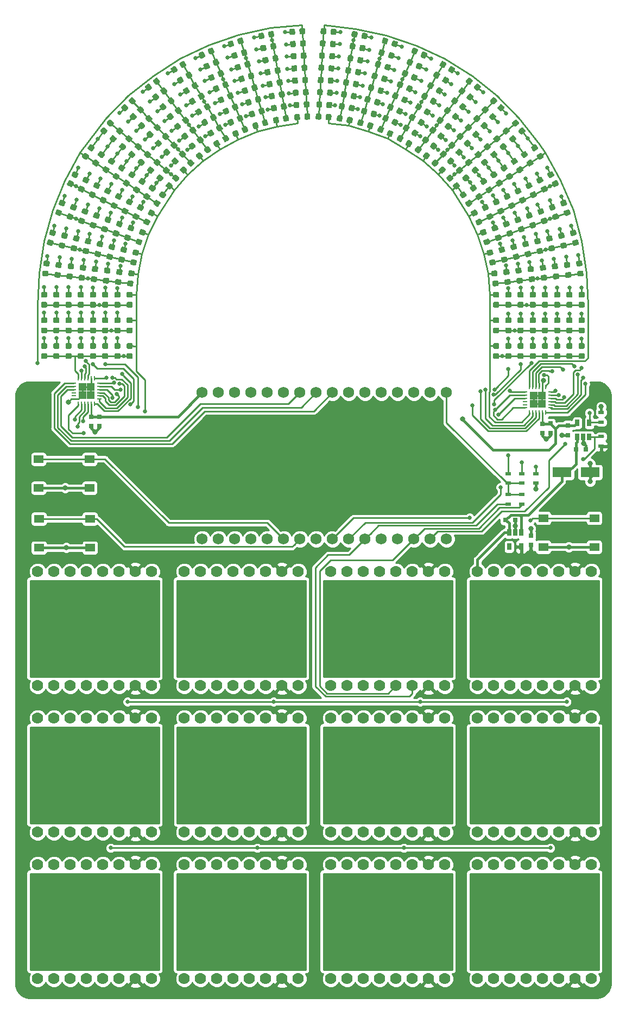
<source format=gtl>
G04 #@! TF.GenerationSoftware,KiCad,Pcbnew,(5.0.0-rc2-204-g01c2d93a8)*
G04 #@! TF.CreationDate,2018-07-30T15:31:49-06:00*
G04 #@! TF.ProjectId,Saintcon2018,5361696E74636F6E323031382E6B6963,rev?*
G04 #@! TF.SameCoordinates,Original*
G04 #@! TF.FileFunction,Copper,L1,Top,Signal*
G04 #@! TF.FilePolarity,Positive*
%FSLAX46Y46*%
G04 Gerber Fmt 4.6, Leading zero omitted, Abs format (unit mm)*
G04 Created by KiCad (PCBNEW (5.0.0-rc2-204-g01c2d93a8)) date 07/30/18 15:31:49*
%MOMM*%
%LPD*%
G01*
G04 APERTURE LIST*
G04 #@! TA.AperFunction,SMDPad,CuDef*
%ADD10R,1.550000X1.300000*%
G04 #@! TD*
G04 #@! TA.AperFunction,ComponentPad*
%ADD11C,1.778000*%
G04 #@! TD*
G04 #@! TA.AperFunction,Conductor*
%ADD12C,0.100000*%
G04 #@! TD*
G04 #@! TA.AperFunction,SMDPad,CuDef*
%ADD13C,0.875000*%
G04 #@! TD*
G04 #@! TA.AperFunction,SMDPad,CuDef*
%ADD14R,0.900000X0.500000*%
G04 #@! TD*
G04 #@! TA.AperFunction,ComponentPad*
%ADD15C,1.750000*%
G04 #@! TD*
G04 #@! TA.AperFunction,SMDPad,CuDef*
%ADD16R,0.760000X0.260000*%
G04 #@! TD*
G04 #@! TA.AperFunction,SMDPad,CuDef*
%ADD17R,0.260000X0.760000*%
G04 #@! TD*
G04 #@! TA.AperFunction,SMDPad,CuDef*
%ADD18R,1.275000X1.275000*%
G04 #@! TD*
G04 #@! TA.AperFunction,SMDPad,CuDef*
%ADD19R,0.750000X0.800000*%
G04 #@! TD*
G04 #@! TA.AperFunction,SMDPad,CuDef*
%ADD20R,0.800000X0.750000*%
G04 #@! TD*
G04 #@! TA.AperFunction,SMDPad,CuDef*
%ADD21R,3.000000X1.600000*%
G04 #@! TD*
G04 #@! TA.AperFunction,SMDPad,CuDef*
%ADD22R,0.650000X1.060000*%
G04 #@! TD*
G04 #@! TA.AperFunction,ViaPad*
%ADD23C,0.635000*%
G04 #@! TD*
G04 #@! TA.AperFunction,ViaPad*
%ADD24C,0.800000*%
G04 #@! TD*
G04 #@! TA.AperFunction,Conductor*
%ADD25C,0.254000*%
G04 #@! TD*
G04 #@! TA.AperFunction,Conductor*
%ADD26C,0.406400*%
G04 #@! TD*
G04 #@! TA.AperFunction,NonConductor*
%ADD27C,0.254000*%
G04 #@! TD*
G04 APERTURE END LIST*
D10*
G04 #@! TO.P,SW1,2*
G04 #@! TO.N,GND*
X61701500Y-97944500D03*
G04 #@! TO.P,SW1,1*
G04 #@! TO.N,SW1*
X61701500Y-93444500D03*
X53741500Y-93444500D03*
G04 #@! TO.P,SW1,2*
G04 #@! TO.N,GND*
X53741500Y-97944500D03*
G04 #@! TD*
D11*
G04 #@! TO.P,J7,16*
G04 #@! TO.N,GND*
X117094000Y-151638000D03*
G04 #@! TO.P,J7,15*
G04 #@! TO.N,+3V3*
X114554000Y-151638000D03*
G04 #@! TO.P,J7,14*
G04 #@! TO.N,SDA2*
X112014000Y-151638000D03*
G04 #@! TO.P,J7,13*
G04 #@! TO.N,SCL2*
X109474000Y-151638000D03*
G04 #@! TO.P,J7,12*
G04 #@! TO.N,N/C*
X106934000Y-151638000D03*
G04 #@! TO.P,J7,11*
X104394000Y-151638000D03*
G04 #@! TO.P,J7,10*
X101854000Y-151638000D03*
G04 #@! TO.P,J7,9*
X99314000Y-151638000D03*
G04 #@! TO.P,J7,8*
G04 #@! TO.N,GND*
X117094000Y-133858000D03*
G04 #@! TO.P,J7,7*
G04 #@! TO.N,+3V3*
X114554000Y-133858000D03*
G04 #@! TO.P,J7,6*
G04 #@! TO.N,N/C*
X112014000Y-133858000D03*
G04 #@! TO.P,J7,5*
X109474000Y-133858000D03*
G04 #@! TO.P,J7,4*
X106934000Y-133858000D03*
G04 #@! TO.P,J7,3*
X104394000Y-133858000D03*
G04 #@! TO.P,J7,2*
G04 #@! TO.N,GND*
X101854000Y-133858000D03*
G04 #@! TO.P,J7,1*
G04 #@! TO.N,+5V*
X99314000Y-133858000D03*
G04 #@! TD*
G04 #@! TO.P,J6,16*
G04 #@! TO.N,GND*
X94234000Y-151638000D03*
G04 #@! TO.P,J6,15*
G04 #@! TO.N,+3V3*
X91694000Y-151638000D03*
G04 #@! TO.P,J6,14*
G04 #@! TO.N,SDA2*
X89154000Y-151638000D03*
G04 #@! TO.P,J6,13*
G04 #@! TO.N,SCL2*
X86614000Y-151638000D03*
G04 #@! TO.P,J6,12*
G04 #@! TO.N,N/C*
X84074000Y-151638000D03*
G04 #@! TO.P,J6,11*
X81534000Y-151638000D03*
G04 #@! TO.P,J6,10*
X78994000Y-151638000D03*
G04 #@! TO.P,J6,9*
X76454000Y-151638000D03*
G04 #@! TO.P,J6,8*
G04 #@! TO.N,GND*
X94234000Y-133858000D03*
G04 #@! TO.P,J6,7*
G04 #@! TO.N,+3V3*
X91694000Y-133858000D03*
G04 #@! TO.P,J6,6*
G04 #@! TO.N,N/C*
X89154000Y-133858000D03*
G04 #@! TO.P,J6,5*
X86614000Y-133858000D03*
G04 #@! TO.P,J6,4*
X84074000Y-133858000D03*
G04 #@! TO.P,J6,3*
X81534000Y-133858000D03*
G04 #@! TO.P,J6,2*
G04 #@! TO.N,GND*
X78994000Y-133858000D03*
G04 #@! TO.P,J6,1*
G04 #@! TO.N,+5V*
X76454000Y-133858000D03*
G04 #@! TD*
G04 #@! TO.P,J1,16*
G04 #@! TO.N,GND*
X71374000Y-128778000D03*
G04 #@! TO.P,J1,15*
G04 #@! TO.N,+3V3*
X68834000Y-128778000D03*
G04 #@! TO.P,J1,14*
G04 #@! TO.N,SDA2*
X66294000Y-128778000D03*
G04 #@! TO.P,J1,13*
G04 #@! TO.N,SCL2*
X63754000Y-128778000D03*
G04 #@! TO.P,J1,12*
G04 #@! TO.N,N/C*
X61214000Y-128778000D03*
G04 #@! TO.P,J1,11*
X58674000Y-128778000D03*
G04 #@! TO.P,J1,10*
X56134000Y-128778000D03*
G04 #@! TO.P,J1,9*
X53594000Y-128778000D03*
G04 #@! TO.P,J1,8*
G04 #@! TO.N,GND*
X71374000Y-110998000D03*
G04 #@! TO.P,J1,7*
G04 #@! TO.N,+3V3*
X68834000Y-110998000D03*
G04 #@! TO.P,J1,6*
G04 #@! TO.N,N/C*
X66294000Y-110998000D03*
G04 #@! TO.P,J1,5*
X63754000Y-110998000D03*
G04 #@! TO.P,J1,4*
X61214000Y-110998000D03*
G04 #@! TO.P,J1,3*
X58674000Y-110998000D03*
G04 #@! TO.P,J1,2*
G04 #@! TO.N,GND*
X56134000Y-110998000D03*
G04 #@! TO.P,J1,1*
G04 #@! TO.N,+5V*
X53594000Y-110998000D03*
G04 #@! TD*
G04 #@! TO.P,J2,16*
G04 #@! TO.N,GND*
X94234000Y-128778000D03*
G04 #@! TO.P,J2,15*
G04 #@! TO.N,+3V3*
X91694000Y-128778000D03*
G04 #@! TO.P,J2,14*
G04 #@! TO.N,SDA2*
X89154000Y-128778000D03*
G04 #@! TO.P,J2,13*
G04 #@! TO.N,SCL2*
X86614000Y-128778000D03*
G04 #@! TO.P,J2,12*
G04 #@! TO.N,N/C*
X84074000Y-128778000D03*
G04 #@! TO.P,J2,11*
X81534000Y-128778000D03*
G04 #@! TO.P,J2,10*
X78994000Y-128778000D03*
G04 #@! TO.P,J2,9*
X76454000Y-128778000D03*
G04 #@! TO.P,J2,8*
G04 #@! TO.N,GND*
X94234000Y-110998000D03*
G04 #@! TO.P,J2,7*
G04 #@! TO.N,+3V3*
X91694000Y-110998000D03*
G04 #@! TO.P,J2,6*
G04 #@! TO.N,N/C*
X89154000Y-110998000D03*
G04 #@! TO.P,J2,5*
X86614000Y-110998000D03*
G04 #@! TO.P,J2,4*
X84074000Y-110998000D03*
G04 #@! TO.P,J2,3*
X81534000Y-110998000D03*
G04 #@! TO.P,J2,2*
G04 #@! TO.N,GND*
X78994000Y-110998000D03*
G04 #@! TO.P,J2,1*
G04 #@! TO.N,+5V*
X76454000Y-110998000D03*
G04 #@! TD*
G04 #@! TO.P,J3,16*
G04 #@! TO.N,GND*
X117094000Y-128778000D03*
G04 #@! TO.P,J3,15*
G04 #@! TO.N,+3V3*
X114554000Y-128778000D03*
G04 #@! TO.P,J3,14*
G04 #@! TO.N,SDA2*
X112014000Y-128778000D03*
G04 #@! TO.P,J3,13*
G04 #@! TO.N,SCL2*
X109474000Y-128778000D03*
G04 #@! TO.P,J3,12*
G04 #@! TO.N,N/C*
X106934000Y-128778000D03*
G04 #@! TO.P,J3,11*
X104394000Y-128778000D03*
G04 #@! TO.P,J3,10*
X101854000Y-128778000D03*
G04 #@! TO.P,J3,9*
X99314000Y-128778000D03*
G04 #@! TO.P,J3,8*
G04 #@! TO.N,GND*
X117094000Y-110998000D03*
G04 #@! TO.P,J3,7*
G04 #@! TO.N,+3V3*
X114554000Y-110998000D03*
G04 #@! TO.P,J3,6*
G04 #@! TO.N,N/C*
X112014000Y-110998000D03*
G04 #@! TO.P,J3,5*
X109474000Y-110998000D03*
G04 #@! TO.P,J3,4*
X106934000Y-110998000D03*
G04 #@! TO.P,J3,3*
X104394000Y-110998000D03*
G04 #@! TO.P,J3,2*
G04 #@! TO.N,GND*
X101854000Y-110998000D03*
G04 #@! TO.P,J3,1*
G04 #@! TO.N,+5V*
X99314000Y-110998000D03*
G04 #@! TD*
G04 #@! TO.P,J4,16*
G04 #@! TO.N,GND*
X139954000Y-128778000D03*
G04 #@! TO.P,J4,15*
G04 #@! TO.N,+3V3*
X137414000Y-128778000D03*
G04 #@! TO.P,J4,14*
G04 #@! TO.N,SDA2*
X134874000Y-128778000D03*
G04 #@! TO.P,J4,13*
G04 #@! TO.N,SCL2*
X132334000Y-128778000D03*
G04 #@! TO.P,J4,12*
G04 #@! TO.N,N/C*
X129794000Y-128778000D03*
G04 #@! TO.P,J4,11*
X127254000Y-128778000D03*
G04 #@! TO.P,J4,10*
X124714000Y-128778000D03*
G04 #@! TO.P,J4,9*
X122174000Y-128778000D03*
G04 #@! TO.P,J4,8*
G04 #@! TO.N,GND*
X139954000Y-110998000D03*
G04 #@! TO.P,J4,7*
G04 #@! TO.N,+3V3*
X137414000Y-110998000D03*
G04 #@! TO.P,J4,6*
G04 #@! TO.N,N/C*
X134874000Y-110998000D03*
G04 #@! TO.P,J4,5*
X132334000Y-110998000D03*
G04 #@! TO.P,J4,4*
X129794000Y-110998000D03*
G04 #@! TO.P,J4,3*
X127254000Y-110998000D03*
G04 #@! TO.P,J4,2*
G04 #@! TO.N,GND*
X124714000Y-110998000D03*
G04 #@! TO.P,J4,1*
G04 #@! TO.N,+5V*
X122174000Y-110998000D03*
G04 #@! TD*
G04 #@! TO.P,J5,16*
G04 #@! TO.N,GND*
X71374000Y-151638000D03*
G04 #@! TO.P,J5,15*
G04 #@! TO.N,+3V3*
X68834000Y-151638000D03*
G04 #@! TO.P,J5,14*
G04 #@! TO.N,SDA2*
X66294000Y-151638000D03*
G04 #@! TO.P,J5,13*
G04 #@! TO.N,SCL2*
X63754000Y-151638000D03*
G04 #@! TO.P,J5,12*
G04 #@! TO.N,N/C*
X61214000Y-151638000D03*
G04 #@! TO.P,J5,11*
X58674000Y-151638000D03*
G04 #@! TO.P,J5,10*
X56134000Y-151638000D03*
G04 #@! TO.P,J5,9*
X53594000Y-151638000D03*
G04 #@! TO.P,J5,8*
G04 #@! TO.N,GND*
X71374000Y-133858000D03*
G04 #@! TO.P,J5,7*
G04 #@! TO.N,+3V3*
X68834000Y-133858000D03*
G04 #@! TO.P,J5,6*
G04 #@! TO.N,N/C*
X66294000Y-133858000D03*
G04 #@! TO.P,J5,5*
X63754000Y-133858000D03*
G04 #@! TO.P,J5,4*
X61214000Y-133858000D03*
G04 #@! TO.P,J5,3*
X58674000Y-133858000D03*
G04 #@! TO.P,J5,2*
G04 #@! TO.N,GND*
X56134000Y-133858000D03*
G04 #@! TO.P,J5,1*
G04 #@! TO.N,+5V*
X53594000Y-133858000D03*
G04 #@! TD*
G04 #@! TO.P,J8,16*
G04 #@! TO.N,GND*
X139954000Y-151638000D03*
G04 #@! TO.P,J8,15*
G04 #@! TO.N,+3V3*
X137414000Y-151638000D03*
G04 #@! TO.P,J8,14*
G04 #@! TO.N,SDA2*
X134874000Y-151638000D03*
G04 #@! TO.P,J8,13*
G04 #@! TO.N,SCL2*
X132334000Y-151638000D03*
G04 #@! TO.P,J8,12*
G04 #@! TO.N,N/C*
X129794000Y-151638000D03*
G04 #@! TO.P,J8,11*
X127254000Y-151638000D03*
G04 #@! TO.P,J8,10*
X124714000Y-151638000D03*
G04 #@! TO.P,J8,9*
X122174000Y-151638000D03*
G04 #@! TO.P,J8,8*
G04 #@! TO.N,GND*
X139954000Y-133858000D03*
G04 #@! TO.P,J8,7*
G04 #@! TO.N,+3V3*
X137414000Y-133858000D03*
G04 #@! TO.P,J8,6*
G04 #@! TO.N,N/C*
X134874000Y-133858000D03*
G04 #@! TO.P,J8,5*
X132334000Y-133858000D03*
G04 #@! TO.P,J8,4*
X129794000Y-133858000D03*
G04 #@! TO.P,J8,3*
X127254000Y-133858000D03*
G04 #@! TO.P,J8,2*
G04 #@! TO.N,GND*
X124714000Y-133858000D03*
G04 #@! TO.P,J8,1*
G04 #@! TO.N,+5V*
X122174000Y-133858000D03*
G04 #@! TD*
G04 #@! TO.P,J9,16*
G04 #@! TO.N,GND*
X71374000Y-174498000D03*
G04 #@! TO.P,J9,15*
G04 #@! TO.N,+3V3*
X68834000Y-174498000D03*
G04 #@! TO.P,J9,14*
G04 #@! TO.N,SDA2*
X66294000Y-174498000D03*
G04 #@! TO.P,J9,13*
G04 #@! TO.N,SCL2*
X63754000Y-174498000D03*
G04 #@! TO.P,J9,12*
G04 #@! TO.N,N/C*
X61214000Y-174498000D03*
G04 #@! TO.P,J9,11*
X58674000Y-174498000D03*
G04 #@! TO.P,J9,10*
X56134000Y-174498000D03*
G04 #@! TO.P,J9,9*
X53594000Y-174498000D03*
G04 #@! TO.P,J9,8*
G04 #@! TO.N,GND*
X71374000Y-156718000D03*
G04 #@! TO.P,J9,7*
G04 #@! TO.N,+3V3*
X68834000Y-156718000D03*
G04 #@! TO.P,J9,6*
G04 #@! TO.N,N/C*
X66294000Y-156718000D03*
G04 #@! TO.P,J9,5*
X63754000Y-156718000D03*
G04 #@! TO.P,J9,4*
X61214000Y-156718000D03*
G04 #@! TO.P,J9,3*
X58674000Y-156718000D03*
G04 #@! TO.P,J9,2*
G04 #@! TO.N,GND*
X56134000Y-156718000D03*
G04 #@! TO.P,J9,1*
G04 #@! TO.N,+5V*
X53594000Y-156718000D03*
G04 #@! TD*
G04 #@! TO.P,J10,16*
G04 #@! TO.N,GND*
X94234000Y-174498000D03*
G04 #@! TO.P,J10,15*
G04 #@! TO.N,+3V3*
X91694000Y-174498000D03*
G04 #@! TO.P,J10,14*
G04 #@! TO.N,SDA2*
X89154000Y-174498000D03*
G04 #@! TO.P,J10,13*
G04 #@! TO.N,SCL2*
X86614000Y-174498000D03*
G04 #@! TO.P,J10,12*
G04 #@! TO.N,N/C*
X84074000Y-174498000D03*
G04 #@! TO.P,J10,11*
X81534000Y-174498000D03*
G04 #@! TO.P,J10,10*
X78994000Y-174498000D03*
G04 #@! TO.P,J10,9*
X76454000Y-174498000D03*
G04 #@! TO.P,J10,8*
G04 #@! TO.N,GND*
X94234000Y-156718000D03*
G04 #@! TO.P,J10,7*
G04 #@! TO.N,+3V3*
X91694000Y-156718000D03*
G04 #@! TO.P,J10,6*
G04 #@! TO.N,N/C*
X89154000Y-156718000D03*
G04 #@! TO.P,J10,5*
X86614000Y-156718000D03*
G04 #@! TO.P,J10,4*
X84074000Y-156718000D03*
G04 #@! TO.P,J10,3*
X81534000Y-156718000D03*
G04 #@! TO.P,J10,2*
G04 #@! TO.N,GND*
X78994000Y-156718000D03*
G04 #@! TO.P,J10,1*
G04 #@! TO.N,+5V*
X76454000Y-156718000D03*
G04 #@! TD*
G04 #@! TO.P,J11,16*
G04 #@! TO.N,GND*
X117094000Y-174498000D03*
G04 #@! TO.P,J11,15*
G04 #@! TO.N,+3V3*
X114554000Y-174498000D03*
G04 #@! TO.P,J11,14*
G04 #@! TO.N,SDA2*
X112014000Y-174498000D03*
G04 #@! TO.P,J11,13*
G04 #@! TO.N,SCL2*
X109474000Y-174498000D03*
G04 #@! TO.P,J11,12*
G04 #@! TO.N,N/C*
X106934000Y-174498000D03*
G04 #@! TO.P,J11,11*
X104394000Y-174498000D03*
G04 #@! TO.P,J11,10*
X101854000Y-174498000D03*
G04 #@! TO.P,J11,9*
X99314000Y-174498000D03*
G04 #@! TO.P,J11,8*
G04 #@! TO.N,GND*
X117094000Y-156718000D03*
G04 #@! TO.P,J11,7*
G04 #@! TO.N,+3V3*
X114554000Y-156718000D03*
G04 #@! TO.P,J11,6*
G04 #@! TO.N,N/C*
X112014000Y-156718000D03*
G04 #@! TO.P,J11,5*
X109474000Y-156718000D03*
G04 #@! TO.P,J11,4*
X106934000Y-156718000D03*
G04 #@! TO.P,J11,3*
X104394000Y-156718000D03*
G04 #@! TO.P,J11,2*
G04 #@! TO.N,GND*
X101854000Y-156718000D03*
G04 #@! TO.P,J11,1*
G04 #@! TO.N,+5V*
X99314000Y-156718000D03*
G04 #@! TD*
G04 #@! TO.P,J12,16*
G04 #@! TO.N,GND*
X139954000Y-174498000D03*
G04 #@! TO.P,J12,15*
G04 #@! TO.N,+3V3*
X137414000Y-174498000D03*
G04 #@! TO.P,J12,14*
G04 #@! TO.N,SDA2*
X134874000Y-174498000D03*
G04 #@! TO.P,J12,13*
G04 #@! TO.N,SCL2*
X132334000Y-174498000D03*
G04 #@! TO.P,J12,12*
G04 #@! TO.N,N/C*
X129794000Y-174498000D03*
G04 #@! TO.P,J12,11*
X127254000Y-174498000D03*
G04 #@! TO.P,J12,10*
X124714000Y-174498000D03*
G04 #@! TO.P,J12,9*
X122174000Y-174498000D03*
G04 #@! TO.P,J12,8*
G04 #@! TO.N,GND*
X139954000Y-156718000D03*
G04 #@! TO.P,J12,7*
G04 #@! TO.N,+3V3*
X137414000Y-156718000D03*
G04 #@! TO.P,J12,6*
G04 #@! TO.N,N/C*
X134874000Y-156718000D03*
G04 #@! TO.P,J12,5*
X132334000Y-156718000D03*
G04 #@! TO.P,J12,4*
X129794000Y-156718000D03*
G04 #@! TO.P,J12,3*
X127254000Y-156718000D03*
G04 #@! TO.P,J12,2*
G04 #@! TO.N,GND*
X124714000Y-156718000D03*
G04 #@! TO.P,J12,1*
G04 #@! TO.N,+5V*
X122174000Y-156718000D03*
G04 #@! TD*
D12*
G04 #@! TO.N,C1-1*
G04 #@! TO.C,D1*
G36*
X68222691Y-76931053D02*
X68243926Y-76934203D01*
X68264750Y-76939419D01*
X68284962Y-76946651D01*
X68304368Y-76955830D01*
X68322781Y-76966866D01*
X68340024Y-76979654D01*
X68355930Y-76994070D01*
X68370346Y-77009976D01*
X68383134Y-77027219D01*
X68394170Y-77045632D01*
X68403349Y-77065038D01*
X68410581Y-77085250D01*
X68415797Y-77106074D01*
X68418947Y-77127309D01*
X68420000Y-77148750D01*
X68420000Y-77586250D01*
X68418947Y-77607691D01*
X68415797Y-77628926D01*
X68410581Y-77649750D01*
X68403349Y-77669962D01*
X68394170Y-77689368D01*
X68383134Y-77707781D01*
X68370346Y-77725024D01*
X68355930Y-77740930D01*
X68340024Y-77755346D01*
X68322781Y-77768134D01*
X68304368Y-77779170D01*
X68284962Y-77788349D01*
X68264750Y-77795581D01*
X68243926Y-77800797D01*
X68222691Y-77803947D01*
X68201250Y-77805000D01*
X67688750Y-77805000D01*
X67667309Y-77803947D01*
X67646074Y-77800797D01*
X67625250Y-77795581D01*
X67605038Y-77788349D01*
X67585632Y-77779170D01*
X67567219Y-77768134D01*
X67549976Y-77755346D01*
X67534070Y-77740930D01*
X67519654Y-77725024D01*
X67506866Y-77707781D01*
X67495830Y-77689368D01*
X67486651Y-77669962D01*
X67479419Y-77649750D01*
X67474203Y-77628926D01*
X67471053Y-77607691D01*
X67470000Y-77586250D01*
X67470000Y-77148750D01*
X67471053Y-77127309D01*
X67474203Y-77106074D01*
X67479419Y-77085250D01*
X67486651Y-77065038D01*
X67495830Y-77045632D01*
X67506866Y-77027219D01*
X67519654Y-77009976D01*
X67534070Y-76994070D01*
X67549976Y-76979654D01*
X67567219Y-76966866D01*
X67585632Y-76955830D01*
X67605038Y-76946651D01*
X67625250Y-76939419D01*
X67646074Y-76934203D01*
X67667309Y-76931053D01*
X67688750Y-76930000D01*
X68201250Y-76930000D01*
X68222691Y-76931053D01*
X68222691Y-76931053D01*
G37*
D13*
G04 #@! TD*
G04 #@! TO.P,D1,1*
G04 #@! TO.N,C1-1*
X67945000Y-77367500D03*
D12*
G04 #@! TO.N,R1-1*
G04 #@! TO.C,D1*
G36*
X68222691Y-75356053D02*
X68243926Y-75359203D01*
X68264750Y-75364419D01*
X68284962Y-75371651D01*
X68304368Y-75380830D01*
X68322781Y-75391866D01*
X68340024Y-75404654D01*
X68355930Y-75419070D01*
X68370346Y-75434976D01*
X68383134Y-75452219D01*
X68394170Y-75470632D01*
X68403349Y-75490038D01*
X68410581Y-75510250D01*
X68415797Y-75531074D01*
X68418947Y-75552309D01*
X68420000Y-75573750D01*
X68420000Y-76011250D01*
X68418947Y-76032691D01*
X68415797Y-76053926D01*
X68410581Y-76074750D01*
X68403349Y-76094962D01*
X68394170Y-76114368D01*
X68383134Y-76132781D01*
X68370346Y-76150024D01*
X68355930Y-76165930D01*
X68340024Y-76180346D01*
X68322781Y-76193134D01*
X68304368Y-76204170D01*
X68284962Y-76213349D01*
X68264750Y-76220581D01*
X68243926Y-76225797D01*
X68222691Y-76228947D01*
X68201250Y-76230000D01*
X67688750Y-76230000D01*
X67667309Y-76228947D01*
X67646074Y-76225797D01*
X67625250Y-76220581D01*
X67605038Y-76213349D01*
X67585632Y-76204170D01*
X67567219Y-76193134D01*
X67549976Y-76180346D01*
X67534070Y-76165930D01*
X67519654Y-76150024D01*
X67506866Y-76132781D01*
X67495830Y-76114368D01*
X67486651Y-76094962D01*
X67479419Y-76074750D01*
X67474203Y-76053926D01*
X67471053Y-76032691D01*
X67470000Y-76011250D01*
X67470000Y-75573750D01*
X67471053Y-75552309D01*
X67474203Y-75531074D01*
X67479419Y-75510250D01*
X67486651Y-75490038D01*
X67495830Y-75470632D01*
X67506866Y-75452219D01*
X67519654Y-75434976D01*
X67534070Y-75419070D01*
X67549976Y-75404654D01*
X67567219Y-75391866D01*
X67585632Y-75380830D01*
X67605038Y-75371651D01*
X67625250Y-75364419D01*
X67646074Y-75359203D01*
X67667309Y-75356053D01*
X67688750Y-75355000D01*
X68201250Y-75355000D01*
X68222691Y-75356053D01*
X68222691Y-75356053D01*
G37*
D13*
G04 #@! TD*
G04 #@! TO.P,D1,2*
G04 #@! TO.N,R1-1*
X67945000Y-75792500D03*
D12*
G04 #@! TO.N,R1-1*
G04 #@! TO.C,D2*
G36*
X68222691Y-71356053D02*
X68243926Y-71359203D01*
X68264750Y-71364419D01*
X68284962Y-71371651D01*
X68304368Y-71380830D01*
X68322781Y-71391866D01*
X68340024Y-71404654D01*
X68355930Y-71419070D01*
X68370346Y-71434976D01*
X68383134Y-71452219D01*
X68394170Y-71470632D01*
X68403349Y-71490038D01*
X68410581Y-71510250D01*
X68415797Y-71531074D01*
X68418947Y-71552309D01*
X68420000Y-71573750D01*
X68420000Y-72011250D01*
X68418947Y-72032691D01*
X68415797Y-72053926D01*
X68410581Y-72074750D01*
X68403349Y-72094962D01*
X68394170Y-72114368D01*
X68383134Y-72132781D01*
X68370346Y-72150024D01*
X68355930Y-72165930D01*
X68340024Y-72180346D01*
X68322781Y-72193134D01*
X68304368Y-72204170D01*
X68284962Y-72213349D01*
X68264750Y-72220581D01*
X68243926Y-72225797D01*
X68222691Y-72228947D01*
X68201250Y-72230000D01*
X67688750Y-72230000D01*
X67667309Y-72228947D01*
X67646074Y-72225797D01*
X67625250Y-72220581D01*
X67605038Y-72213349D01*
X67585632Y-72204170D01*
X67567219Y-72193134D01*
X67549976Y-72180346D01*
X67534070Y-72165930D01*
X67519654Y-72150024D01*
X67506866Y-72132781D01*
X67495830Y-72114368D01*
X67486651Y-72094962D01*
X67479419Y-72074750D01*
X67474203Y-72053926D01*
X67471053Y-72032691D01*
X67470000Y-72011250D01*
X67470000Y-71573750D01*
X67471053Y-71552309D01*
X67474203Y-71531074D01*
X67479419Y-71510250D01*
X67486651Y-71490038D01*
X67495830Y-71470632D01*
X67506866Y-71452219D01*
X67519654Y-71434976D01*
X67534070Y-71419070D01*
X67549976Y-71404654D01*
X67567219Y-71391866D01*
X67585632Y-71380830D01*
X67605038Y-71371651D01*
X67625250Y-71364419D01*
X67646074Y-71359203D01*
X67667309Y-71356053D01*
X67688750Y-71355000D01*
X68201250Y-71355000D01*
X68222691Y-71356053D01*
X68222691Y-71356053D01*
G37*
D13*
G04 #@! TD*
G04 #@! TO.P,D2,2*
G04 #@! TO.N,R1-1*
X67945000Y-71792500D03*
D12*
G04 #@! TO.N,C2-1*
G04 #@! TO.C,D2*
G36*
X68222691Y-72931053D02*
X68243926Y-72934203D01*
X68264750Y-72939419D01*
X68284962Y-72946651D01*
X68304368Y-72955830D01*
X68322781Y-72966866D01*
X68340024Y-72979654D01*
X68355930Y-72994070D01*
X68370346Y-73009976D01*
X68383134Y-73027219D01*
X68394170Y-73045632D01*
X68403349Y-73065038D01*
X68410581Y-73085250D01*
X68415797Y-73106074D01*
X68418947Y-73127309D01*
X68420000Y-73148750D01*
X68420000Y-73586250D01*
X68418947Y-73607691D01*
X68415797Y-73628926D01*
X68410581Y-73649750D01*
X68403349Y-73669962D01*
X68394170Y-73689368D01*
X68383134Y-73707781D01*
X68370346Y-73725024D01*
X68355930Y-73740930D01*
X68340024Y-73755346D01*
X68322781Y-73768134D01*
X68304368Y-73779170D01*
X68284962Y-73788349D01*
X68264750Y-73795581D01*
X68243926Y-73800797D01*
X68222691Y-73803947D01*
X68201250Y-73805000D01*
X67688750Y-73805000D01*
X67667309Y-73803947D01*
X67646074Y-73800797D01*
X67625250Y-73795581D01*
X67605038Y-73788349D01*
X67585632Y-73779170D01*
X67567219Y-73768134D01*
X67549976Y-73755346D01*
X67534070Y-73740930D01*
X67519654Y-73725024D01*
X67506866Y-73707781D01*
X67495830Y-73689368D01*
X67486651Y-73669962D01*
X67479419Y-73649750D01*
X67474203Y-73628926D01*
X67471053Y-73607691D01*
X67470000Y-73586250D01*
X67470000Y-73148750D01*
X67471053Y-73127309D01*
X67474203Y-73106074D01*
X67479419Y-73085250D01*
X67486651Y-73065038D01*
X67495830Y-73045632D01*
X67506866Y-73027219D01*
X67519654Y-73009976D01*
X67534070Y-72994070D01*
X67549976Y-72979654D01*
X67567219Y-72966866D01*
X67585632Y-72955830D01*
X67605038Y-72946651D01*
X67625250Y-72939419D01*
X67646074Y-72934203D01*
X67667309Y-72931053D01*
X67688750Y-72930000D01*
X68201250Y-72930000D01*
X68222691Y-72931053D01*
X68222691Y-72931053D01*
G37*
D13*
G04 #@! TD*
G04 #@! TO.P,D2,1*
G04 #@! TO.N,C2-1*
X67945000Y-73367500D03*
D12*
G04 #@! TO.N,C3-1*
G04 #@! TO.C,D3*
G36*
X68222691Y-68931054D02*
X68243926Y-68934204D01*
X68264750Y-68939420D01*
X68284962Y-68946652D01*
X68304368Y-68955831D01*
X68322781Y-68966867D01*
X68340024Y-68979655D01*
X68355930Y-68994071D01*
X68370346Y-69009977D01*
X68383134Y-69027220D01*
X68394170Y-69045633D01*
X68403349Y-69065039D01*
X68410581Y-69085251D01*
X68415797Y-69106075D01*
X68418947Y-69127310D01*
X68420000Y-69148751D01*
X68420000Y-69586251D01*
X68418947Y-69607692D01*
X68415797Y-69628927D01*
X68410581Y-69649751D01*
X68403349Y-69669963D01*
X68394170Y-69689369D01*
X68383134Y-69707782D01*
X68370346Y-69725025D01*
X68355930Y-69740931D01*
X68340024Y-69755347D01*
X68322781Y-69768135D01*
X68304368Y-69779171D01*
X68284962Y-69788350D01*
X68264750Y-69795582D01*
X68243926Y-69800798D01*
X68222691Y-69803948D01*
X68201250Y-69805001D01*
X67688750Y-69805001D01*
X67667309Y-69803948D01*
X67646074Y-69800798D01*
X67625250Y-69795582D01*
X67605038Y-69788350D01*
X67585632Y-69779171D01*
X67567219Y-69768135D01*
X67549976Y-69755347D01*
X67534070Y-69740931D01*
X67519654Y-69725025D01*
X67506866Y-69707782D01*
X67495830Y-69689369D01*
X67486651Y-69669963D01*
X67479419Y-69649751D01*
X67474203Y-69628927D01*
X67471053Y-69607692D01*
X67470000Y-69586251D01*
X67470000Y-69148751D01*
X67471053Y-69127310D01*
X67474203Y-69106075D01*
X67479419Y-69085251D01*
X67486651Y-69065039D01*
X67495830Y-69045633D01*
X67506866Y-69027220D01*
X67519654Y-69009977D01*
X67534070Y-68994071D01*
X67549976Y-68979655D01*
X67567219Y-68966867D01*
X67585632Y-68955831D01*
X67605038Y-68946652D01*
X67625250Y-68939420D01*
X67646074Y-68934204D01*
X67667309Y-68931054D01*
X67688750Y-68930001D01*
X68201250Y-68930001D01*
X68222691Y-68931054D01*
X68222691Y-68931054D01*
G37*
D13*
G04 #@! TD*
G04 #@! TO.P,D3,1*
G04 #@! TO.N,C3-1*
X67945000Y-69367501D03*
D12*
G04 #@! TO.N,R1-1*
G04 #@! TO.C,D3*
G36*
X68222691Y-67356052D02*
X68243926Y-67359202D01*
X68264750Y-67364418D01*
X68284962Y-67371650D01*
X68304368Y-67380829D01*
X68322781Y-67391865D01*
X68340024Y-67404653D01*
X68355930Y-67419069D01*
X68370346Y-67434975D01*
X68383134Y-67452218D01*
X68394170Y-67470631D01*
X68403349Y-67490037D01*
X68410581Y-67510249D01*
X68415797Y-67531073D01*
X68418947Y-67552308D01*
X68420000Y-67573749D01*
X68420000Y-68011249D01*
X68418947Y-68032690D01*
X68415797Y-68053925D01*
X68410581Y-68074749D01*
X68403349Y-68094961D01*
X68394170Y-68114367D01*
X68383134Y-68132780D01*
X68370346Y-68150023D01*
X68355930Y-68165929D01*
X68340024Y-68180345D01*
X68322781Y-68193133D01*
X68304368Y-68204169D01*
X68284962Y-68213348D01*
X68264750Y-68220580D01*
X68243926Y-68225796D01*
X68222691Y-68228946D01*
X68201250Y-68229999D01*
X67688750Y-68229999D01*
X67667309Y-68228946D01*
X67646074Y-68225796D01*
X67625250Y-68220580D01*
X67605038Y-68213348D01*
X67585632Y-68204169D01*
X67567219Y-68193133D01*
X67549976Y-68180345D01*
X67534070Y-68165929D01*
X67519654Y-68150023D01*
X67506866Y-68132780D01*
X67495830Y-68114367D01*
X67486651Y-68094961D01*
X67479419Y-68074749D01*
X67474203Y-68053925D01*
X67471053Y-68032690D01*
X67470000Y-68011249D01*
X67470000Y-67573749D01*
X67471053Y-67552308D01*
X67474203Y-67531073D01*
X67479419Y-67510249D01*
X67486651Y-67490037D01*
X67495830Y-67470631D01*
X67506866Y-67452218D01*
X67519654Y-67434975D01*
X67534070Y-67419069D01*
X67549976Y-67404653D01*
X67567219Y-67391865D01*
X67585632Y-67380829D01*
X67605038Y-67371650D01*
X67625250Y-67364418D01*
X67646074Y-67359202D01*
X67667309Y-67356052D01*
X67688750Y-67354999D01*
X68201250Y-67354999D01*
X68222691Y-67356052D01*
X68222691Y-67356052D01*
G37*
D13*
G04 #@! TD*
G04 #@! TO.P,D3,2*
G04 #@! TO.N,R1-1*
X67945000Y-67792499D03*
D12*
G04 #@! TO.N,R1-1*
G04 #@! TO.C,D4*
G36*
X68025910Y-64016179D02*
X68534945Y-64075677D01*
X68556119Y-64079213D01*
X68576845Y-64084806D01*
X68596922Y-64092405D01*
X68616158Y-64101934D01*
X68634368Y-64113304D01*
X68651375Y-64126403D01*
X68667016Y-64141106D01*
X68681141Y-64157272D01*
X68693613Y-64174744D01*
X68704313Y-64193354D01*
X68713137Y-64212924D01*
X68720001Y-64233264D01*
X68724837Y-64254180D01*
X68727600Y-64275468D01*
X68728264Y-64296925D01*
X68726821Y-64318343D01*
X68676030Y-64752885D01*
X68672494Y-64774059D01*
X68666901Y-64794785D01*
X68659302Y-64814862D01*
X68649773Y-64834098D01*
X68638403Y-64852308D01*
X68625304Y-64869315D01*
X68610601Y-64884956D01*
X68594435Y-64899081D01*
X68576963Y-64911553D01*
X68558353Y-64922253D01*
X68538783Y-64931077D01*
X68518443Y-64937941D01*
X68497527Y-64942777D01*
X68476239Y-64945540D01*
X68454782Y-64946204D01*
X68433364Y-64944761D01*
X67924329Y-64885263D01*
X67903155Y-64881727D01*
X67882429Y-64876134D01*
X67862352Y-64868535D01*
X67843116Y-64859006D01*
X67824906Y-64847636D01*
X67807899Y-64834537D01*
X67792258Y-64819834D01*
X67778133Y-64803668D01*
X67765661Y-64786196D01*
X67754961Y-64767586D01*
X67746137Y-64748016D01*
X67739273Y-64727676D01*
X67734437Y-64706760D01*
X67731674Y-64685472D01*
X67731010Y-64664015D01*
X67732453Y-64642597D01*
X67783244Y-64208055D01*
X67786780Y-64186881D01*
X67792373Y-64166155D01*
X67799972Y-64146078D01*
X67809501Y-64126842D01*
X67820871Y-64108632D01*
X67833970Y-64091625D01*
X67848673Y-64075984D01*
X67864839Y-64061859D01*
X67882311Y-64049387D01*
X67900921Y-64038687D01*
X67920491Y-64029863D01*
X67940831Y-64022999D01*
X67961747Y-64018163D01*
X67983035Y-64015400D01*
X68004492Y-64014736D01*
X68025910Y-64016179D01*
X68025910Y-64016179D01*
G37*
D13*
G04 #@! TD*
G04 #@! TO.P,D4,2*
G04 #@! TO.N,R1-1*
X68229637Y-64480470D03*
D12*
G04 #@! TO.N,C4-1*
G04 #@! TO.C,D4*
G36*
X67843064Y-65580529D02*
X68352099Y-65640027D01*
X68373273Y-65643563D01*
X68393999Y-65649156D01*
X68414076Y-65656755D01*
X68433312Y-65666284D01*
X68451522Y-65677654D01*
X68468529Y-65690753D01*
X68484170Y-65705456D01*
X68498295Y-65721622D01*
X68510767Y-65739094D01*
X68521467Y-65757704D01*
X68530291Y-65777274D01*
X68537155Y-65797614D01*
X68541991Y-65818530D01*
X68544754Y-65839818D01*
X68545418Y-65861275D01*
X68543975Y-65882693D01*
X68493184Y-66317235D01*
X68489648Y-66338409D01*
X68484055Y-66359135D01*
X68476456Y-66379212D01*
X68466927Y-66398448D01*
X68455557Y-66416658D01*
X68442458Y-66433665D01*
X68427755Y-66449306D01*
X68411589Y-66463431D01*
X68394117Y-66475903D01*
X68375507Y-66486603D01*
X68355937Y-66495427D01*
X68335597Y-66502291D01*
X68314681Y-66507127D01*
X68293393Y-66509890D01*
X68271936Y-66510554D01*
X68250518Y-66509111D01*
X67741483Y-66449613D01*
X67720309Y-66446077D01*
X67699583Y-66440484D01*
X67679506Y-66432885D01*
X67660270Y-66423356D01*
X67642060Y-66411986D01*
X67625053Y-66398887D01*
X67609412Y-66384184D01*
X67595287Y-66368018D01*
X67582815Y-66350546D01*
X67572115Y-66331936D01*
X67563291Y-66312366D01*
X67556427Y-66292026D01*
X67551591Y-66271110D01*
X67548828Y-66249822D01*
X67548164Y-66228365D01*
X67549607Y-66206947D01*
X67600398Y-65772405D01*
X67603934Y-65751231D01*
X67609527Y-65730505D01*
X67617126Y-65710428D01*
X67626655Y-65691192D01*
X67638025Y-65672982D01*
X67651124Y-65655975D01*
X67665827Y-65640334D01*
X67681993Y-65626209D01*
X67699465Y-65613737D01*
X67718075Y-65603037D01*
X67737645Y-65594213D01*
X67757985Y-65587349D01*
X67778901Y-65582513D01*
X67800189Y-65579750D01*
X67821646Y-65579086D01*
X67843064Y-65580529D01*
X67843064Y-65580529D01*
G37*
D13*
G04 #@! TD*
G04 #@! TO.P,D4,1*
G04 #@! TO.N,C4-1*
X68046791Y-66044820D03*
D12*
G04 #@! TO.N,C5-1*
G04 #@! TO.C,D5*
G36*
X68364078Y-62267703D02*
X68385184Y-62271622D01*
X68883870Y-62389813D01*
X68904491Y-62395783D01*
X68924427Y-62403745D01*
X68943486Y-62413623D01*
X68961486Y-62425321D01*
X68978252Y-62438728D01*
X68993624Y-62453713D01*
X69007452Y-62470132D01*
X69019605Y-62487828D01*
X69029964Y-62506630D01*
X69038431Y-62526357D01*
X69044924Y-62546819D01*
X69049379Y-62567819D01*
X69051755Y-62589154D01*
X69052028Y-62610619D01*
X69050196Y-62632008D01*
X69046277Y-62653114D01*
X68945383Y-63078821D01*
X68939413Y-63099441D01*
X68931451Y-63119377D01*
X68921573Y-63138437D01*
X68909875Y-63156437D01*
X68896469Y-63173203D01*
X68881483Y-63188574D01*
X68865064Y-63202403D01*
X68847368Y-63214556D01*
X68828566Y-63224915D01*
X68808839Y-63233382D01*
X68788377Y-63239875D01*
X68767378Y-63244330D01*
X68746042Y-63246706D01*
X68724577Y-63246979D01*
X68703188Y-63245147D01*
X68682082Y-63241228D01*
X68183396Y-63123037D01*
X68162775Y-63117067D01*
X68142839Y-63109105D01*
X68123780Y-63099227D01*
X68105780Y-63087529D01*
X68089014Y-63074122D01*
X68073642Y-63059137D01*
X68059814Y-63042718D01*
X68047661Y-63025022D01*
X68037302Y-63006220D01*
X68028835Y-62986493D01*
X68022342Y-62966031D01*
X68017887Y-62945031D01*
X68015511Y-62923696D01*
X68015238Y-62902231D01*
X68017070Y-62880842D01*
X68020989Y-62859736D01*
X68121883Y-62434029D01*
X68127853Y-62413409D01*
X68135815Y-62393473D01*
X68145693Y-62374413D01*
X68157391Y-62356413D01*
X68170797Y-62339647D01*
X68185783Y-62324276D01*
X68202202Y-62310447D01*
X68219898Y-62298294D01*
X68238700Y-62287935D01*
X68258427Y-62279468D01*
X68278889Y-62272975D01*
X68299888Y-62268520D01*
X68321224Y-62266144D01*
X68342689Y-62265871D01*
X68364078Y-62267703D01*
X68364078Y-62267703D01*
G37*
D13*
G04 #@! TD*
G04 #@! TO.P,D5,1*
G04 #@! TO.N,C5-1*
X68533633Y-62756425D03*
D12*
G04 #@! TO.N,R1-1*
G04 #@! TO.C,D5*
G36*
X68727298Y-60735157D02*
X68748404Y-60739076D01*
X69247090Y-60857267D01*
X69267711Y-60863237D01*
X69287647Y-60871199D01*
X69306706Y-60881077D01*
X69324706Y-60892775D01*
X69341472Y-60906182D01*
X69356844Y-60921167D01*
X69370672Y-60937586D01*
X69382825Y-60955282D01*
X69393184Y-60974084D01*
X69401651Y-60993811D01*
X69408144Y-61014273D01*
X69412599Y-61035273D01*
X69414975Y-61056608D01*
X69415248Y-61078073D01*
X69413416Y-61099462D01*
X69409497Y-61120568D01*
X69308603Y-61546275D01*
X69302633Y-61566895D01*
X69294671Y-61586831D01*
X69284793Y-61605891D01*
X69273095Y-61623891D01*
X69259689Y-61640657D01*
X69244703Y-61656028D01*
X69228284Y-61669857D01*
X69210588Y-61682010D01*
X69191786Y-61692369D01*
X69172059Y-61700836D01*
X69151597Y-61707329D01*
X69130598Y-61711784D01*
X69109262Y-61714160D01*
X69087797Y-61714433D01*
X69066408Y-61712601D01*
X69045302Y-61708682D01*
X68546616Y-61590491D01*
X68525995Y-61584521D01*
X68506059Y-61576559D01*
X68487000Y-61566681D01*
X68469000Y-61554983D01*
X68452234Y-61541576D01*
X68436862Y-61526591D01*
X68423034Y-61510172D01*
X68410881Y-61492476D01*
X68400522Y-61473674D01*
X68392055Y-61453947D01*
X68385562Y-61433485D01*
X68381107Y-61412485D01*
X68378731Y-61391150D01*
X68378458Y-61369685D01*
X68380290Y-61348296D01*
X68384209Y-61327190D01*
X68485103Y-60901483D01*
X68491073Y-60880863D01*
X68499035Y-60860927D01*
X68508913Y-60841867D01*
X68520611Y-60823867D01*
X68534017Y-60807101D01*
X68549003Y-60791730D01*
X68565422Y-60777901D01*
X68583118Y-60765748D01*
X68601920Y-60755389D01*
X68621647Y-60746922D01*
X68642109Y-60740429D01*
X68663108Y-60735974D01*
X68684444Y-60733598D01*
X68705909Y-60733325D01*
X68727298Y-60735157D01*
X68727298Y-60735157D01*
G37*
D13*
G04 #@! TD*
G04 #@! TO.P,D5,2*
G04 #@! TO.N,R1-1*
X68896853Y-61223879D03*
D12*
G04 #@! TO.N,R1-1*
G04 #@! TO.C,D6*
G36*
X69783571Y-57555142D02*
X69804923Y-57557363D01*
X69825955Y-57561666D01*
X69846463Y-57568009D01*
X70328055Y-57743294D01*
X70347843Y-57751617D01*
X70366720Y-57761840D01*
X70384504Y-57773864D01*
X70401023Y-57787573D01*
X70416120Y-57802835D01*
X70429648Y-57819503D01*
X70441477Y-57837417D01*
X70451493Y-57856404D01*
X70459600Y-57876282D01*
X70465719Y-57896858D01*
X70469792Y-57917935D01*
X70471780Y-57939310D01*
X70471663Y-57960777D01*
X70469442Y-57982129D01*
X70465139Y-58003160D01*
X70458796Y-58023669D01*
X70309162Y-58434784D01*
X70300839Y-58454572D01*
X70290616Y-58473449D01*
X70278592Y-58491233D01*
X70264883Y-58507752D01*
X70249621Y-58522849D01*
X70232953Y-58536377D01*
X70215039Y-58548206D01*
X70196052Y-58558222D01*
X70176174Y-58566329D01*
X70155598Y-58572448D01*
X70134520Y-58576521D01*
X70113146Y-58578509D01*
X70091679Y-58578392D01*
X70070327Y-58576171D01*
X70049295Y-58571868D01*
X70028787Y-58565525D01*
X69547195Y-58390240D01*
X69527407Y-58381917D01*
X69508530Y-58371694D01*
X69490746Y-58359670D01*
X69474227Y-58345961D01*
X69459130Y-58330699D01*
X69445602Y-58314031D01*
X69433773Y-58296117D01*
X69423757Y-58277130D01*
X69415650Y-58257252D01*
X69409531Y-58236676D01*
X69405458Y-58215599D01*
X69403470Y-58194224D01*
X69403587Y-58172757D01*
X69405808Y-58151405D01*
X69410111Y-58130374D01*
X69416454Y-58109865D01*
X69566088Y-57698750D01*
X69574411Y-57678962D01*
X69584634Y-57660085D01*
X69596658Y-57642301D01*
X69610367Y-57625782D01*
X69625629Y-57610685D01*
X69642297Y-57597157D01*
X69660211Y-57585328D01*
X69679198Y-57575312D01*
X69699076Y-57567205D01*
X69719652Y-57561086D01*
X69740730Y-57557013D01*
X69762104Y-57555025D01*
X69783571Y-57555142D01*
X69783571Y-57555142D01*
G37*
D13*
G04 #@! TD*
G04 #@! TO.P,D6,2*
G04 #@! TO.N,R1-1*
X69937625Y-58066767D03*
D12*
G04 #@! TO.N,C6-1*
G04 #@! TO.C,D6*
G36*
X69244889Y-59035158D02*
X69266241Y-59037379D01*
X69287273Y-59041682D01*
X69307781Y-59048025D01*
X69789373Y-59223310D01*
X69809161Y-59231633D01*
X69828038Y-59241856D01*
X69845822Y-59253880D01*
X69862341Y-59267589D01*
X69877438Y-59282851D01*
X69890966Y-59299519D01*
X69902795Y-59317433D01*
X69912811Y-59336420D01*
X69920918Y-59356298D01*
X69927037Y-59376874D01*
X69931110Y-59397951D01*
X69933098Y-59419326D01*
X69932981Y-59440793D01*
X69930760Y-59462145D01*
X69926457Y-59483176D01*
X69920114Y-59503685D01*
X69770480Y-59914800D01*
X69762157Y-59934588D01*
X69751934Y-59953465D01*
X69739910Y-59971249D01*
X69726201Y-59987768D01*
X69710939Y-60002865D01*
X69694271Y-60016393D01*
X69676357Y-60028222D01*
X69657370Y-60038238D01*
X69637492Y-60046345D01*
X69616916Y-60052464D01*
X69595838Y-60056537D01*
X69574464Y-60058525D01*
X69552997Y-60058408D01*
X69531645Y-60056187D01*
X69510613Y-60051884D01*
X69490105Y-60045541D01*
X69008513Y-59870256D01*
X68988725Y-59861933D01*
X68969848Y-59851710D01*
X68952064Y-59839686D01*
X68935545Y-59825977D01*
X68920448Y-59810715D01*
X68906920Y-59794047D01*
X68895091Y-59776133D01*
X68885075Y-59757146D01*
X68876968Y-59737268D01*
X68870849Y-59716692D01*
X68866776Y-59695615D01*
X68864788Y-59674240D01*
X68864905Y-59652773D01*
X68867126Y-59631421D01*
X68871429Y-59610390D01*
X68877772Y-59589881D01*
X69027406Y-59178766D01*
X69035729Y-59158978D01*
X69045952Y-59140101D01*
X69057976Y-59122317D01*
X69071685Y-59105798D01*
X69086947Y-59090701D01*
X69103615Y-59077173D01*
X69121529Y-59065344D01*
X69140516Y-59055328D01*
X69160394Y-59047221D01*
X69180970Y-59041102D01*
X69202048Y-59037029D01*
X69223422Y-59035041D01*
X69244889Y-59035158D01*
X69244889Y-59035158D01*
G37*
D13*
G04 #@! TD*
G04 #@! TO.P,D6,1*
G04 #@! TO.N,C6-1*
X69398943Y-59546783D03*
D12*
G04 #@! TO.N,C7-1*
G04 #@! TO.C,D7*
G36*
X70516095Y-55930642D02*
X70537403Y-55933251D01*
X70558353Y-55937935D01*
X70578742Y-55944650D01*
X70598376Y-55953332D01*
X71056363Y-56183342D01*
X71075051Y-56193906D01*
X71092613Y-56206251D01*
X71108881Y-56220258D01*
X71123698Y-56235792D01*
X71136920Y-56252704D01*
X71148421Y-56270830D01*
X71158091Y-56289996D01*
X71165835Y-56310017D01*
X71171579Y-56330702D01*
X71175268Y-56351849D01*
X71176867Y-56373257D01*
X71176360Y-56394718D01*
X71173751Y-56416026D01*
X71169067Y-56436976D01*
X71162352Y-56457366D01*
X71153670Y-56476999D01*
X70957321Y-56867963D01*
X70946757Y-56886650D01*
X70934412Y-56904213D01*
X70920405Y-56920481D01*
X70904871Y-56935297D01*
X70887960Y-56948520D01*
X70869834Y-56960021D01*
X70850667Y-56969691D01*
X70830646Y-56977435D01*
X70809962Y-56983179D01*
X70788814Y-56986868D01*
X70767406Y-56988467D01*
X70745945Y-56987960D01*
X70724637Y-56985351D01*
X70703687Y-56980667D01*
X70683298Y-56973952D01*
X70663664Y-56965270D01*
X70205677Y-56735260D01*
X70186989Y-56724696D01*
X70169427Y-56712351D01*
X70153159Y-56698344D01*
X70138342Y-56682810D01*
X70125120Y-56665898D01*
X70113619Y-56647772D01*
X70103949Y-56628606D01*
X70096205Y-56608585D01*
X70090461Y-56587900D01*
X70086772Y-56566753D01*
X70085173Y-56545345D01*
X70085680Y-56523884D01*
X70088289Y-56502576D01*
X70092973Y-56481626D01*
X70099688Y-56461236D01*
X70108370Y-56441603D01*
X70304719Y-56050639D01*
X70315283Y-56031952D01*
X70327628Y-56014389D01*
X70341635Y-55998121D01*
X70357169Y-55983305D01*
X70374080Y-55970082D01*
X70392206Y-55958581D01*
X70411373Y-55948911D01*
X70431394Y-55941167D01*
X70452078Y-55935423D01*
X70473226Y-55931734D01*
X70494634Y-55930135D01*
X70516095Y-55930642D01*
X70516095Y-55930642D01*
G37*
D13*
G04 #@! TD*
G04 #@! TO.P,D7,1*
G04 #@! TO.N,C7-1*
X70631020Y-56459301D03*
D12*
G04 #@! TO.N,R1-1*
G04 #@! TO.C,D7*
G36*
X71222951Y-54523168D02*
X71244259Y-54525777D01*
X71265209Y-54530461D01*
X71285598Y-54537176D01*
X71305232Y-54545858D01*
X71763219Y-54775868D01*
X71781907Y-54786432D01*
X71799469Y-54798777D01*
X71815737Y-54812784D01*
X71830554Y-54828318D01*
X71843776Y-54845230D01*
X71855277Y-54863356D01*
X71864947Y-54882522D01*
X71872691Y-54902543D01*
X71878435Y-54923228D01*
X71882124Y-54944375D01*
X71883723Y-54965783D01*
X71883216Y-54987244D01*
X71880607Y-55008552D01*
X71875923Y-55029502D01*
X71869208Y-55049892D01*
X71860526Y-55069525D01*
X71664177Y-55460489D01*
X71653613Y-55479176D01*
X71641268Y-55496739D01*
X71627261Y-55513007D01*
X71611727Y-55527823D01*
X71594816Y-55541046D01*
X71576690Y-55552547D01*
X71557523Y-55562217D01*
X71537502Y-55569961D01*
X71516818Y-55575705D01*
X71495670Y-55579394D01*
X71474262Y-55580993D01*
X71452801Y-55580486D01*
X71431493Y-55577877D01*
X71410543Y-55573193D01*
X71390154Y-55566478D01*
X71370520Y-55557796D01*
X70912533Y-55327786D01*
X70893845Y-55317222D01*
X70876283Y-55304877D01*
X70860015Y-55290870D01*
X70845198Y-55275336D01*
X70831976Y-55258424D01*
X70820475Y-55240298D01*
X70810805Y-55221132D01*
X70803061Y-55201111D01*
X70797317Y-55180426D01*
X70793628Y-55159279D01*
X70792029Y-55137871D01*
X70792536Y-55116410D01*
X70795145Y-55095102D01*
X70799829Y-55074152D01*
X70806544Y-55053762D01*
X70815226Y-55034129D01*
X71011575Y-54643165D01*
X71022139Y-54624478D01*
X71034484Y-54606915D01*
X71048491Y-54590647D01*
X71064025Y-54575831D01*
X71080936Y-54562608D01*
X71099062Y-54551107D01*
X71118229Y-54541437D01*
X71138250Y-54533693D01*
X71158934Y-54527949D01*
X71180082Y-54524260D01*
X71201490Y-54522661D01*
X71222951Y-54523168D01*
X71222951Y-54523168D01*
G37*
D13*
G04 #@! TD*
G04 #@! TO.P,D7,2*
G04 #@! TO.N,R1-1*
X71337876Y-55051827D03*
D12*
G04 #@! TO.N,R1-1*
G04 #@! TO.C,D8*
G36*
X73004642Y-51678412D02*
X73025900Y-51681408D01*
X73046761Y-51686472D01*
X73067025Y-51693557D01*
X73086497Y-51702594D01*
X73104990Y-51713496D01*
X73533178Y-51995120D01*
X73550513Y-52007782D01*
X73566524Y-52022083D01*
X73581055Y-52037884D01*
X73593968Y-52055033D01*
X73605138Y-52073365D01*
X73614458Y-52092704D01*
X73621836Y-52112863D01*
X73627204Y-52133648D01*
X73630508Y-52154859D01*
X73631717Y-52176292D01*
X73630820Y-52197741D01*
X73627824Y-52218998D01*
X73622760Y-52239859D01*
X73615675Y-52260123D01*
X73606638Y-52279595D01*
X73595736Y-52298088D01*
X73355326Y-52663614D01*
X73342664Y-52680949D01*
X73328363Y-52696960D01*
X73312563Y-52711491D01*
X73295414Y-52724404D01*
X73277081Y-52735574D01*
X73257743Y-52744894D01*
X73237583Y-52752272D01*
X73216798Y-52757640D01*
X73195587Y-52760944D01*
X73174154Y-52762153D01*
X73152706Y-52761256D01*
X73131448Y-52758260D01*
X73110587Y-52753196D01*
X73090323Y-52746111D01*
X73070851Y-52737074D01*
X73052358Y-52726172D01*
X72624170Y-52444548D01*
X72606835Y-52431886D01*
X72590824Y-52417585D01*
X72576293Y-52401784D01*
X72563380Y-52384635D01*
X72552210Y-52366303D01*
X72542890Y-52346964D01*
X72535512Y-52326805D01*
X72530144Y-52306020D01*
X72526840Y-52284809D01*
X72525631Y-52263376D01*
X72526528Y-52241927D01*
X72529524Y-52220670D01*
X72534588Y-52199809D01*
X72541673Y-52179545D01*
X72550710Y-52160073D01*
X72561612Y-52141580D01*
X72802022Y-51776054D01*
X72814684Y-51758719D01*
X72828985Y-51742708D01*
X72844785Y-51728177D01*
X72861934Y-51715264D01*
X72880267Y-51704094D01*
X72899605Y-51694774D01*
X72919765Y-51687396D01*
X72940550Y-51682028D01*
X72961761Y-51678724D01*
X72983194Y-51677515D01*
X73004642Y-51678412D01*
X73004642Y-51678412D01*
G37*
D13*
G04 #@! TD*
G04 #@! TO.P,D8,2*
G04 #@! TO.N,R1-1*
X73078674Y-52219834D03*
D12*
G04 #@! TO.N,C8-1*
G04 #@! TO.C,D8*
G36*
X72139166Y-52994306D02*
X72160424Y-52997302D01*
X72181285Y-53002366D01*
X72201549Y-53009451D01*
X72221021Y-53018488D01*
X72239514Y-53029390D01*
X72667702Y-53311014D01*
X72685037Y-53323676D01*
X72701048Y-53337977D01*
X72715579Y-53353778D01*
X72728492Y-53370927D01*
X72739662Y-53389259D01*
X72748982Y-53408598D01*
X72756360Y-53428757D01*
X72761728Y-53449542D01*
X72765032Y-53470753D01*
X72766241Y-53492186D01*
X72765344Y-53513635D01*
X72762348Y-53534892D01*
X72757284Y-53555753D01*
X72750199Y-53576017D01*
X72741162Y-53595489D01*
X72730260Y-53613982D01*
X72489850Y-53979508D01*
X72477188Y-53996843D01*
X72462887Y-54012854D01*
X72447087Y-54027385D01*
X72429938Y-54040298D01*
X72411605Y-54051468D01*
X72392267Y-54060788D01*
X72372107Y-54068166D01*
X72351322Y-54073534D01*
X72330111Y-54076838D01*
X72308678Y-54078047D01*
X72287230Y-54077150D01*
X72265972Y-54074154D01*
X72245111Y-54069090D01*
X72224847Y-54062005D01*
X72205375Y-54052968D01*
X72186882Y-54042066D01*
X71758694Y-53760442D01*
X71741359Y-53747780D01*
X71725348Y-53733479D01*
X71710817Y-53717678D01*
X71697904Y-53700529D01*
X71686734Y-53682197D01*
X71677414Y-53662858D01*
X71670036Y-53642699D01*
X71664668Y-53621914D01*
X71661364Y-53600703D01*
X71660155Y-53579270D01*
X71661052Y-53557821D01*
X71664048Y-53536564D01*
X71669112Y-53515703D01*
X71676197Y-53495439D01*
X71685234Y-53475967D01*
X71696136Y-53457474D01*
X71936546Y-53091948D01*
X71949208Y-53074613D01*
X71963509Y-53058602D01*
X71979309Y-53044071D01*
X71996458Y-53031158D01*
X72014791Y-53019988D01*
X72034129Y-53010668D01*
X72054289Y-53003290D01*
X72075074Y-52997922D01*
X72096285Y-52994618D01*
X72117718Y-52993409D01*
X72139166Y-52994306D01*
X72139166Y-52994306D01*
G37*
D13*
G04 #@! TD*
G04 #@! TO.P,D8,1*
G04 #@! TO.N,C8-1*
X72213198Y-53535728D03*
D12*
G04 #@! TO.N,R1-1*
G04 #@! TO.C,D9*
G36*
X74092212Y-50265868D02*
X74113411Y-50269249D01*
X74134176Y-50274692D01*
X74154309Y-50282145D01*
X74173613Y-50291534D01*
X74191905Y-50302771D01*
X74209007Y-50315746D01*
X74601605Y-50645175D01*
X74617353Y-50659764D01*
X74631595Y-50675826D01*
X74644194Y-50693207D01*
X74655029Y-50711740D01*
X74663995Y-50731245D01*
X74671006Y-50751534D01*
X74675995Y-50772414D01*
X74678913Y-50793682D01*
X74679732Y-50815133D01*
X74678445Y-50836562D01*
X74675063Y-50857761D01*
X74669621Y-50878526D01*
X74662168Y-50898659D01*
X74652779Y-50917963D01*
X74641542Y-50936255D01*
X74628567Y-50953357D01*
X74347347Y-51288502D01*
X74332758Y-51304250D01*
X74316696Y-51318492D01*
X74299315Y-51331091D01*
X74280783Y-51341926D01*
X74261278Y-51350892D01*
X74240988Y-51357903D01*
X74220108Y-51362892D01*
X74198840Y-51365810D01*
X74177389Y-51366629D01*
X74155960Y-51365342D01*
X74134761Y-51361961D01*
X74113996Y-51356518D01*
X74093863Y-51349065D01*
X74074559Y-51339676D01*
X74056267Y-51328439D01*
X74039165Y-51315464D01*
X73646567Y-50986035D01*
X73630819Y-50971446D01*
X73616577Y-50955384D01*
X73603978Y-50938003D01*
X73593143Y-50919470D01*
X73584177Y-50899965D01*
X73577166Y-50879676D01*
X73572177Y-50858796D01*
X73569259Y-50837528D01*
X73568440Y-50816077D01*
X73569727Y-50794648D01*
X73573109Y-50773449D01*
X73578551Y-50752684D01*
X73586004Y-50732551D01*
X73595393Y-50713247D01*
X73606630Y-50694955D01*
X73619605Y-50677853D01*
X73900825Y-50342708D01*
X73915414Y-50326960D01*
X73931476Y-50312718D01*
X73948857Y-50300119D01*
X73967389Y-50289284D01*
X73986894Y-50280318D01*
X74007184Y-50273307D01*
X74028064Y-50268318D01*
X74049332Y-50265400D01*
X74070783Y-50264581D01*
X74092212Y-50265868D01*
X74092212Y-50265868D01*
G37*
D13*
G04 #@! TD*
G04 #@! TO.P,D9,1*
G04 #@! TO.N,R1-1*
X74124086Y-50815605D03*
D12*
G04 #@! TO.N,C1-1*
G04 #@! TO.C,D9*
G36*
X75104602Y-49059348D02*
X75125801Y-49062729D01*
X75146566Y-49068172D01*
X75166699Y-49075625D01*
X75186003Y-49085014D01*
X75204295Y-49096251D01*
X75221397Y-49109226D01*
X75613995Y-49438655D01*
X75629743Y-49453244D01*
X75643985Y-49469306D01*
X75656584Y-49486687D01*
X75667419Y-49505220D01*
X75676385Y-49524725D01*
X75683396Y-49545014D01*
X75688385Y-49565894D01*
X75691303Y-49587162D01*
X75692122Y-49608613D01*
X75690835Y-49630042D01*
X75687453Y-49651241D01*
X75682011Y-49672006D01*
X75674558Y-49692139D01*
X75665169Y-49711443D01*
X75653932Y-49729735D01*
X75640957Y-49746837D01*
X75359737Y-50081982D01*
X75345148Y-50097730D01*
X75329086Y-50111972D01*
X75311705Y-50124571D01*
X75293173Y-50135406D01*
X75273668Y-50144372D01*
X75253378Y-50151383D01*
X75232498Y-50156372D01*
X75211230Y-50159290D01*
X75189779Y-50160109D01*
X75168350Y-50158822D01*
X75147151Y-50155441D01*
X75126386Y-50149998D01*
X75106253Y-50142545D01*
X75086949Y-50133156D01*
X75068657Y-50121919D01*
X75051555Y-50108944D01*
X74658957Y-49779515D01*
X74643209Y-49764926D01*
X74628967Y-49748864D01*
X74616368Y-49731483D01*
X74605533Y-49712950D01*
X74596567Y-49693445D01*
X74589556Y-49673156D01*
X74584567Y-49652276D01*
X74581649Y-49631008D01*
X74580830Y-49609557D01*
X74582117Y-49588128D01*
X74585499Y-49566929D01*
X74590941Y-49546164D01*
X74598394Y-49526031D01*
X74607783Y-49506727D01*
X74619020Y-49488435D01*
X74631995Y-49471333D01*
X74913215Y-49136188D01*
X74927804Y-49120440D01*
X74943866Y-49106198D01*
X74961247Y-49093599D01*
X74979779Y-49082764D01*
X74999284Y-49073798D01*
X75019574Y-49066787D01*
X75040454Y-49061798D01*
X75061722Y-49058880D01*
X75083173Y-49058061D01*
X75104602Y-49059348D01*
X75104602Y-49059348D01*
G37*
D13*
G04 #@! TD*
G04 #@! TO.P,D9,2*
G04 #@! TO.N,C1-1*
X75136476Y-49609085D03*
D12*
G04 #@! TO.N,C2-1*
G04 #@! TO.C,D10*
G36*
X77494481Y-46701398D02*
X77515615Y-46705164D01*
X77536278Y-46710984D01*
X77556271Y-46718801D01*
X77575402Y-46728539D01*
X77593487Y-46740107D01*
X77610350Y-46753391D01*
X77625830Y-46768264D01*
X77977528Y-47141043D01*
X77991476Y-47157361D01*
X78003757Y-47174969D01*
X78014253Y-47193695D01*
X78022863Y-47213360D01*
X78029504Y-47233774D01*
X78034112Y-47254740D01*
X78036643Y-47276058D01*
X78037072Y-47297521D01*
X78035396Y-47318922D01*
X78031630Y-47340056D01*
X78025810Y-47360719D01*
X78017993Y-47380713D01*
X78008254Y-47399844D01*
X77996687Y-47417928D01*
X77983403Y-47434791D01*
X77968530Y-47450271D01*
X77650304Y-47750502D01*
X77633986Y-47764450D01*
X77616379Y-47776731D01*
X77597652Y-47787227D01*
X77577988Y-47795837D01*
X77557574Y-47802478D01*
X77536607Y-47807086D01*
X77515290Y-47809617D01*
X77493827Y-47810046D01*
X77472425Y-47808370D01*
X77451291Y-47804604D01*
X77430628Y-47798784D01*
X77410635Y-47790967D01*
X77391504Y-47781229D01*
X77373419Y-47769661D01*
X77356556Y-47756377D01*
X77341076Y-47741504D01*
X76989378Y-47368725D01*
X76975430Y-47352407D01*
X76963149Y-47334799D01*
X76952653Y-47316073D01*
X76944043Y-47296408D01*
X76937402Y-47275994D01*
X76932794Y-47255028D01*
X76930263Y-47233710D01*
X76929834Y-47212247D01*
X76931510Y-47190846D01*
X76935276Y-47169712D01*
X76941096Y-47149049D01*
X76948913Y-47129055D01*
X76958652Y-47109924D01*
X76970219Y-47091840D01*
X76983503Y-47074977D01*
X76998376Y-47059497D01*
X77316602Y-46759266D01*
X77332920Y-46745318D01*
X77350527Y-46733037D01*
X77369254Y-46722541D01*
X77388918Y-46713931D01*
X77409332Y-46707290D01*
X77430299Y-46702682D01*
X77451616Y-46700151D01*
X77473079Y-46699722D01*
X77494481Y-46701398D01*
X77494481Y-46701398D01*
G37*
D13*
G04 #@! TD*
G04 #@! TO.P,D10,2*
G04 #@! TO.N,C2-1*
X77483453Y-47254884D03*
D12*
G04 #@! TO.N,R1-1*
G04 #@! TO.C,D10*
G36*
X76348867Y-47782228D02*
X76370001Y-47785994D01*
X76390664Y-47791814D01*
X76410657Y-47799631D01*
X76429788Y-47809369D01*
X76447873Y-47820937D01*
X76464736Y-47834221D01*
X76480216Y-47849094D01*
X76831914Y-48221873D01*
X76845862Y-48238191D01*
X76858143Y-48255799D01*
X76868639Y-48274525D01*
X76877249Y-48294190D01*
X76883890Y-48314604D01*
X76888498Y-48335570D01*
X76891029Y-48356888D01*
X76891458Y-48378351D01*
X76889782Y-48399752D01*
X76886016Y-48420886D01*
X76880196Y-48441549D01*
X76872379Y-48461543D01*
X76862640Y-48480674D01*
X76851073Y-48498758D01*
X76837789Y-48515621D01*
X76822916Y-48531101D01*
X76504690Y-48831332D01*
X76488372Y-48845280D01*
X76470765Y-48857561D01*
X76452038Y-48868057D01*
X76432374Y-48876667D01*
X76411960Y-48883308D01*
X76390993Y-48887916D01*
X76369676Y-48890447D01*
X76348213Y-48890876D01*
X76326811Y-48889200D01*
X76305677Y-48885434D01*
X76285014Y-48879614D01*
X76265021Y-48871797D01*
X76245890Y-48862059D01*
X76227805Y-48850491D01*
X76210942Y-48837207D01*
X76195462Y-48822334D01*
X75843764Y-48449555D01*
X75829816Y-48433237D01*
X75817535Y-48415629D01*
X75807039Y-48396903D01*
X75798429Y-48377238D01*
X75791788Y-48356824D01*
X75787180Y-48335858D01*
X75784649Y-48314540D01*
X75784220Y-48293077D01*
X75785896Y-48271676D01*
X75789662Y-48250542D01*
X75795482Y-48229879D01*
X75803299Y-48209885D01*
X75813038Y-48190754D01*
X75824605Y-48172670D01*
X75837889Y-48155807D01*
X75852762Y-48140327D01*
X76170988Y-47840096D01*
X76187306Y-47826148D01*
X76204913Y-47813867D01*
X76223640Y-47803371D01*
X76243304Y-47794761D01*
X76263718Y-47788120D01*
X76284685Y-47783512D01*
X76306002Y-47780981D01*
X76327465Y-47780552D01*
X76348867Y-47782228D01*
X76348867Y-47782228D01*
G37*
D13*
G04 #@! TD*
G04 #@! TO.P,D10,1*
G04 #@! TO.N,R1-1*
X76337839Y-48335714D03*
D12*
G04 #@! TO.N,R1-1*
G04 #@! TO.C,D11*
G36*
X78878669Y-45576979D02*
X78899731Y-45581128D01*
X78920285Y-45587323D01*
X78940133Y-45595502D01*
X78959084Y-45605587D01*
X78976955Y-45617481D01*
X78993574Y-45631069D01*
X79008781Y-45646221D01*
X79022430Y-45662791D01*
X79328473Y-46073880D01*
X79340432Y-46091708D01*
X79350586Y-46110621D01*
X79358837Y-46130439D01*
X79365105Y-46150971D01*
X79369332Y-46172018D01*
X79371475Y-46193378D01*
X79371514Y-46214845D01*
X79369448Y-46236212D01*
X79365299Y-46257275D01*
X79359104Y-46277829D01*
X79350925Y-46297676D01*
X79340840Y-46316627D01*
X79328946Y-46334498D01*
X79315358Y-46351117D01*
X79300206Y-46366324D01*
X79283636Y-46379972D01*
X78932707Y-46641229D01*
X78914880Y-46653188D01*
X78895966Y-46663342D01*
X78876148Y-46671593D01*
X78855617Y-46677862D01*
X78834570Y-46682089D01*
X78813210Y-46684232D01*
X78791743Y-46684271D01*
X78770375Y-46682205D01*
X78749313Y-46678056D01*
X78728759Y-46671861D01*
X78708911Y-46663682D01*
X78689960Y-46653597D01*
X78672089Y-46641703D01*
X78655470Y-46628115D01*
X78640263Y-46612963D01*
X78626614Y-46596393D01*
X78320571Y-46185304D01*
X78308612Y-46167476D01*
X78298458Y-46148563D01*
X78290207Y-46128745D01*
X78283939Y-46108213D01*
X78279712Y-46087166D01*
X78277569Y-46065806D01*
X78277530Y-46044339D01*
X78279596Y-46022972D01*
X78283745Y-46001909D01*
X78289940Y-45981355D01*
X78298119Y-45961508D01*
X78308204Y-45942557D01*
X78320098Y-45924686D01*
X78333686Y-45908067D01*
X78348838Y-45892860D01*
X78365408Y-45879212D01*
X78716337Y-45617955D01*
X78734164Y-45605996D01*
X78753078Y-45595842D01*
X78772896Y-45587591D01*
X78793427Y-45581322D01*
X78814474Y-45577095D01*
X78835834Y-45574952D01*
X78857301Y-45574913D01*
X78878669Y-45576979D01*
X78878669Y-45576979D01*
G37*
D13*
G04 #@! TD*
G04 #@! TO.P,D11,1*
G04 #@! TO.N,R1-1*
X78824522Y-46129592D03*
D12*
G04 #@! TO.N,C3-1*
G04 #@! TO.C,D11*
G36*
X80142013Y-44636455D02*
X80163075Y-44640604D01*
X80183629Y-44646799D01*
X80203477Y-44654978D01*
X80222428Y-44665063D01*
X80240299Y-44676957D01*
X80256918Y-44690545D01*
X80272125Y-44705697D01*
X80285774Y-44722267D01*
X80591817Y-45133356D01*
X80603776Y-45151184D01*
X80613930Y-45170097D01*
X80622181Y-45189915D01*
X80628449Y-45210447D01*
X80632676Y-45231494D01*
X80634819Y-45252854D01*
X80634858Y-45274321D01*
X80632792Y-45295688D01*
X80628643Y-45316751D01*
X80622448Y-45337305D01*
X80614269Y-45357152D01*
X80604184Y-45376103D01*
X80592290Y-45393974D01*
X80578702Y-45410593D01*
X80563550Y-45425800D01*
X80546980Y-45439448D01*
X80196051Y-45700705D01*
X80178224Y-45712664D01*
X80159310Y-45722818D01*
X80139492Y-45731069D01*
X80118961Y-45737338D01*
X80097914Y-45741565D01*
X80076554Y-45743708D01*
X80055087Y-45743747D01*
X80033719Y-45741681D01*
X80012657Y-45737532D01*
X79992103Y-45731337D01*
X79972255Y-45723158D01*
X79953304Y-45713073D01*
X79935433Y-45701179D01*
X79918814Y-45687591D01*
X79903607Y-45672439D01*
X79889958Y-45655869D01*
X79583915Y-45244780D01*
X79571956Y-45226952D01*
X79561802Y-45208039D01*
X79553551Y-45188221D01*
X79547283Y-45167689D01*
X79543056Y-45146642D01*
X79540913Y-45125282D01*
X79540874Y-45103815D01*
X79542940Y-45082448D01*
X79547089Y-45061385D01*
X79553284Y-45040831D01*
X79561463Y-45020984D01*
X79571548Y-45002033D01*
X79583442Y-44984162D01*
X79597030Y-44967543D01*
X79612182Y-44952336D01*
X79628752Y-44938688D01*
X79979681Y-44677431D01*
X79997508Y-44665472D01*
X80016422Y-44655318D01*
X80036240Y-44647067D01*
X80056771Y-44640798D01*
X80077818Y-44636571D01*
X80099178Y-44634428D01*
X80120645Y-44634389D01*
X80142013Y-44636455D01*
X80142013Y-44636455D01*
G37*
D13*
G04 #@! TD*
G04 #@! TO.P,D11,2*
G04 #@! TO.N,C3-1*
X80087866Y-45189068D03*
D12*
G04 #@! TO.N,C4-1*
G04 #@! TO.C,D12*
G36*
X82990120Y-42889999D02*
X83011446Y-42892453D01*
X83032430Y-42896985D01*
X83052868Y-42903552D01*
X83072564Y-42912090D01*
X83091328Y-42922518D01*
X83108980Y-42934735D01*
X83125349Y-42948623D01*
X83140278Y-42964049D01*
X83153623Y-42980864D01*
X83165256Y-42998906D01*
X83421506Y-43442744D01*
X83431314Y-43461839D01*
X83439204Y-43481804D01*
X83445099Y-43502446D01*
X83448942Y-43523566D01*
X83450696Y-43544962D01*
X83450345Y-43566426D01*
X83447891Y-43587752D01*
X83443359Y-43608736D01*
X83436792Y-43629174D01*
X83428254Y-43648870D01*
X83417826Y-43667634D01*
X83405609Y-43685286D01*
X83391721Y-43701655D01*
X83376295Y-43716584D01*
X83359480Y-43729929D01*
X83341438Y-43741562D01*
X82962552Y-43960312D01*
X82943457Y-43970120D01*
X82923492Y-43978010D01*
X82902850Y-43983905D01*
X82881730Y-43987748D01*
X82860334Y-43989502D01*
X82838870Y-43989151D01*
X82817544Y-43986697D01*
X82796560Y-43982165D01*
X82776122Y-43975598D01*
X82756426Y-43967060D01*
X82737662Y-43956632D01*
X82720010Y-43944415D01*
X82703641Y-43930527D01*
X82688712Y-43915101D01*
X82675367Y-43898286D01*
X82663734Y-43880244D01*
X82407484Y-43436406D01*
X82397676Y-43417311D01*
X82389786Y-43397346D01*
X82383891Y-43376704D01*
X82380048Y-43355584D01*
X82378294Y-43334188D01*
X82378645Y-43312724D01*
X82381099Y-43291398D01*
X82385631Y-43270414D01*
X82392198Y-43249976D01*
X82400736Y-43230280D01*
X82411164Y-43211516D01*
X82423381Y-43193864D01*
X82437269Y-43177495D01*
X82452695Y-43162566D01*
X82469510Y-43149221D01*
X82487552Y-43137588D01*
X82866438Y-42918838D01*
X82885533Y-42909030D01*
X82905498Y-42901140D01*
X82926140Y-42895245D01*
X82947260Y-42891402D01*
X82968656Y-42889648D01*
X82990120Y-42889999D01*
X82990120Y-42889999D01*
G37*
D13*
G04 #@! TD*
G04 #@! TO.P,D12,2*
G04 #@! TO.N,C4-1*
X82914495Y-43439575D03*
D12*
G04 #@! TO.N,R1-1*
G04 #@! TO.C,D12*
G36*
X81626130Y-43677499D02*
X81647456Y-43679953D01*
X81668440Y-43684485D01*
X81688878Y-43691052D01*
X81708574Y-43699590D01*
X81727338Y-43710018D01*
X81744990Y-43722235D01*
X81761359Y-43736123D01*
X81776288Y-43751549D01*
X81789633Y-43768364D01*
X81801266Y-43786406D01*
X82057516Y-44230244D01*
X82067324Y-44249339D01*
X82075214Y-44269304D01*
X82081109Y-44289946D01*
X82084952Y-44311066D01*
X82086706Y-44332462D01*
X82086355Y-44353926D01*
X82083901Y-44375252D01*
X82079369Y-44396236D01*
X82072802Y-44416674D01*
X82064264Y-44436370D01*
X82053836Y-44455134D01*
X82041619Y-44472786D01*
X82027731Y-44489155D01*
X82012305Y-44504084D01*
X81995490Y-44517429D01*
X81977448Y-44529062D01*
X81598562Y-44747812D01*
X81579467Y-44757620D01*
X81559502Y-44765510D01*
X81538860Y-44771405D01*
X81517740Y-44775248D01*
X81496344Y-44777002D01*
X81474880Y-44776651D01*
X81453554Y-44774197D01*
X81432570Y-44769665D01*
X81412132Y-44763098D01*
X81392436Y-44754560D01*
X81373672Y-44744132D01*
X81356020Y-44731915D01*
X81339651Y-44718027D01*
X81324722Y-44702601D01*
X81311377Y-44685786D01*
X81299744Y-44667744D01*
X81043494Y-44223906D01*
X81033686Y-44204811D01*
X81025796Y-44184846D01*
X81019901Y-44164204D01*
X81016058Y-44143084D01*
X81014304Y-44121688D01*
X81014655Y-44100224D01*
X81017109Y-44078898D01*
X81021641Y-44057914D01*
X81028208Y-44037476D01*
X81036746Y-44017780D01*
X81047174Y-43999016D01*
X81059391Y-43981364D01*
X81073279Y-43964995D01*
X81088705Y-43950066D01*
X81105520Y-43936721D01*
X81123562Y-43925088D01*
X81502448Y-43706338D01*
X81521543Y-43696530D01*
X81541508Y-43688640D01*
X81562150Y-43682745D01*
X81583270Y-43678902D01*
X81604666Y-43677148D01*
X81626130Y-43677499D01*
X81626130Y-43677499D01*
G37*
D13*
G04 #@! TD*
G04 #@! TO.P,D12,1*
G04 #@! TO.N,R1-1*
X81550505Y-44227075D03*
D12*
G04 #@! TO.N,R1-1*
G04 #@! TO.C,D13*
G36*
X84596563Y-42113968D02*
X84617841Y-42116808D01*
X84638738Y-42121721D01*
X84659054Y-42128658D01*
X84678591Y-42137553D01*
X84697163Y-42148321D01*
X84714589Y-42160856D01*
X84730703Y-42175040D01*
X84745350Y-42190735D01*
X84758387Y-42207789D01*
X84769690Y-42226040D01*
X84779150Y-42245310D01*
X84982141Y-42715895D01*
X84989666Y-42736000D01*
X84995184Y-42756746D01*
X84998643Y-42777933D01*
X85000008Y-42799356D01*
X84999266Y-42820811D01*
X84996426Y-42842089D01*
X84991513Y-42862986D01*
X84984576Y-42883302D01*
X84975681Y-42902839D01*
X84964913Y-42921411D01*
X84952378Y-42938837D01*
X84938194Y-42954951D01*
X84922499Y-42969598D01*
X84905445Y-42982635D01*
X84887194Y-42993938D01*
X84867924Y-43003398D01*
X84466205Y-43176683D01*
X84446100Y-43184208D01*
X84425354Y-43189726D01*
X84404167Y-43193185D01*
X84382744Y-43194550D01*
X84361289Y-43193808D01*
X84340011Y-43190968D01*
X84319114Y-43186055D01*
X84298798Y-43179118D01*
X84279261Y-43170223D01*
X84260689Y-43159455D01*
X84243263Y-43146920D01*
X84227149Y-43132736D01*
X84212502Y-43117041D01*
X84199465Y-43099987D01*
X84188162Y-43081736D01*
X84178702Y-43062466D01*
X83975711Y-42591881D01*
X83968186Y-42571776D01*
X83962668Y-42551030D01*
X83959209Y-42529843D01*
X83957844Y-42508420D01*
X83958586Y-42486965D01*
X83961426Y-42465687D01*
X83966339Y-42444790D01*
X83973276Y-42424474D01*
X83982171Y-42404937D01*
X83992939Y-42386365D01*
X84005474Y-42368939D01*
X84019658Y-42352825D01*
X84035353Y-42338178D01*
X84052407Y-42325141D01*
X84070658Y-42313838D01*
X84089928Y-42304378D01*
X84491647Y-42131093D01*
X84511752Y-42123568D01*
X84532498Y-42118050D01*
X84553685Y-42114591D01*
X84575108Y-42113226D01*
X84596563Y-42113968D01*
X84596563Y-42113968D01*
G37*
D13*
G04 #@! TD*
G04 #@! TO.P,D13,1*
G04 #@! TO.N,R1-1*
X84478926Y-42653888D03*
D12*
G04 #@! TO.N,C5-1*
G04 #@! TO.C,D13*
G36*
X86042753Y-41490142D02*
X86064031Y-41492982D01*
X86084928Y-41497895D01*
X86105244Y-41504832D01*
X86124781Y-41513727D01*
X86143353Y-41524495D01*
X86160779Y-41537030D01*
X86176893Y-41551214D01*
X86191540Y-41566909D01*
X86204577Y-41583963D01*
X86215880Y-41602214D01*
X86225340Y-41621484D01*
X86428331Y-42092069D01*
X86435856Y-42112174D01*
X86441374Y-42132920D01*
X86444833Y-42154107D01*
X86446198Y-42175530D01*
X86445456Y-42196985D01*
X86442616Y-42218263D01*
X86437703Y-42239160D01*
X86430766Y-42259476D01*
X86421871Y-42279013D01*
X86411103Y-42297585D01*
X86398568Y-42315011D01*
X86384384Y-42331125D01*
X86368689Y-42345772D01*
X86351635Y-42358809D01*
X86333384Y-42370112D01*
X86314114Y-42379572D01*
X85912395Y-42552857D01*
X85892290Y-42560382D01*
X85871544Y-42565900D01*
X85850357Y-42569359D01*
X85828934Y-42570724D01*
X85807479Y-42569982D01*
X85786201Y-42567142D01*
X85765304Y-42562229D01*
X85744988Y-42555292D01*
X85725451Y-42546397D01*
X85706879Y-42535629D01*
X85689453Y-42523094D01*
X85673339Y-42508910D01*
X85658692Y-42493215D01*
X85645655Y-42476161D01*
X85634352Y-42457910D01*
X85624892Y-42438640D01*
X85421901Y-41968055D01*
X85414376Y-41947950D01*
X85408858Y-41927204D01*
X85405399Y-41906017D01*
X85404034Y-41884594D01*
X85404776Y-41863139D01*
X85407616Y-41841861D01*
X85412529Y-41820964D01*
X85419466Y-41800648D01*
X85428361Y-41781111D01*
X85439129Y-41762539D01*
X85451664Y-41745113D01*
X85465848Y-41728999D01*
X85481543Y-41714352D01*
X85498597Y-41701315D01*
X85516848Y-41690012D01*
X85536118Y-41680552D01*
X85937837Y-41507267D01*
X85957942Y-41499742D01*
X85978688Y-41494224D01*
X85999875Y-41490765D01*
X86021298Y-41489400D01*
X86042753Y-41490142D01*
X86042753Y-41490142D01*
G37*
D13*
G04 #@! TD*
G04 #@! TO.P,D13,2*
G04 #@! TO.N,C5-1*
X85925116Y-42030062D03*
D12*
G04 #@! TO.N,C6-1*
G04 #@! TO.C,D14*
G36*
X89237315Y-40453752D02*
X89258538Y-40456979D01*
X89279343Y-40462271D01*
X89299529Y-40469576D01*
X89318901Y-40478825D01*
X89337274Y-40489928D01*
X89354470Y-40502779D01*
X89370323Y-40517253D01*
X89384682Y-40533211D01*
X89397407Y-40550500D01*
X89408376Y-40568953D01*
X89417484Y-40588393D01*
X89424642Y-40608631D01*
X89571629Y-41099601D01*
X89576770Y-41120443D01*
X89579842Y-41141689D01*
X89580818Y-41163134D01*
X89579686Y-41184572D01*
X89576459Y-41205795D01*
X89571167Y-41226599D01*
X89563862Y-41246785D01*
X89554613Y-41266158D01*
X89543510Y-41284530D01*
X89530659Y-41301726D01*
X89516185Y-41317580D01*
X89500227Y-41331938D01*
X89482938Y-41344664D01*
X89464485Y-41355633D01*
X89445046Y-41364741D01*
X89424807Y-41371899D01*
X89005686Y-41497375D01*
X88984843Y-41502516D01*
X88963597Y-41505588D01*
X88942152Y-41506564D01*
X88920715Y-41505432D01*
X88899492Y-41502205D01*
X88878687Y-41496913D01*
X88858501Y-41489608D01*
X88839129Y-41480359D01*
X88820756Y-41469256D01*
X88803560Y-41456405D01*
X88787707Y-41441931D01*
X88773348Y-41425973D01*
X88760623Y-41408684D01*
X88749654Y-41390231D01*
X88740546Y-41370791D01*
X88733388Y-41350553D01*
X88586401Y-40859583D01*
X88581260Y-40838741D01*
X88578188Y-40817495D01*
X88577212Y-40796050D01*
X88578344Y-40774612D01*
X88581571Y-40753389D01*
X88586863Y-40732585D01*
X88594168Y-40712399D01*
X88603417Y-40693026D01*
X88614520Y-40674654D01*
X88627371Y-40657458D01*
X88641845Y-40641604D01*
X88657803Y-40627246D01*
X88675092Y-40614520D01*
X88693545Y-40603551D01*
X88712984Y-40594443D01*
X88733223Y-40587285D01*
X89152344Y-40461809D01*
X89173187Y-40456668D01*
X89194433Y-40453596D01*
X89215878Y-40452620D01*
X89237315Y-40453752D01*
X89237315Y-40453752D01*
G37*
D13*
G04 #@! TD*
G04 #@! TO.P,D14,2*
G04 #@! TO.N,C6-1*
X89079015Y-40979592D03*
D12*
G04 #@! TO.N,R1-1*
G04 #@! TO.C,D14*
G36*
X87728481Y-40905468D02*
X87749704Y-40908695D01*
X87770509Y-40913987D01*
X87790695Y-40921292D01*
X87810067Y-40930541D01*
X87828440Y-40941644D01*
X87845636Y-40954495D01*
X87861489Y-40968969D01*
X87875848Y-40984927D01*
X87888573Y-41002216D01*
X87899542Y-41020669D01*
X87908650Y-41040109D01*
X87915808Y-41060347D01*
X88062795Y-41551317D01*
X88067936Y-41572159D01*
X88071008Y-41593405D01*
X88071984Y-41614850D01*
X88070852Y-41636288D01*
X88067625Y-41657511D01*
X88062333Y-41678315D01*
X88055028Y-41698501D01*
X88045779Y-41717874D01*
X88034676Y-41736246D01*
X88021825Y-41753442D01*
X88007351Y-41769296D01*
X87991393Y-41783654D01*
X87974104Y-41796380D01*
X87955651Y-41807349D01*
X87936212Y-41816457D01*
X87915973Y-41823615D01*
X87496852Y-41949091D01*
X87476009Y-41954232D01*
X87454763Y-41957304D01*
X87433318Y-41958280D01*
X87411881Y-41957148D01*
X87390658Y-41953921D01*
X87369853Y-41948629D01*
X87349667Y-41941324D01*
X87330295Y-41932075D01*
X87311922Y-41920972D01*
X87294726Y-41908121D01*
X87278873Y-41893647D01*
X87264514Y-41877689D01*
X87251789Y-41860400D01*
X87240820Y-41841947D01*
X87231712Y-41822507D01*
X87224554Y-41802269D01*
X87077567Y-41311299D01*
X87072426Y-41290457D01*
X87069354Y-41269211D01*
X87068378Y-41247766D01*
X87069510Y-41226328D01*
X87072737Y-41205105D01*
X87078029Y-41184301D01*
X87085334Y-41164115D01*
X87094583Y-41144742D01*
X87105686Y-41126370D01*
X87118537Y-41109174D01*
X87133011Y-41093320D01*
X87148969Y-41078962D01*
X87166258Y-41066236D01*
X87184711Y-41055267D01*
X87204150Y-41046159D01*
X87224389Y-41039001D01*
X87643510Y-40913525D01*
X87664353Y-40908384D01*
X87685599Y-40905312D01*
X87707044Y-40904336D01*
X87728481Y-40905468D01*
X87728481Y-40905468D01*
G37*
D13*
G04 #@! TD*
G04 #@! TO.P,D14,1*
G04 #@! TO.N,R1-1*
X87570181Y-41431308D03*
D12*
G04 #@! TO.N,R1-1*
G04 #@! TO.C,D15*
G36*
X90979582Y-40068347D02*
X91000743Y-40071959D01*
X91021448Y-40077628D01*
X91041497Y-40085299D01*
X91060699Y-40094899D01*
X91078866Y-40106334D01*
X91095826Y-40119495D01*
X91111414Y-40134255D01*
X91125480Y-40150472D01*
X91137889Y-40167989D01*
X91148521Y-40186639D01*
X91157274Y-40206240D01*
X91164063Y-40226605D01*
X91168824Y-40247538D01*
X91257819Y-40752252D01*
X91260505Y-40773551D01*
X91261090Y-40795010D01*
X91259569Y-40816423D01*
X91255957Y-40837584D01*
X91250288Y-40858289D01*
X91242616Y-40878339D01*
X91233017Y-40897540D01*
X91221582Y-40915708D01*
X91208421Y-40932667D01*
X91193661Y-40948255D01*
X91177444Y-40962321D01*
X91159926Y-40974730D01*
X91141277Y-40985362D01*
X91121675Y-40994115D01*
X91101310Y-41000904D01*
X91080378Y-41005665D01*
X90649525Y-41081637D01*
X90628227Y-41084323D01*
X90606767Y-41084908D01*
X90585354Y-41083387D01*
X90564193Y-41079775D01*
X90543488Y-41074106D01*
X90523439Y-41066435D01*
X90504237Y-41056835D01*
X90486070Y-41045400D01*
X90469110Y-41032239D01*
X90453522Y-41017479D01*
X90439456Y-41001262D01*
X90427047Y-40983745D01*
X90416415Y-40965095D01*
X90407662Y-40945494D01*
X90400873Y-40925129D01*
X90396112Y-40904196D01*
X90307117Y-40399482D01*
X90304431Y-40378183D01*
X90303846Y-40356724D01*
X90305367Y-40335311D01*
X90308979Y-40314150D01*
X90314648Y-40293445D01*
X90322320Y-40273395D01*
X90331919Y-40254194D01*
X90343354Y-40236026D01*
X90356515Y-40219067D01*
X90371275Y-40203479D01*
X90387492Y-40189413D01*
X90405010Y-40177004D01*
X90423659Y-40166372D01*
X90443261Y-40157619D01*
X90463626Y-40150830D01*
X90484558Y-40146069D01*
X90915411Y-40070097D01*
X90936709Y-40067411D01*
X90958169Y-40066826D01*
X90979582Y-40068347D01*
X90979582Y-40068347D01*
G37*
D13*
G04 #@! TD*
G04 #@! TO.P,D15,1*
G04 #@! TO.N,R1-1*
X90782468Y-40575867D03*
D12*
G04 #@! TO.N,C7-1*
G04 #@! TO.C,D15*
G36*
X92530654Y-39794851D02*
X92551815Y-39798463D01*
X92572520Y-39804132D01*
X92592569Y-39811803D01*
X92611771Y-39821403D01*
X92629938Y-39832838D01*
X92646898Y-39845999D01*
X92662486Y-39860759D01*
X92676552Y-39876976D01*
X92688961Y-39894493D01*
X92699593Y-39913143D01*
X92708346Y-39932744D01*
X92715135Y-39953109D01*
X92719896Y-39974042D01*
X92808891Y-40478756D01*
X92811577Y-40500055D01*
X92812162Y-40521514D01*
X92810641Y-40542927D01*
X92807029Y-40564088D01*
X92801360Y-40584793D01*
X92793688Y-40604843D01*
X92784089Y-40624044D01*
X92772654Y-40642212D01*
X92759493Y-40659171D01*
X92744733Y-40674759D01*
X92728516Y-40688825D01*
X92710998Y-40701234D01*
X92692349Y-40711866D01*
X92672747Y-40720619D01*
X92652382Y-40727408D01*
X92631450Y-40732169D01*
X92200597Y-40808141D01*
X92179299Y-40810827D01*
X92157839Y-40811412D01*
X92136426Y-40809891D01*
X92115265Y-40806279D01*
X92094560Y-40800610D01*
X92074511Y-40792939D01*
X92055309Y-40783339D01*
X92037142Y-40771904D01*
X92020182Y-40758743D01*
X92004594Y-40743983D01*
X91990528Y-40727766D01*
X91978119Y-40710249D01*
X91967487Y-40691599D01*
X91958734Y-40671998D01*
X91951945Y-40651633D01*
X91947184Y-40630700D01*
X91858189Y-40125986D01*
X91855503Y-40104687D01*
X91854918Y-40083228D01*
X91856439Y-40061815D01*
X91860051Y-40040654D01*
X91865720Y-40019949D01*
X91873392Y-39999899D01*
X91882991Y-39980698D01*
X91894426Y-39962530D01*
X91907587Y-39945571D01*
X91922347Y-39929983D01*
X91938564Y-39915917D01*
X91956082Y-39903508D01*
X91974731Y-39892876D01*
X91994333Y-39884123D01*
X92014698Y-39877334D01*
X92035630Y-39872573D01*
X92466483Y-39796601D01*
X92487781Y-39793915D01*
X92509241Y-39793330D01*
X92530654Y-39794851D01*
X92530654Y-39794851D01*
G37*
D13*
G04 #@! TD*
G04 #@! TO.P,D15,2*
G04 #@! TO.N,C7-1*
X92333540Y-40302371D03*
D12*
G04 #@! TO.N,C8-1*
G04 #@! TO.C,D16*
G36*
X95878289Y-39522355D02*
X95899381Y-39526351D01*
X95919979Y-39532396D01*
X95939886Y-39540430D01*
X95958909Y-39550377D01*
X95976866Y-39562141D01*
X95993584Y-39575608D01*
X96008901Y-39590649D01*
X96022670Y-39607119D01*
X96034758Y-39624859D01*
X96045049Y-39643698D01*
X96053444Y-39663456D01*
X96059862Y-39683941D01*
X96064242Y-39704957D01*
X96066540Y-39726300D01*
X96096340Y-40237933D01*
X96096535Y-40259400D01*
X96094625Y-40280782D01*
X96090629Y-40301874D01*
X96084584Y-40322472D01*
X96076550Y-40342379D01*
X96066603Y-40361402D01*
X96054839Y-40379359D01*
X96041372Y-40396077D01*
X96026331Y-40411394D01*
X96009861Y-40425163D01*
X95992121Y-40437251D01*
X95973282Y-40447542D01*
X95953524Y-40455937D01*
X95933039Y-40462355D01*
X95912023Y-40466735D01*
X95890679Y-40469033D01*
X95453919Y-40494472D01*
X95432453Y-40494667D01*
X95411071Y-40492757D01*
X95389979Y-40488761D01*
X95369381Y-40482716D01*
X95349474Y-40474682D01*
X95330451Y-40464735D01*
X95312494Y-40452971D01*
X95295776Y-40439504D01*
X95280459Y-40424463D01*
X95266690Y-40407993D01*
X95254602Y-40390253D01*
X95244311Y-40371414D01*
X95235916Y-40351656D01*
X95229498Y-40331171D01*
X95225118Y-40310155D01*
X95222820Y-40288812D01*
X95193020Y-39777179D01*
X95192825Y-39755712D01*
X95194735Y-39734330D01*
X95198731Y-39713238D01*
X95204776Y-39692640D01*
X95212810Y-39672733D01*
X95222757Y-39653710D01*
X95234521Y-39635753D01*
X95247988Y-39619035D01*
X95263029Y-39603718D01*
X95279499Y-39589949D01*
X95297239Y-39577861D01*
X95316078Y-39567570D01*
X95335836Y-39559175D01*
X95356321Y-39552757D01*
X95377337Y-39548377D01*
X95398681Y-39546079D01*
X95835441Y-39520640D01*
X95856907Y-39520445D01*
X95878289Y-39522355D01*
X95878289Y-39522355D01*
G37*
D13*
G04 #@! TD*
G04 #@! TO.P,D16,2*
G04 #@! TO.N,C8-1*
X95644680Y-40007556D03*
D12*
G04 #@! TO.N,R1-1*
G04 #@! TO.C,D16*
G36*
X94305953Y-39613933D02*
X94327045Y-39617929D01*
X94347643Y-39623974D01*
X94367550Y-39632008D01*
X94386573Y-39641955D01*
X94404530Y-39653719D01*
X94421248Y-39667186D01*
X94436565Y-39682227D01*
X94450334Y-39698697D01*
X94462422Y-39716437D01*
X94472713Y-39735276D01*
X94481108Y-39755034D01*
X94487526Y-39775519D01*
X94491906Y-39796535D01*
X94494204Y-39817878D01*
X94524004Y-40329511D01*
X94524199Y-40350978D01*
X94522289Y-40372360D01*
X94518293Y-40393452D01*
X94512248Y-40414050D01*
X94504214Y-40433957D01*
X94494267Y-40452980D01*
X94482503Y-40470937D01*
X94469036Y-40487655D01*
X94453995Y-40502972D01*
X94437525Y-40516741D01*
X94419785Y-40528829D01*
X94400946Y-40539120D01*
X94381188Y-40547515D01*
X94360703Y-40553933D01*
X94339687Y-40558313D01*
X94318343Y-40560611D01*
X93881583Y-40586050D01*
X93860117Y-40586245D01*
X93838735Y-40584335D01*
X93817643Y-40580339D01*
X93797045Y-40574294D01*
X93777138Y-40566260D01*
X93758115Y-40556313D01*
X93740158Y-40544549D01*
X93723440Y-40531082D01*
X93708123Y-40516041D01*
X93694354Y-40499571D01*
X93682266Y-40481831D01*
X93671975Y-40462992D01*
X93663580Y-40443234D01*
X93657162Y-40422749D01*
X93652782Y-40401733D01*
X93650484Y-40380390D01*
X93620684Y-39868757D01*
X93620489Y-39847290D01*
X93622399Y-39825908D01*
X93626395Y-39804816D01*
X93632440Y-39784218D01*
X93640474Y-39764311D01*
X93650421Y-39745288D01*
X93662185Y-39727331D01*
X93675652Y-39710613D01*
X93690693Y-39695296D01*
X93707163Y-39681527D01*
X93724903Y-39669439D01*
X93743742Y-39659148D01*
X93763500Y-39650753D01*
X93783985Y-39644335D01*
X93805001Y-39639955D01*
X93826345Y-39637657D01*
X94263105Y-39612218D01*
X94284571Y-39612023D01*
X94305953Y-39613933D01*
X94305953Y-39613933D01*
G37*
D13*
G04 #@! TD*
G04 #@! TO.P,D16,1*
G04 #@! TO.N,R1-1*
X94072344Y-40099134D03*
D12*
G04 #@! TO.N,C1-2*
G04 #@! TO.C,D17*
G36*
X97204559Y-39520640D02*
X97641319Y-39546079D01*
X97662663Y-39548377D01*
X97683679Y-39552757D01*
X97704164Y-39559175D01*
X97723922Y-39567570D01*
X97742761Y-39577861D01*
X97760501Y-39589949D01*
X97776971Y-39603718D01*
X97792012Y-39619035D01*
X97805479Y-39635753D01*
X97817243Y-39653710D01*
X97827190Y-39672733D01*
X97835224Y-39692640D01*
X97841269Y-39713238D01*
X97845265Y-39734330D01*
X97847175Y-39755712D01*
X97846980Y-39777179D01*
X97817180Y-40288812D01*
X97814882Y-40310155D01*
X97810502Y-40331171D01*
X97804084Y-40351656D01*
X97795689Y-40371414D01*
X97785398Y-40390253D01*
X97773310Y-40407993D01*
X97759541Y-40424463D01*
X97744224Y-40439504D01*
X97727506Y-40452971D01*
X97709549Y-40464735D01*
X97690526Y-40474682D01*
X97670619Y-40482716D01*
X97650021Y-40488761D01*
X97628929Y-40492757D01*
X97607547Y-40494667D01*
X97586081Y-40494472D01*
X97149321Y-40469033D01*
X97127977Y-40466735D01*
X97106961Y-40462355D01*
X97086476Y-40455937D01*
X97066718Y-40447542D01*
X97047879Y-40437251D01*
X97030139Y-40425163D01*
X97013669Y-40411394D01*
X96998628Y-40396077D01*
X96985161Y-40379359D01*
X96973397Y-40361402D01*
X96963450Y-40342379D01*
X96955416Y-40322472D01*
X96949371Y-40301874D01*
X96945375Y-40280782D01*
X96943465Y-40259400D01*
X96943660Y-40237933D01*
X96973460Y-39726300D01*
X96975758Y-39704957D01*
X96980138Y-39683941D01*
X96986556Y-39663456D01*
X96994951Y-39643698D01*
X97005242Y-39624859D01*
X97017330Y-39607119D01*
X97031099Y-39590649D01*
X97046416Y-39575608D01*
X97063134Y-39562141D01*
X97081091Y-39550377D01*
X97100114Y-39540430D01*
X97120021Y-39532396D01*
X97140619Y-39526351D01*
X97161711Y-39522355D01*
X97183093Y-39520445D01*
X97204559Y-39520640D01*
X97204559Y-39520640D01*
G37*
D13*
G04 #@! TD*
G04 #@! TO.P,D17,1*
G04 #@! TO.N,C1-2*
X97395320Y-40007556D03*
D12*
G04 #@! TO.N,R1-2*
G04 #@! TO.C,D17*
G36*
X98776895Y-39612218D02*
X99213655Y-39637657D01*
X99234999Y-39639955D01*
X99256015Y-39644335D01*
X99276500Y-39650753D01*
X99296258Y-39659148D01*
X99315097Y-39669439D01*
X99332837Y-39681527D01*
X99349307Y-39695296D01*
X99364348Y-39710613D01*
X99377815Y-39727331D01*
X99389579Y-39745288D01*
X99399526Y-39764311D01*
X99407560Y-39784218D01*
X99413605Y-39804816D01*
X99417601Y-39825908D01*
X99419511Y-39847290D01*
X99419316Y-39868757D01*
X99389516Y-40380390D01*
X99387218Y-40401733D01*
X99382838Y-40422749D01*
X99376420Y-40443234D01*
X99368025Y-40462992D01*
X99357734Y-40481831D01*
X99345646Y-40499571D01*
X99331877Y-40516041D01*
X99316560Y-40531082D01*
X99299842Y-40544549D01*
X99281885Y-40556313D01*
X99262862Y-40566260D01*
X99242955Y-40574294D01*
X99222357Y-40580339D01*
X99201265Y-40584335D01*
X99179883Y-40586245D01*
X99158417Y-40586050D01*
X98721657Y-40560611D01*
X98700313Y-40558313D01*
X98679297Y-40553933D01*
X98658812Y-40547515D01*
X98639054Y-40539120D01*
X98620215Y-40528829D01*
X98602475Y-40516741D01*
X98586005Y-40502972D01*
X98570964Y-40487655D01*
X98557497Y-40470937D01*
X98545733Y-40452980D01*
X98535786Y-40433957D01*
X98527752Y-40414050D01*
X98521707Y-40393452D01*
X98517711Y-40372360D01*
X98515801Y-40350978D01*
X98515996Y-40329511D01*
X98545796Y-39817878D01*
X98548094Y-39796535D01*
X98552474Y-39775519D01*
X98558892Y-39755034D01*
X98567287Y-39735276D01*
X98577578Y-39716437D01*
X98589666Y-39698697D01*
X98603435Y-39682227D01*
X98618752Y-39667186D01*
X98635470Y-39653719D01*
X98653427Y-39641955D01*
X98672450Y-39632008D01*
X98692357Y-39623974D01*
X98712955Y-39617929D01*
X98734047Y-39613933D01*
X98755429Y-39612023D01*
X98776895Y-39612218D01*
X98776895Y-39612218D01*
G37*
D13*
G04 #@! TD*
G04 #@! TO.P,D17,2*
G04 #@! TO.N,R1-2*
X98967656Y-40099134D03*
D12*
G04 #@! TO.N,R1-2*
G04 #@! TO.C,D18*
G36*
X102103290Y-40067411D02*
X102124589Y-40070097D01*
X102555442Y-40146069D01*
X102576375Y-40150830D01*
X102596740Y-40157619D01*
X102616341Y-40166372D01*
X102634991Y-40177004D01*
X102652508Y-40189413D01*
X102668725Y-40203479D01*
X102683485Y-40219067D01*
X102696646Y-40236027D01*
X102708081Y-40254194D01*
X102717681Y-40273396D01*
X102725352Y-40293445D01*
X102731021Y-40314150D01*
X102734633Y-40335311D01*
X102736154Y-40356724D01*
X102735569Y-40378184D01*
X102732883Y-40399482D01*
X102643888Y-40904196D01*
X102639127Y-40925128D01*
X102632338Y-40945493D01*
X102623585Y-40965095D01*
X102612953Y-40983744D01*
X102600544Y-41001262D01*
X102586478Y-41017479D01*
X102570890Y-41032239D01*
X102553931Y-41045400D01*
X102535763Y-41056835D01*
X102516562Y-41066434D01*
X102496512Y-41074106D01*
X102475807Y-41079775D01*
X102454646Y-41083387D01*
X102433233Y-41084908D01*
X102411774Y-41084323D01*
X102390475Y-41081637D01*
X101959622Y-41005665D01*
X101938689Y-41000904D01*
X101918324Y-40994115D01*
X101898723Y-40985362D01*
X101880073Y-40974730D01*
X101862556Y-40962321D01*
X101846339Y-40948255D01*
X101831579Y-40932667D01*
X101818418Y-40915707D01*
X101806983Y-40897540D01*
X101797383Y-40878338D01*
X101789712Y-40858289D01*
X101784043Y-40837584D01*
X101780431Y-40816423D01*
X101778910Y-40795010D01*
X101779495Y-40773550D01*
X101782181Y-40752252D01*
X101871176Y-40247538D01*
X101875937Y-40226606D01*
X101882726Y-40206241D01*
X101891479Y-40186639D01*
X101902111Y-40167990D01*
X101914520Y-40150472D01*
X101928586Y-40134255D01*
X101944174Y-40119495D01*
X101961133Y-40106334D01*
X101979301Y-40094899D01*
X101998502Y-40085300D01*
X102018552Y-40077628D01*
X102039257Y-40071959D01*
X102060418Y-40068347D01*
X102081831Y-40066826D01*
X102103290Y-40067411D01*
X102103290Y-40067411D01*
G37*
D13*
G04 #@! TD*
G04 #@! TO.P,D18,2*
G04 #@! TO.N,R1-2*
X102257532Y-40575867D03*
D12*
G04 #@! TO.N,C2-2*
G04 #@! TO.C,D18*
G36*
X100552218Y-39793915D02*
X100573517Y-39796601D01*
X101004370Y-39872573D01*
X101025303Y-39877334D01*
X101045668Y-39884123D01*
X101065269Y-39892876D01*
X101083919Y-39903508D01*
X101101436Y-39915917D01*
X101117653Y-39929983D01*
X101132413Y-39945571D01*
X101145574Y-39962531D01*
X101157009Y-39980698D01*
X101166609Y-39999900D01*
X101174280Y-40019949D01*
X101179949Y-40040654D01*
X101183561Y-40061815D01*
X101185082Y-40083228D01*
X101184497Y-40104688D01*
X101181811Y-40125986D01*
X101092816Y-40630700D01*
X101088055Y-40651632D01*
X101081266Y-40671997D01*
X101072513Y-40691599D01*
X101061881Y-40710248D01*
X101049472Y-40727766D01*
X101035406Y-40743983D01*
X101019818Y-40758743D01*
X101002859Y-40771904D01*
X100984691Y-40783339D01*
X100965490Y-40792938D01*
X100945440Y-40800610D01*
X100924735Y-40806279D01*
X100903574Y-40809891D01*
X100882161Y-40811412D01*
X100860702Y-40810827D01*
X100839403Y-40808141D01*
X100408550Y-40732169D01*
X100387617Y-40727408D01*
X100367252Y-40720619D01*
X100347651Y-40711866D01*
X100329001Y-40701234D01*
X100311484Y-40688825D01*
X100295267Y-40674759D01*
X100280507Y-40659171D01*
X100267346Y-40642211D01*
X100255911Y-40624044D01*
X100246311Y-40604842D01*
X100238640Y-40584793D01*
X100232971Y-40564088D01*
X100229359Y-40542927D01*
X100227838Y-40521514D01*
X100228423Y-40500054D01*
X100231109Y-40478756D01*
X100320104Y-39974042D01*
X100324865Y-39953110D01*
X100331654Y-39932745D01*
X100340407Y-39913143D01*
X100351039Y-39894494D01*
X100363448Y-39876976D01*
X100377514Y-39860759D01*
X100393102Y-39845999D01*
X100410061Y-39832838D01*
X100428229Y-39821403D01*
X100447430Y-39811804D01*
X100467480Y-39804132D01*
X100488185Y-39798463D01*
X100509346Y-39794851D01*
X100530759Y-39793330D01*
X100552218Y-39793915D01*
X100552218Y-39793915D01*
G37*
D13*
G04 #@! TD*
G04 #@! TO.P,D18,1*
G04 #@! TO.N,C2-2*
X100706460Y-40302371D03*
D12*
G04 #@! TO.N,C3-2*
G04 #@! TO.C,D19*
G36*
X103845568Y-40453596D02*
X103866814Y-40456668D01*
X103887656Y-40461809D01*
X104306777Y-40587285D01*
X104327015Y-40594443D01*
X104346455Y-40603551D01*
X104364908Y-40614520D01*
X104382197Y-40627245D01*
X104398155Y-40641604D01*
X104412629Y-40657457D01*
X104425480Y-40674653D01*
X104436583Y-40693026D01*
X104445832Y-40712398D01*
X104453137Y-40732584D01*
X104458429Y-40753389D01*
X104461656Y-40774612D01*
X104462788Y-40796049D01*
X104461812Y-40817494D01*
X104458740Y-40838740D01*
X104453599Y-40859583D01*
X104306612Y-41350553D01*
X104299454Y-41370792D01*
X104290346Y-41390231D01*
X104279377Y-41408684D01*
X104266651Y-41425973D01*
X104252293Y-41441931D01*
X104236439Y-41456405D01*
X104219243Y-41469256D01*
X104200871Y-41480359D01*
X104181498Y-41489608D01*
X104161312Y-41496913D01*
X104140508Y-41502205D01*
X104119285Y-41505432D01*
X104097847Y-41506564D01*
X104076402Y-41505588D01*
X104055156Y-41502516D01*
X104034314Y-41497375D01*
X103615193Y-41371899D01*
X103594955Y-41364741D01*
X103575515Y-41355633D01*
X103557062Y-41344664D01*
X103539773Y-41331939D01*
X103523815Y-41317580D01*
X103509341Y-41301727D01*
X103496490Y-41284531D01*
X103485387Y-41266158D01*
X103476138Y-41246786D01*
X103468833Y-41226600D01*
X103463541Y-41205795D01*
X103460314Y-41184572D01*
X103459182Y-41163135D01*
X103460158Y-41141690D01*
X103463230Y-41120444D01*
X103468371Y-41099601D01*
X103615358Y-40608631D01*
X103622516Y-40588392D01*
X103631624Y-40568953D01*
X103642593Y-40550500D01*
X103655319Y-40533211D01*
X103669677Y-40517253D01*
X103685531Y-40502779D01*
X103702727Y-40489928D01*
X103721099Y-40478825D01*
X103740472Y-40469576D01*
X103760658Y-40462271D01*
X103781462Y-40456979D01*
X103802685Y-40453752D01*
X103824123Y-40452620D01*
X103845568Y-40453596D01*
X103845568Y-40453596D01*
G37*
D13*
G04 #@! TD*
G04 #@! TO.P,D19,1*
G04 #@! TO.N,C3-2*
X103960985Y-40979592D03*
D12*
G04 #@! TO.N,R1-2*
G04 #@! TO.C,D19*
G36*
X105354402Y-40905312D02*
X105375648Y-40908384D01*
X105396490Y-40913525D01*
X105815611Y-41039001D01*
X105835849Y-41046159D01*
X105855289Y-41055267D01*
X105873742Y-41066236D01*
X105891031Y-41078961D01*
X105906989Y-41093320D01*
X105921463Y-41109173D01*
X105934314Y-41126369D01*
X105945417Y-41144742D01*
X105954666Y-41164114D01*
X105961971Y-41184300D01*
X105967263Y-41205105D01*
X105970490Y-41226328D01*
X105971622Y-41247765D01*
X105970646Y-41269210D01*
X105967574Y-41290456D01*
X105962433Y-41311299D01*
X105815446Y-41802269D01*
X105808288Y-41822508D01*
X105799180Y-41841947D01*
X105788211Y-41860400D01*
X105775485Y-41877689D01*
X105761127Y-41893647D01*
X105745273Y-41908121D01*
X105728077Y-41920972D01*
X105709705Y-41932075D01*
X105690332Y-41941324D01*
X105670146Y-41948629D01*
X105649342Y-41953921D01*
X105628119Y-41957148D01*
X105606681Y-41958280D01*
X105585236Y-41957304D01*
X105563990Y-41954232D01*
X105543148Y-41949091D01*
X105124027Y-41823615D01*
X105103789Y-41816457D01*
X105084349Y-41807349D01*
X105065896Y-41796380D01*
X105048607Y-41783655D01*
X105032649Y-41769296D01*
X105018175Y-41753443D01*
X105005324Y-41736247D01*
X104994221Y-41717874D01*
X104984972Y-41698502D01*
X104977667Y-41678316D01*
X104972375Y-41657511D01*
X104969148Y-41636288D01*
X104968016Y-41614851D01*
X104968992Y-41593406D01*
X104972064Y-41572160D01*
X104977205Y-41551317D01*
X105124192Y-41060347D01*
X105131350Y-41040108D01*
X105140458Y-41020669D01*
X105151427Y-41002216D01*
X105164153Y-40984927D01*
X105178511Y-40968969D01*
X105194365Y-40954495D01*
X105211561Y-40941644D01*
X105229933Y-40930541D01*
X105249306Y-40921292D01*
X105269492Y-40913987D01*
X105290296Y-40908695D01*
X105311519Y-40905468D01*
X105332957Y-40904336D01*
X105354402Y-40905312D01*
X105354402Y-40905312D01*
G37*
D13*
G04 #@! TD*
G04 #@! TO.P,D19,2*
G04 #@! TO.N,R1-2*
X105469819Y-41431308D03*
D12*
G04 #@! TO.N,R1-2*
G04 #@! TO.C,D20*
G36*
X108486315Y-42114591D02*
X108507502Y-42118050D01*
X108528248Y-42123568D01*
X108548353Y-42131093D01*
X108950072Y-42304378D01*
X108969342Y-42313838D01*
X108987593Y-42325141D01*
X109004647Y-42338178D01*
X109020342Y-42352825D01*
X109034526Y-42368939D01*
X109047061Y-42386365D01*
X109057829Y-42404937D01*
X109066724Y-42424474D01*
X109073661Y-42444790D01*
X109078574Y-42465687D01*
X109081414Y-42486965D01*
X109082156Y-42508420D01*
X109080791Y-42529843D01*
X109077332Y-42551030D01*
X109071814Y-42571776D01*
X109064289Y-42591881D01*
X108861298Y-43062466D01*
X108851838Y-43081736D01*
X108840535Y-43099987D01*
X108827498Y-43117041D01*
X108812851Y-43132736D01*
X108796737Y-43146920D01*
X108779311Y-43159455D01*
X108760739Y-43170223D01*
X108741202Y-43179118D01*
X108720886Y-43186055D01*
X108699989Y-43190968D01*
X108678711Y-43193808D01*
X108657256Y-43194550D01*
X108635833Y-43193185D01*
X108614646Y-43189726D01*
X108593900Y-43184208D01*
X108573795Y-43176683D01*
X108172076Y-43003398D01*
X108152806Y-42993938D01*
X108134555Y-42982635D01*
X108117501Y-42969598D01*
X108101806Y-42954951D01*
X108087622Y-42938837D01*
X108075087Y-42921411D01*
X108064319Y-42902839D01*
X108055424Y-42883302D01*
X108048487Y-42862986D01*
X108043574Y-42842089D01*
X108040734Y-42820811D01*
X108039992Y-42799356D01*
X108041357Y-42777933D01*
X108044816Y-42756746D01*
X108050334Y-42736000D01*
X108057859Y-42715895D01*
X108260850Y-42245310D01*
X108270310Y-42226040D01*
X108281613Y-42207789D01*
X108294650Y-42190735D01*
X108309297Y-42175040D01*
X108325411Y-42160856D01*
X108342837Y-42148321D01*
X108361409Y-42137553D01*
X108380946Y-42128658D01*
X108401262Y-42121721D01*
X108422159Y-42116808D01*
X108443437Y-42113968D01*
X108464892Y-42113226D01*
X108486315Y-42114591D01*
X108486315Y-42114591D01*
G37*
D13*
G04 #@! TD*
G04 #@! TO.P,D20,2*
G04 #@! TO.N,R1-2*
X108561074Y-42653888D03*
D12*
G04 #@! TO.N,C4-2*
G04 #@! TO.C,D20*
G36*
X107040125Y-41490765D02*
X107061312Y-41494224D01*
X107082058Y-41499742D01*
X107102163Y-41507267D01*
X107503882Y-41680552D01*
X107523152Y-41690012D01*
X107541403Y-41701315D01*
X107558457Y-41714352D01*
X107574152Y-41728999D01*
X107588336Y-41745113D01*
X107600871Y-41762539D01*
X107611639Y-41781111D01*
X107620534Y-41800648D01*
X107627471Y-41820964D01*
X107632384Y-41841861D01*
X107635224Y-41863139D01*
X107635966Y-41884594D01*
X107634601Y-41906017D01*
X107631142Y-41927204D01*
X107625624Y-41947950D01*
X107618099Y-41968055D01*
X107415108Y-42438640D01*
X107405648Y-42457910D01*
X107394345Y-42476161D01*
X107381308Y-42493215D01*
X107366661Y-42508910D01*
X107350547Y-42523094D01*
X107333121Y-42535629D01*
X107314549Y-42546397D01*
X107295012Y-42555292D01*
X107274696Y-42562229D01*
X107253799Y-42567142D01*
X107232521Y-42569982D01*
X107211066Y-42570724D01*
X107189643Y-42569359D01*
X107168456Y-42565900D01*
X107147710Y-42560382D01*
X107127605Y-42552857D01*
X106725886Y-42379572D01*
X106706616Y-42370112D01*
X106688365Y-42358809D01*
X106671311Y-42345772D01*
X106655616Y-42331125D01*
X106641432Y-42315011D01*
X106628897Y-42297585D01*
X106618129Y-42279013D01*
X106609234Y-42259476D01*
X106602297Y-42239160D01*
X106597384Y-42218263D01*
X106594544Y-42196985D01*
X106593802Y-42175530D01*
X106595167Y-42154107D01*
X106598626Y-42132920D01*
X106604144Y-42112174D01*
X106611669Y-42092069D01*
X106814660Y-41621484D01*
X106824120Y-41602214D01*
X106835423Y-41583963D01*
X106848460Y-41566909D01*
X106863107Y-41551214D01*
X106879221Y-41537030D01*
X106896647Y-41524495D01*
X106915219Y-41513727D01*
X106934756Y-41504832D01*
X106955072Y-41497895D01*
X106975969Y-41492982D01*
X106997247Y-41490142D01*
X107018702Y-41489400D01*
X107040125Y-41490765D01*
X107040125Y-41490765D01*
G37*
D13*
G04 #@! TD*
G04 #@! TO.P,D20,1*
G04 #@! TO.N,C4-2*
X107114884Y-42030062D03*
D12*
G04 #@! TO.N,C5-2*
G04 #@! TO.C,D21*
G36*
X110092740Y-42891402D02*
X110113860Y-42895245D01*
X110134502Y-42901140D01*
X110154467Y-42909030D01*
X110173562Y-42918838D01*
X110552448Y-43137588D01*
X110570490Y-43149221D01*
X110587305Y-43162566D01*
X110602731Y-43177495D01*
X110616619Y-43193864D01*
X110628836Y-43211516D01*
X110639264Y-43230280D01*
X110647802Y-43249976D01*
X110654369Y-43270414D01*
X110658901Y-43291398D01*
X110661355Y-43312724D01*
X110661706Y-43334188D01*
X110659952Y-43355584D01*
X110656109Y-43376704D01*
X110650214Y-43397346D01*
X110642324Y-43417311D01*
X110632516Y-43436406D01*
X110376266Y-43880244D01*
X110364633Y-43898286D01*
X110351288Y-43915101D01*
X110336359Y-43930527D01*
X110319990Y-43944415D01*
X110302338Y-43956632D01*
X110283574Y-43967060D01*
X110263878Y-43975598D01*
X110243440Y-43982165D01*
X110222456Y-43986697D01*
X110201130Y-43989151D01*
X110179666Y-43989502D01*
X110158270Y-43987748D01*
X110137150Y-43983905D01*
X110116508Y-43978010D01*
X110096543Y-43970120D01*
X110077448Y-43960312D01*
X109698562Y-43741562D01*
X109680520Y-43729929D01*
X109663705Y-43716584D01*
X109648279Y-43701655D01*
X109634391Y-43685286D01*
X109622174Y-43667634D01*
X109611746Y-43648870D01*
X109603208Y-43629174D01*
X109596641Y-43608736D01*
X109592109Y-43587752D01*
X109589655Y-43566426D01*
X109589304Y-43544962D01*
X109591058Y-43523566D01*
X109594901Y-43502446D01*
X109600796Y-43481804D01*
X109608686Y-43461839D01*
X109618494Y-43442744D01*
X109874744Y-42998906D01*
X109886377Y-42980864D01*
X109899722Y-42964049D01*
X109914651Y-42948623D01*
X109931020Y-42934735D01*
X109948672Y-42922518D01*
X109967436Y-42912090D01*
X109987132Y-42903552D01*
X110007570Y-42896985D01*
X110028554Y-42892453D01*
X110049880Y-42889999D01*
X110071344Y-42889648D01*
X110092740Y-42891402D01*
X110092740Y-42891402D01*
G37*
D13*
G04 #@! TD*
G04 #@! TO.P,D21,1*
G04 #@! TO.N,C5-2*
X110125505Y-43439575D03*
D12*
G04 #@! TO.N,R1-2*
G04 #@! TO.C,D21*
G36*
X111456730Y-43678902D02*
X111477850Y-43682745D01*
X111498492Y-43688640D01*
X111518457Y-43696530D01*
X111537552Y-43706338D01*
X111916438Y-43925088D01*
X111934480Y-43936721D01*
X111951295Y-43950066D01*
X111966721Y-43964995D01*
X111980609Y-43981364D01*
X111992826Y-43999016D01*
X112003254Y-44017780D01*
X112011792Y-44037476D01*
X112018359Y-44057914D01*
X112022891Y-44078898D01*
X112025345Y-44100224D01*
X112025696Y-44121688D01*
X112023942Y-44143084D01*
X112020099Y-44164204D01*
X112014204Y-44184846D01*
X112006314Y-44204811D01*
X111996506Y-44223906D01*
X111740256Y-44667744D01*
X111728623Y-44685786D01*
X111715278Y-44702601D01*
X111700349Y-44718027D01*
X111683980Y-44731915D01*
X111666328Y-44744132D01*
X111647564Y-44754560D01*
X111627868Y-44763098D01*
X111607430Y-44769665D01*
X111586446Y-44774197D01*
X111565120Y-44776651D01*
X111543656Y-44777002D01*
X111522260Y-44775248D01*
X111501140Y-44771405D01*
X111480498Y-44765510D01*
X111460533Y-44757620D01*
X111441438Y-44747812D01*
X111062552Y-44529062D01*
X111044510Y-44517429D01*
X111027695Y-44504084D01*
X111012269Y-44489155D01*
X110998381Y-44472786D01*
X110986164Y-44455134D01*
X110975736Y-44436370D01*
X110967198Y-44416674D01*
X110960631Y-44396236D01*
X110956099Y-44375252D01*
X110953645Y-44353926D01*
X110953294Y-44332462D01*
X110955048Y-44311066D01*
X110958891Y-44289946D01*
X110964786Y-44269304D01*
X110972676Y-44249339D01*
X110982484Y-44230244D01*
X111238734Y-43786406D01*
X111250367Y-43768364D01*
X111263712Y-43751549D01*
X111278641Y-43736123D01*
X111295010Y-43722235D01*
X111312662Y-43710018D01*
X111331426Y-43699590D01*
X111351122Y-43691052D01*
X111371560Y-43684485D01*
X111392544Y-43679953D01*
X111413870Y-43677499D01*
X111435334Y-43677148D01*
X111456730Y-43678902D01*
X111456730Y-43678902D01*
G37*
D13*
G04 #@! TD*
G04 #@! TO.P,D21,2*
G04 #@! TO.N,R1-2*
X111489495Y-44227075D03*
D12*
G04 #@! TO.N,R1-2*
G04 #@! TO.C,D22*
G36*
X114204165Y-45574952D02*
X114225525Y-45577095D01*
X114246572Y-45581322D01*
X114267104Y-45587590D01*
X114286922Y-45595841D01*
X114305835Y-45605995D01*
X114323663Y-45617955D01*
X114674592Y-45879212D01*
X114691162Y-45892860D01*
X114706314Y-45908067D01*
X114719902Y-45924686D01*
X114731796Y-45942557D01*
X114741881Y-45961508D01*
X114750060Y-45981356D01*
X114756255Y-46001910D01*
X114760404Y-46022972D01*
X114762470Y-46044340D01*
X114762431Y-46065807D01*
X114760288Y-46087167D01*
X114756061Y-46108214D01*
X114749792Y-46128745D01*
X114741541Y-46148563D01*
X114731387Y-46167477D01*
X114719429Y-46185304D01*
X114413386Y-46596393D01*
X114399737Y-46612963D01*
X114384530Y-46628115D01*
X114367911Y-46641703D01*
X114350040Y-46653597D01*
X114331089Y-46663682D01*
X114311242Y-46671861D01*
X114290688Y-46678056D01*
X114269625Y-46682205D01*
X114248258Y-46684271D01*
X114226791Y-46684232D01*
X114205431Y-46682089D01*
X114184384Y-46677862D01*
X114163852Y-46671594D01*
X114144034Y-46663343D01*
X114125121Y-46653189D01*
X114107293Y-46641229D01*
X113756364Y-46379972D01*
X113739794Y-46366324D01*
X113724642Y-46351117D01*
X113711054Y-46334498D01*
X113699160Y-46316627D01*
X113689075Y-46297676D01*
X113680896Y-46277828D01*
X113674701Y-46257274D01*
X113670552Y-46236212D01*
X113668486Y-46214844D01*
X113668525Y-46193377D01*
X113670668Y-46172017D01*
X113674895Y-46150970D01*
X113681164Y-46130439D01*
X113689415Y-46110621D01*
X113699569Y-46091707D01*
X113711527Y-46073880D01*
X114017570Y-45662791D01*
X114031219Y-45646221D01*
X114046426Y-45631069D01*
X114063045Y-45617481D01*
X114080916Y-45605587D01*
X114099867Y-45595502D01*
X114119714Y-45587323D01*
X114140268Y-45581128D01*
X114161331Y-45576979D01*
X114182698Y-45574913D01*
X114204165Y-45574952D01*
X114204165Y-45574952D01*
G37*
D13*
G04 #@! TD*
G04 #@! TO.P,D22,2*
G04 #@! TO.N,R1-2*
X114215478Y-46129592D03*
D12*
G04 #@! TO.N,C6-2*
G04 #@! TO.C,D22*
G36*
X112940821Y-44634428D02*
X112962181Y-44636571D01*
X112983228Y-44640798D01*
X113003760Y-44647066D01*
X113023578Y-44655317D01*
X113042491Y-44665471D01*
X113060319Y-44677431D01*
X113411248Y-44938688D01*
X113427818Y-44952336D01*
X113442970Y-44967543D01*
X113456558Y-44984162D01*
X113468452Y-45002033D01*
X113478537Y-45020984D01*
X113486716Y-45040832D01*
X113492911Y-45061386D01*
X113497060Y-45082448D01*
X113499126Y-45103816D01*
X113499087Y-45125283D01*
X113496944Y-45146643D01*
X113492717Y-45167690D01*
X113486448Y-45188221D01*
X113478197Y-45208039D01*
X113468043Y-45226953D01*
X113456085Y-45244780D01*
X113150042Y-45655869D01*
X113136393Y-45672439D01*
X113121186Y-45687591D01*
X113104567Y-45701179D01*
X113086696Y-45713073D01*
X113067745Y-45723158D01*
X113047898Y-45731337D01*
X113027344Y-45737532D01*
X113006281Y-45741681D01*
X112984914Y-45743747D01*
X112963447Y-45743708D01*
X112942087Y-45741565D01*
X112921040Y-45737338D01*
X112900508Y-45731070D01*
X112880690Y-45722819D01*
X112861777Y-45712665D01*
X112843949Y-45700705D01*
X112493020Y-45439448D01*
X112476450Y-45425800D01*
X112461298Y-45410593D01*
X112447710Y-45393974D01*
X112435816Y-45376103D01*
X112425731Y-45357152D01*
X112417552Y-45337304D01*
X112411357Y-45316750D01*
X112407208Y-45295688D01*
X112405142Y-45274320D01*
X112405181Y-45252853D01*
X112407324Y-45231493D01*
X112411551Y-45210446D01*
X112417820Y-45189915D01*
X112426071Y-45170097D01*
X112436225Y-45151183D01*
X112448183Y-45133356D01*
X112754226Y-44722267D01*
X112767875Y-44705697D01*
X112783082Y-44690545D01*
X112799701Y-44676957D01*
X112817572Y-44665063D01*
X112836523Y-44654978D01*
X112856370Y-44646799D01*
X112876924Y-44640604D01*
X112897987Y-44636455D01*
X112919354Y-44634389D01*
X112940821Y-44634428D01*
X112940821Y-44634428D01*
G37*
D13*
G04 #@! TD*
G04 #@! TO.P,D22,1*
G04 #@! TO.N,C6-2*
X112952134Y-45189068D03*
D12*
G04 #@! TO.N,C7-2*
G04 #@! TO.C,D23*
G36*
X115588383Y-46700151D02*
X115609701Y-46702682D01*
X115630667Y-46707290D01*
X115651081Y-46713931D01*
X115670746Y-46722541D01*
X115689472Y-46733037D01*
X115707080Y-46745318D01*
X115723398Y-46759266D01*
X116041624Y-47059497D01*
X116056497Y-47074977D01*
X116069781Y-47091840D01*
X116081349Y-47109925D01*
X116091087Y-47129056D01*
X116098904Y-47149049D01*
X116104724Y-47169712D01*
X116108490Y-47190846D01*
X116110166Y-47212248D01*
X116109737Y-47233711D01*
X116107206Y-47255028D01*
X116102598Y-47275995D01*
X116095957Y-47296409D01*
X116087347Y-47316073D01*
X116076851Y-47334800D01*
X116064570Y-47352407D01*
X116050622Y-47368725D01*
X115698924Y-47741504D01*
X115683444Y-47756377D01*
X115666581Y-47769661D01*
X115648497Y-47781228D01*
X115629366Y-47790967D01*
X115609372Y-47798784D01*
X115588709Y-47804604D01*
X115567575Y-47808370D01*
X115546174Y-47810046D01*
X115524711Y-47809617D01*
X115503393Y-47807086D01*
X115482427Y-47802478D01*
X115462013Y-47795837D01*
X115442348Y-47787227D01*
X115423622Y-47776731D01*
X115406014Y-47764450D01*
X115389696Y-47750502D01*
X115071470Y-47450271D01*
X115056597Y-47434791D01*
X115043313Y-47417928D01*
X115031745Y-47399843D01*
X115022007Y-47380712D01*
X115014190Y-47360719D01*
X115008370Y-47340056D01*
X115004604Y-47318922D01*
X115002928Y-47297520D01*
X115003357Y-47276057D01*
X115005888Y-47254740D01*
X115010496Y-47233773D01*
X115017137Y-47213359D01*
X115025747Y-47193695D01*
X115036243Y-47174968D01*
X115048524Y-47157361D01*
X115062472Y-47141043D01*
X115414170Y-46768264D01*
X115429650Y-46753391D01*
X115446513Y-46740107D01*
X115464597Y-46728540D01*
X115483728Y-46718801D01*
X115503722Y-46710984D01*
X115524385Y-46705164D01*
X115545519Y-46701398D01*
X115566920Y-46699722D01*
X115588383Y-46700151D01*
X115588383Y-46700151D01*
G37*
D13*
G04 #@! TD*
G04 #@! TO.P,D23,1*
G04 #@! TO.N,C7-2*
X115556547Y-47254884D03*
D12*
G04 #@! TO.N,R1-2*
G04 #@! TO.C,D23*
G36*
X116733997Y-47780981D02*
X116755315Y-47783512D01*
X116776281Y-47788120D01*
X116796695Y-47794761D01*
X116816360Y-47803371D01*
X116835086Y-47813867D01*
X116852694Y-47826148D01*
X116869012Y-47840096D01*
X117187238Y-48140327D01*
X117202111Y-48155807D01*
X117215395Y-48172670D01*
X117226963Y-48190755D01*
X117236701Y-48209886D01*
X117244518Y-48229879D01*
X117250338Y-48250542D01*
X117254104Y-48271676D01*
X117255780Y-48293078D01*
X117255351Y-48314541D01*
X117252820Y-48335858D01*
X117248212Y-48356825D01*
X117241571Y-48377239D01*
X117232961Y-48396903D01*
X117222465Y-48415630D01*
X117210184Y-48433237D01*
X117196236Y-48449555D01*
X116844538Y-48822334D01*
X116829058Y-48837207D01*
X116812195Y-48850491D01*
X116794111Y-48862058D01*
X116774980Y-48871797D01*
X116754986Y-48879614D01*
X116734323Y-48885434D01*
X116713189Y-48889200D01*
X116691788Y-48890876D01*
X116670325Y-48890447D01*
X116649007Y-48887916D01*
X116628041Y-48883308D01*
X116607627Y-48876667D01*
X116587962Y-48868057D01*
X116569236Y-48857561D01*
X116551628Y-48845280D01*
X116535310Y-48831332D01*
X116217084Y-48531101D01*
X116202211Y-48515621D01*
X116188927Y-48498758D01*
X116177359Y-48480673D01*
X116167621Y-48461542D01*
X116159804Y-48441549D01*
X116153984Y-48420886D01*
X116150218Y-48399752D01*
X116148542Y-48378350D01*
X116148971Y-48356887D01*
X116151502Y-48335570D01*
X116156110Y-48314603D01*
X116162751Y-48294189D01*
X116171361Y-48274525D01*
X116181857Y-48255798D01*
X116194138Y-48238191D01*
X116208086Y-48221873D01*
X116559784Y-47849094D01*
X116575264Y-47834221D01*
X116592127Y-47820937D01*
X116610211Y-47809370D01*
X116629342Y-47799631D01*
X116649336Y-47791814D01*
X116669999Y-47785994D01*
X116691133Y-47782228D01*
X116712534Y-47780552D01*
X116733997Y-47780981D01*
X116733997Y-47780981D01*
G37*
D13*
G04 #@! TD*
G04 #@! TO.P,D23,2*
G04 #@! TO.N,R1-2*
X116702161Y-48335714D03*
D12*
G04 #@! TO.N,R1-2*
G04 #@! TO.C,D24*
G36*
X118990668Y-50265400D02*
X119011936Y-50268318D01*
X119032816Y-50273307D01*
X119053105Y-50280318D01*
X119072610Y-50289284D01*
X119091143Y-50300119D01*
X119108524Y-50312718D01*
X119124586Y-50326960D01*
X119139175Y-50342708D01*
X119420395Y-50677853D01*
X119433370Y-50694955D01*
X119444607Y-50713247D01*
X119453996Y-50732551D01*
X119461449Y-50752684D01*
X119466892Y-50773449D01*
X119470273Y-50794648D01*
X119471560Y-50816077D01*
X119470741Y-50837528D01*
X119467823Y-50858796D01*
X119462834Y-50879676D01*
X119455823Y-50899966D01*
X119446857Y-50919471D01*
X119436022Y-50938003D01*
X119423423Y-50955384D01*
X119409181Y-50971446D01*
X119393433Y-50986035D01*
X119000835Y-51315464D01*
X118983733Y-51328439D01*
X118965441Y-51339676D01*
X118946137Y-51349065D01*
X118926004Y-51356518D01*
X118905239Y-51361960D01*
X118884040Y-51365342D01*
X118862611Y-51366629D01*
X118841160Y-51365810D01*
X118819892Y-51362892D01*
X118799012Y-51357903D01*
X118778723Y-51350892D01*
X118759218Y-51341926D01*
X118740685Y-51331091D01*
X118723304Y-51318492D01*
X118707242Y-51304250D01*
X118692653Y-51288502D01*
X118411433Y-50953357D01*
X118398458Y-50936255D01*
X118387221Y-50917963D01*
X118377832Y-50898659D01*
X118370379Y-50878526D01*
X118364936Y-50857761D01*
X118361555Y-50836562D01*
X118360268Y-50815133D01*
X118361087Y-50793682D01*
X118364005Y-50772414D01*
X118368994Y-50751534D01*
X118376005Y-50731244D01*
X118384971Y-50711739D01*
X118395806Y-50693207D01*
X118408405Y-50675826D01*
X118422647Y-50659764D01*
X118438395Y-50645175D01*
X118830993Y-50315746D01*
X118848095Y-50302771D01*
X118866387Y-50291534D01*
X118885691Y-50282145D01*
X118905824Y-50274692D01*
X118926589Y-50269250D01*
X118947788Y-50265868D01*
X118969217Y-50264581D01*
X118990668Y-50265400D01*
X118990668Y-50265400D01*
G37*
D13*
G04 #@! TD*
G04 #@! TO.P,D24,2*
G04 #@! TO.N,R1-2*
X118915914Y-50815605D03*
D12*
G04 #@! TO.N,C8-2*
G04 #@! TO.C,D24*
G36*
X117978278Y-49058880D02*
X117999546Y-49061798D01*
X118020426Y-49066787D01*
X118040715Y-49073798D01*
X118060220Y-49082764D01*
X118078753Y-49093599D01*
X118096134Y-49106198D01*
X118112196Y-49120440D01*
X118126785Y-49136188D01*
X118408005Y-49471333D01*
X118420980Y-49488435D01*
X118432217Y-49506727D01*
X118441606Y-49526031D01*
X118449059Y-49546164D01*
X118454502Y-49566929D01*
X118457883Y-49588128D01*
X118459170Y-49609557D01*
X118458351Y-49631008D01*
X118455433Y-49652276D01*
X118450444Y-49673156D01*
X118443433Y-49693446D01*
X118434467Y-49712951D01*
X118423632Y-49731483D01*
X118411033Y-49748864D01*
X118396791Y-49764926D01*
X118381043Y-49779515D01*
X117988445Y-50108944D01*
X117971343Y-50121919D01*
X117953051Y-50133156D01*
X117933747Y-50142545D01*
X117913614Y-50149998D01*
X117892849Y-50155440D01*
X117871650Y-50158822D01*
X117850221Y-50160109D01*
X117828770Y-50159290D01*
X117807502Y-50156372D01*
X117786622Y-50151383D01*
X117766333Y-50144372D01*
X117746828Y-50135406D01*
X117728295Y-50124571D01*
X117710914Y-50111972D01*
X117694852Y-50097730D01*
X117680263Y-50081982D01*
X117399043Y-49746837D01*
X117386068Y-49729735D01*
X117374831Y-49711443D01*
X117365442Y-49692139D01*
X117357989Y-49672006D01*
X117352546Y-49651241D01*
X117349165Y-49630042D01*
X117347878Y-49608613D01*
X117348697Y-49587162D01*
X117351615Y-49565894D01*
X117356604Y-49545014D01*
X117363615Y-49524724D01*
X117372581Y-49505219D01*
X117383416Y-49486687D01*
X117396015Y-49469306D01*
X117410257Y-49453244D01*
X117426005Y-49438655D01*
X117818603Y-49109226D01*
X117835705Y-49096251D01*
X117853997Y-49085014D01*
X117873301Y-49075625D01*
X117893434Y-49068172D01*
X117914199Y-49062730D01*
X117935398Y-49059348D01*
X117956827Y-49058061D01*
X117978278Y-49058880D01*
X117978278Y-49058880D01*
G37*
D13*
G04 #@! TD*
G04 #@! TO.P,D24,1*
G04 #@! TO.N,C8-2*
X117903524Y-49609085D03*
D12*
G04 #@! TO.N,R1-2*
G04 #@! TO.C,D25*
G36*
X120078239Y-51678724D02*
X120099450Y-51682028D01*
X120120235Y-51687396D01*
X120140394Y-51694774D01*
X120159733Y-51704094D01*
X120178065Y-51715264D01*
X120195214Y-51728177D01*
X120211015Y-51742708D01*
X120225316Y-51758719D01*
X120237978Y-51776054D01*
X120478388Y-52141580D01*
X120489290Y-52160073D01*
X120498327Y-52179545D01*
X120505412Y-52199809D01*
X120510476Y-52220670D01*
X120513472Y-52241928D01*
X120514369Y-52263376D01*
X120513160Y-52284809D01*
X120509856Y-52306020D01*
X120504488Y-52326805D01*
X120497110Y-52346965D01*
X120487790Y-52366303D01*
X120476620Y-52384636D01*
X120463707Y-52401785D01*
X120449176Y-52417585D01*
X120433165Y-52431886D01*
X120415830Y-52444548D01*
X119987642Y-52726172D01*
X119969149Y-52737074D01*
X119949677Y-52746111D01*
X119929413Y-52753196D01*
X119908552Y-52758260D01*
X119887295Y-52761256D01*
X119865846Y-52762153D01*
X119844413Y-52760944D01*
X119823202Y-52757640D01*
X119802417Y-52752272D01*
X119782258Y-52744894D01*
X119762919Y-52735574D01*
X119744587Y-52724404D01*
X119727438Y-52711491D01*
X119711637Y-52696960D01*
X119697336Y-52680949D01*
X119684674Y-52663614D01*
X119444264Y-52298088D01*
X119433362Y-52279595D01*
X119424325Y-52260123D01*
X119417240Y-52239859D01*
X119412176Y-52218998D01*
X119409180Y-52197740D01*
X119408283Y-52176292D01*
X119409492Y-52154859D01*
X119412796Y-52133648D01*
X119418164Y-52112863D01*
X119425542Y-52092703D01*
X119434862Y-52073365D01*
X119446032Y-52055032D01*
X119458945Y-52037883D01*
X119473476Y-52022083D01*
X119489487Y-52007782D01*
X119506822Y-51995120D01*
X119935010Y-51713496D01*
X119953503Y-51702594D01*
X119972975Y-51693557D01*
X119993239Y-51686472D01*
X120014100Y-51681408D01*
X120035357Y-51678412D01*
X120056806Y-51677515D01*
X120078239Y-51678724D01*
X120078239Y-51678724D01*
G37*
D13*
G04 #@! TD*
G04 #@! TO.P,D25,1*
G04 #@! TO.N,R1-2*
X119961326Y-52219834D03*
D12*
G04 #@! TO.N,C1-2*
G04 #@! TO.C,D25*
G36*
X120943715Y-52994618D02*
X120964926Y-52997922D01*
X120985711Y-53003290D01*
X121005870Y-53010668D01*
X121025209Y-53019988D01*
X121043541Y-53031158D01*
X121060690Y-53044071D01*
X121076491Y-53058602D01*
X121090792Y-53074613D01*
X121103454Y-53091948D01*
X121343864Y-53457474D01*
X121354766Y-53475967D01*
X121363803Y-53495439D01*
X121370888Y-53515703D01*
X121375952Y-53536564D01*
X121378948Y-53557822D01*
X121379845Y-53579270D01*
X121378636Y-53600703D01*
X121375332Y-53621914D01*
X121369964Y-53642699D01*
X121362586Y-53662859D01*
X121353266Y-53682197D01*
X121342096Y-53700530D01*
X121329183Y-53717679D01*
X121314652Y-53733479D01*
X121298641Y-53747780D01*
X121281306Y-53760442D01*
X120853118Y-54042066D01*
X120834625Y-54052968D01*
X120815153Y-54062005D01*
X120794889Y-54069090D01*
X120774028Y-54074154D01*
X120752771Y-54077150D01*
X120731322Y-54078047D01*
X120709889Y-54076838D01*
X120688678Y-54073534D01*
X120667893Y-54068166D01*
X120647734Y-54060788D01*
X120628395Y-54051468D01*
X120610063Y-54040298D01*
X120592914Y-54027385D01*
X120577113Y-54012854D01*
X120562812Y-53996843D01*
X120550150Y-53979508D01*
X120309740Y-53613982D01*
X120298838Y-53595489D01*
X120289801Y-53576017D01*
X120282716Y-53555753D01*
X120277652Y-53534892D01*
X120274656Y-53513634D01*
X120273759Y-53492186D01*
X120274968Y-53470753D01*
X120278272Y-53449542D01*
X120283640Y-53428757D01*
X120291018Y-53408597D01*
X120300338Y-53389259D01*
X120311508Y-53370926D01*
X120324421Y-53353777D01*
X120338952Y-53337977D01*
X120354963Y-53323676D01*
X120372298Y-53311014D01*
X120800486Y-53029390D01*
X120818979Y-53018488D01*
X120838451Y-53009451D01*
X120858715Y-53002366D01*
X120879576Y-52997302D01*
X120900833Y-52994306D01*
X120922282Y-52993409D01*
X120943715Y-52994618D01*
X120943715Y-52994618D01*
G37*
D13*
G04 #@! TD*
G04 #@! TO.P,D25,2*
G04 #@! TO.N,C1-2*
X120826802Y-53535728D03*
D12*
G04 #@! TO.N,C2-2*
G04 #@! TO.C,D26*
G36*
X122566775Y-55931733D02*
X122587922Y-55935422D01*
X122608607Y-55941166D01*
X122628628Y-55948910D01*
X122647794Y-55958580D01*
X122665920Y-55970081D01*
X122682832Y-55983303D01*
X122698366Y-55998120D01*
X122712373Y-56014388D01*
X122724718Y-56031950D01*
X122735282Y-56050638D01*
X122931631Y-56441602D01*
X122940313Y-56461236D01*
X122947028Y-56481625D01*
X122951712Y-56502575D01*
X122954321Y-56523883D01*
X122954828Y-56545344D01*
X122953229Y-56566752D01*
X122949540Y-56587900D01*
X122943796Y-56608584D01*
X122936052Y-56628605D01*
X122926382Y-56647772D01*
X122914881Y-56665898D01*
X122901658Y-56682809D01*
X122886842Y-56698343D01*
X122870574Y-56712350D01*
X122853011Y-56724695D01*
X122834324Y-56735259D01*
X122376337Y-56965269D01*
X122356704Y-56973951D01*
X122336314Y-56980666D01*
X122315364Y-56985350D01*
X122294056Y-56987959D01*
X122272595Y-56988466D01*
X122251187Y-56986867D01*
X122230040Y-56983178D01*
X122209355Y-56977434D01*
X122189334Y-56969690D01*
X122170168Y-56960020D01*
X122152042Y-56948519D01*
X122135130Y-56935297D01*
X122119596Y-56920480D01*
X122105589Y-56904212D01*
X122093244Y-56886650D01*
X122082680Y-56867962D01*
X121886331Y-56476998D01*
X121877649Y-56457364D01*
X121870934Y-56436975D01*
X121866250Y-56416025D01*
X121863641Y-56394717D01*
X121863134Y-56373256D01*
X121864733Y-56351848D01*
X121868422Y-56330700D01*
X121874166Y-56310016D01*
X121881910Y-56289995D01*
X121891580Y-56270828D01*
X121903081Y-56252702D01*
X121916304Y-56235791D01*
X121931120Y-56220257D01*
X121947388Y-56206250D01*
X121964951Y-56193905D01*
X121983638Y-56183341D01*
X122441625Y-55953331D01*
X122461258Y-55944649D01*
X122481648Y-55937934D01*
X122502598Y-55933250D01*
X122523906Y-55930641D01*
X122545367Y-55930134D01*
X122566775Y-55931733D01*
X122566775Y-55931733D01*
G37*
D13*
G04 #@! TD*
G04 #@! TO.P,D26,2*
G04 #@! TO.N,C2-2*
X122408981Y-56459300D03*
D12*
G04 #@! TO.N,R1-2*
G04 #@! TO.C,D26*
G36*
X121859917Y-54524261D02*
X121881064Y-54527950D01*
X121901749Y-54533694D01*
X121921770Y-54541438D01*
X121940936Y-54551108D01*
X121959062Y-54562609D01*
X121975974Y-54575831D01*
X121991508Y-54590648D01*
X122005515Y-54606916D01*
X122017860Y-54624478D01*
X122028424Y-54643166D01*
X122224773Y-55034130D01*
X122233455Y-55053764D01*
X122240170Y-55074153D01*
X122244854Y-55095103D01*
X122247463Y-55116411D01*
X122247970Y-55137872D01*
X122246371Y-55159280D01*
X122242682Y-55180428D01*
X122236938Y-55201112D01*
X122229194Y-55221133D01*
X122219524Y-55240300D01*
X122208023Y-55258426D01*
X122194800Y-55275337D01*
X122179984Y-55290871D01*
X122163716Y-55304878D01*
X122146153Y-55317223D01*
X122127466Y-55327787D01*
X121669479Y-55557797D01*
X121649846Y-55566479D01*
X121629456Y-55573194D01*
X121608506Y-55577878D01*
X121587198Y-55580487D01*
X121565737Y-55580994D01*
X121544329Y-55579395D01*
X121523182Y-55575706D01*
X121502497Y-55569962D01*
X121482476Y-55562218D01*
X121463310Y-55552548D01*
X121445184Y-55541047D01*
X121428272Y-55527825D01*
X121412738Y-55513008D01*
X121398731Y-55496740D01*
X121386386Y-55479178D01*
X121375822Y-55460490D01*
X121179473Y-55069526D01*
X121170791Y-55049892D01*
X121164076Y-55029503D01*
X121159392Y-55008553D01*
X121156783Y-54987245D01*
X121156276Y-54965784D01*
X121157875Y-54944376D01*
X121161564Y-54923228D01*
X121167308Y-54902544D01*
X121175052Y-54882523D01*
X121184722Y-54863356D01*
X121196223Y-54845230D01*
X121209446Y-54828319D01*
X121224262Y-54812785D01*
X121240530Y-54798778D01*
X121258093Y-54786433D01*
X121276780Y-54775869D01*
X121734767Y-54545859D01*
X121754400Y-54537177D01*
X121774790Y-54530462D01*
X121795740Y-54525778D01*
X121817048Y-54523169D01*
X121838509Y-54522662D01*
X121859917Y-54524261D01*
X121859917Y-54524261D01*
G37*
D13*
G04 #@! TD*
G04 #@! TO.P,D26,1*
G04 #@! TO.N,R1-2*
X121702123Y-55051828D03*
D12*
G04 #@! TO.N,R1-2*
G04 #@! TO.C,D27*
G36*
X123299271Y-57557013D02*
X123320348Y-57561086D01*
X123340924Y-57567205D01*
X123360802Y-57575312D01*
X123379789Y-57585328D01*
X123397703Y-57597157D01*
X123414371Y-57610685D01*
X123429633Y-57625782D01*
X123443342Y-57642301D01*
X123455366Y-57660085D01*
X123465589Y-57678962D01*
X123473912Y-57698750D01*
X123623546Y-58109865D01*
X123629889Y-58130373D01*
X123634192Y-58151405D01*
X123636413Y-58172757D01*
X123636530Y-58194224D01*
X123634542Y-58215598D01*
X123630469Y-58236676D01*
X123624350Y-58257252D01*
X123616243Y-58277130D01*
X123606227Y-58296117D01*
X123594398Y-58314031D01*
X123580870Y-58330699D01*
X123565773Y-58345961D01*
X123549254Y-58359670D01*
X123531470Y-58371694D01*
X123512593Y-58381917D01*
X123492805Y-58390240D01*
X123011213Y-58565525D01*
X122990704Y-58571868D01*
X122969673Y-58576171D01*
X122948321Y-58578392D01*
X122926854Y-58578509D01*
X122905479Y-58576521D01*
X122884402Y-58572448D01*
X122863826Y-58566329D01*
X122843948Y-58558222D01*
X122824961Y-58548206D01*
X122807047Y-58536377D01*
X122790379Y-58522849D01*
X122775117Y-58507752D01*
X122761408Y-58491233D01*
X122749384Y-58473449D01*
X122739161Y-58454572D01*
X122730838Y-58434784D01*
X122581204Y-58023669D01*
X122574861Y-58003161D01*
X122570558Y-57982129D01*
X122568337Y-57960777D01*
X122568220Y-57939310D01*
X122570208Y-57917936D01*
X122574281Y-57896858D01*
X122580400Y-57876282D01*
X122588507Y-57856404D01*
X122598523Y-57837417D01*
X122610352Y-57819503D01*
X122623880Y-57802835D01*
X122638977Y-57787573D01*
X122655496Y-57773864D01*
X122673280Y-57761840D01*
X122692157Y-57751617D01*
X122711945Y-57743294D01*
X123193537Y-57568009D01*
X123214046Y-57561666D01*
X123235077Y-57557363D01*
X123256429Y-57555142D01*
X123277896Y-57555025D01*
X123299271Y-57557013D01*
X123299271Y-57557013D01*
G37*
D13*
G04 #@! TD*
G04 #@! TO.P,D27,1*
G04 #@! TO.N,R1-2*
X123102375Y-58066767D03*
D12*
G04 #@! TO.N,C3-2*
G04 #@! TO.C,D27*
G36*
X123837953Y-59037029D02*
X123859030Y-59041102D01*
X123879606Y-59047221D01*
X123899484Y-59055328D01*
X123918471Y-59065344D01*
X123936385Y-59077173D01*
X123953053Y-59090701D01*
X123968315Y-59105798D01*
X123982024Y-59122317D01*
X123994048Y-59140101D01*
X124004271Y-59158978D01*
X124012594Y-59178766D01*
X124162228Y-59589881D01*
X124168571Y-59610389D01*
X124172874Y-59631421D01*
X124175095Y-59652773D01*
X124175212Y-59674240D01*
X124173224Y-59695614D01*
X124169151Y-59716692D01*
X124163032Y-59737268D01*
X124154925Y-59757146D01*
X124144909Y-59776133D01*
X124133080Y-59794047D01*
X124119552Y-59810715D01*
X124104455Y-59825977D01*
X124087936Y-59839686D01*
X124070152Y-59851710D01*
X124051275Y-59861933D01*
X124031487Y-59870256D01*
X123549895Y-60045541D01*
X123529386Y-60051884D01*
X123508355Y-60056187D01*
X123487003Y-60058408D01*
X123465536Y-60058525D01*
X123444161Y-60056537D01*
X123423084Y-60052464D01*
X123402508Y-60046345D01*
X123382630Y-60038238D01*
X123363643Y-60028222D01*
X123345729Y-60016393D01*
X123329061Y-60002865D01*
X123313799Y-59987768D01*
X123300090Y-59971249D01*
X123288066Y-59953465D01*
X123277843Y-59934588D01*
X123269520Y-59914800D01*
X123119886Y-59503685D01*
X123113543Y-59483177D01*
X123109240Y-59462145D01*
X123107019Y-59440793D01*
X123106902Y-59419326D01*
X123108890Y-59397952D01*
X123112963Y-59376874D01*
X123119082Y-59356298D01*
X123127189Y-59336420D01*
X123137205Y-59317433D01*
X123149034Y-59299519D01*
X123162562Y-59282851D01*
X123177659Y-59267589D01*
X123194178Y-59253880D01*
X123211962Y-59241856D01*
X123230839Y-59231633D01*
X123250627Y-59223310D01*
X123732219Y-59048025D01*
X123752728Y-59041682D01*
X123773759Y-59037379D01*
X123795111Y-59035158D01*
X123816578Y-59035041D01*
X123837953Y-59037029D01*
X123837953Y-59037029D01*
G37*
D13*
G04 #@! TD*
G04 #@! TO.P,D27,2*
G04 #@! TO.N,C3-2*
X123641057Y-59546783D03*
D12*
G04 #@! TO.N,C4-2*
G04 #@! TO.C,D28*
G36*
X124718776Y-62266144D02*
X124740111Y-62268520D01*
X124761111Y-62272975D01*
X124781573Y-62279468D01*
X124801300Y-62287935D01*
X124820102Y-62298294D01*
X124837798Y-62310447D01*
X124854217Y-62324275D01*
X124869202Y-62339647D01*
X124882609Y-62356413D01*
X124894307Y-62374413D01*
X124904185Y-62393472D01*
X124912147Y-62413408D01*
X124918117Y-62434029D01*
X125019011Y-62859736D01*
X125022930Y-62880842D01*
X125024762Y-62902231D01*
X125024489Y-62923696D01*
X125022113Y-62945032D01*
X125017658Y-62966031D01*
X125011165Y-62986493D01*
X125002698Y-63006220D01*
X124992339Y-63025022D01*
X124980186Y-63042718D01*
X124966357Y-63059137D01*
X124950986Y-63074123D01*
X124934220Y-63087529D01*
X124916220Y-63099227D01*
X124897160Y-63109105D01*
X124877224Y-63117067D01*
X124856604Y-63123037D01*
X124357918Y-63241228D01*
X124336812Y-63245147D01*
X124315423Y-63246979D01*
X124293958Y-63246706D01*
X124272623Y-63244330D01*
X124251623Y-63239875D01*
X124231161Y-63233382D01*
X124211434Y-63224915D01*
X124192632Y-63214556D01*
X124174936Y-63202403D01*
X124158517Y-63188575D01*
X124143532Y-63173203D01*
X124130125Y-63156437D01*
X124118427Y-63138437D01*
X124108549Y-63119378D01*
X124100587Y-63099442D01*
X124094617Y-63078821D01*
X123993723Y-62653114D01*
X123989804Y-62632008D01*
X123987972Y-62610619D01*
X123988245Y-62589154D01*
X123990621Y-62567818D01*
X123995076Y-62546819D01*
X124001569Y-62526357D01*
X124010036Y-62506630D01*
X124020395Y-62487828D01*
X124032548Y-62470132D01*
X124046377Y-62453713D01*
X124061748Y-62438727D01*
X124078514Y-62425321D01*
X124096514Y-62413623D01*
X124115574Y-62403745D01*
X124135510Y-62395783D01*
X124156130Y-62389813D01*
X124654816Y-62271622D01*
X124675922Y-62267703D01*
X124697311Y-62265871D01*
X124718776Y-62266144D01*
X124718776Y-62266144D01*
G37*
D13*
G04 #@! TD*
G04 #@! TO.P,D28,2*
G04 #@! TO.N,C4-2*
X124506367Y-62756425D03*
D12*
G04 #@! TO.N,R1-2*
G04 #@! TO.C,D28*
G36*
X124355556Y-60733598D02*
X124376891Y-60735974D01*
X124397891Y-60740429D01*
X124418353Y-60746922D01*
X124438080Y-60755389D01*
X124456882Y-60765748D01*
X124474578Y-60777901D01*
X124490997Y-60791729D01*
X124505982Y-60807101D01*
X124519389Y-60823867D01*
X124531087Y-60841867D01*
X124540965Y-60860926D01*
X124548927Y-60880862D01*
X124554897Y-60901483D01*
X124655791Y-61327190D01*
X124659710Y-61348296D01*
X124661542Y-61369685D01*
X124661269Y-61391150D01*
X124658893Y-61412486D01*
X124654438Y-61433485D01*
X124647945Y-61453947D01*
X124639478Y-61473674D01*
X124629119Y-61492476D01*
X124616966Y-61510172D01*
X124603137Y-61526591D01*
X124587766Y-61541577D01*
X124571000Y-61554983D01*
X124553000Y-61566681D01*
X124533940Y-61576559D01*
X124514004Y-61584521D01*
X124493384Y-61590491D01*
X123994698Y-61708682D01*
X123973592Y-61712601D01*
X123952203Y-61714433D01*
X123930738Y-61714160D01*
X123909403Y-61711784D01*
X123888403Y-61707329D01*
X123867941Y-61700836D01*
X123848214Y-61692369D01*
X123829412Y-61682010D01*
X123811716Y-61669857D01*
X123795297Y-61656029D01*
X123780312Y-61640657D01*
X123766905Y-61623891D01*
X123755207Y-61605891D01*
X123745329Y-61586832D01*
X123737367Y-61566896D01*
X123731397Y-61546275D01*
X123630503Y-61120568D01*
X123626584Y-61099462D01*
X123624752Y-61078073D01*
X123625025Y-61056608D01*
X123627401Y-61035272D01*
X123631856Y-61014273D01*
X123638349Y-60993811D01*
X123646816Y-60974084D01*
X123657175Y-60955282D01*
X123669328Y-60937586D01*
X123683157Y-60921167D01*
X123698528Y-60906181D01*
X123715294Y-60892775D01*
X123733294Y-60881077D01*
X123752354Y-60871199D01*
X123772290Y-60863237D01*
X123792910Y-60857267D01*
X124291596Y-60739076D01*
X124312702Y-60735157D01*
X124334091Y-60733325D01*
X124355556Y-60733598D01*
X124355556Y-60733598D01*
G37*
D13*
G04 #@! TD*
G04 #@! TO.P,D28,1*
G04 #@! TO.N,R1-2*
X124143147Y-61223879D03*
D12*
G04 #@! TO.N,R1-2*
G04 #@! TO.C,D29*
G36*
X125056965Y-64015400D02*
X125078253Y-64018163D01*
X125099169Y-64022999D01*
X125119509Y-64029863D01*
X125139079Y-64038687D01*
X125157689Y-64049387D01*
X125175161Y-64061859D01*
X125191327Y-64075984D01*
X125206030Y-64091625D01*
X125219129Y-64108632D01*
X125230499Y-64126842D01*
X125240028Y-64146078D01*
X125247627Y-64166155D01*
X125253220Y-64186881D01*
X125256756Y-64208055D01*
X125307547Y-64642597D01*
X125308990Y-64664015D01*
X125308326Y-64685472D01*
X125305563Y-64706760D01*
X125300727Y-64727676D01*
X125293863Y-64748016D01*
X125285039Y-64767586D01*
X125274339Y-64786196D01*
X125261867Y-64803668D01*
X125247742Y-64819834D01*
X125232101Y-64834537D01*
X125215094Y-64847636D01*
X125196884Y-64859006D01*
X125177648Y-64868535D01*
X125157571Y-64876134D01*
X125136845Y-64881727D01*
X125115671Y-64885263D01*
X124606636Y-64944761D01*
X124585218Y-64946204D01*
X124563761Y-64945540D01*
X124542473Y-64942777D01*
X124521557Y-64937941D01*
X124501217Y-64931077D01*
X124481647Y-64922253D01*
X124463037Y-64911553D01*
X124445565Y-64899081D01*
X124429399Y-64884956D01*
X124414696Y-64869315D01*
X124401597Y-64852308D01*
X124390227Y-64834098D01*
X124380698Y-64814862D01*
X124373099Y-64794785D01*
X124367506Y-64774059D01*
X124363970Y-64752885D01*
X124313179Y-64318343D01*
X124311736Y-64296925D01*
X124312400Y-64275468D01*
X124315163Y-64254180D01*
X124319999Y-64233264D01*
X124326863Y-64212924D01*
X124335687Y-64193354D01*
X124346387Y-64174744D01*
X124358859Y-64157272D01*
X124372984Y-64141106D01*
X124388625Y-64126403D01*
X124405632Y-64113304D01*
X124423842Y-64101934D01*
X124443078Y-64092405D01*
X124463155Y-64084806D01*
X124483881Y-64079213D01*
X124505055Y-64075677D01*
X125014090Y-64016179D01*
X125035508Y-64014736D01*
X125056965Y-64015400D01*
X125056965Y-64015400D01*
G37*
D13*
G04 #@! TD*
G04 #@! TO.P,D29,1*
G04 #@! TO.N,R1-2*
X124810363Y-64480470D03*
D12*
G04 #@! TO.N,C5-2*
G04 #@! TO.C,D29*
G36*
X125239811Y-65579750D02*
X125261099Y-65582513D01*
X125282015Y-65587349D01*
X125302355Y-65594213D01*
X125321925Y-65603037D01*
X125340535Y-65613737D01*
X125358007Y-65626209D01*
X125374173Y-65640334D01*
X125388876Y-65655975D01*
X125401975Y-65672982D01*
X125413345Y-65691192D01*
X125422874Y-65710428D01*
X125430473Y-65730505D01*
X125436066Y-65751231D01*
X125439602Y-65772405D01*
X125490393Y-66206947D01*
X125491836Y-66228365D01*
X125491172Y-66249822D01*
X125488409Y-66271110D01*
X125483573Y-66292026D01*
X125476709Y-66312366D01*
X125467885Y-66331936D01*
X125457185Y-66350546D01*
X125444713Y-66368018D01*
X125430588Y-66384184D01*
X125414947Y-66398887D01*
X125397940Y-66411986D01*
X125379730Y-66423356D01*
X125360494Y-66432885D01*
X125340417Y-66440484D01*
X125319691Y-66446077D01*
X125298517Y-66449613D01*
X124789482Y-66509111D01*
X124768064Y-66510554D01*
X124746607Y-66509890D01*
X124725319Y-66507127D01*
X124704403Y-66502291D01*
X124684063Y-66495427D01*
X124664493Y-66486603D01*
X124645883Y-66475903D01*
X124628411Y-66463431D01*
X124612245Y-66449306D01*
X124597542Y-66433665D01*
X124584443Y-66416658D01*
X124573073Y-66398448D01*
X124563544Y-66379212D01*
X124555945Y-66359135D01*
X124550352Y-66338409D01*
X124546816Y-66317235D01*
X124496025Y-65882693D01*
X124494582Y-65861275D01*
X124495246Y-65839818D01*
X124498009Y-65818530D01*
X124502845Y-65797614D01*
X124509709Y-65777274D01*
X124518533Y-65757704D01*
X124529233Y-65739094D01*
X124541705Y-65721622D01*
X124555830Y-65705456D01*
X124571471Y-65690753D01*
X124588478Y-65677654D01*
X124606688Y-65666284D01*
X124625924Y-65656755D01*
X124646001Y-65649156D01*
X124666727Y-65643563D01*
X124687901Y-65640027D01*
X125196936Y-65580529D01*
X125218354Y-65579086D01*
X125239811Y-65579750D01*
X125239811Y-65579750D01*
G37*
D13*
G04 #@! TD*
G04 #@! TO.P,D29,2*
G04 #@! TO.N,C5-2*
X124993209Y-66044820D03*
D12*
G04 #@! TO.N,C6-2*
G04 #@! TO.C,D30*
G36*
X125372691Y-68931053D02*
X125393926Y-68934203D01*
X125414750Y-68939419D01*
X125434962Y-68946651D01*
X125454368Y-68955830D01*
X125472781Y-68966866D01*
X125490024Y-68979654D01*
X125505930Y-68994070D01*
X125520346Y-69009976D01*
X125533134Y-69027219D01*
X125544170Y-69045632D01*
X125553349Y-69065038D01*
X125560581Y-69085250D01*
X125565797Y-69106074D01*
X125568947Y-69127309D01*
X125570000Y-69148750D01*
X125570000Y-69586250D01*
X125568947Y-69607691D01*
X125565797Y-69628926D01*
X125560581Y-69649750D01*
X125553349Y-69669962D01*
X125544170Y-69689368D01*
X125533134Y-69707781D01*
X125520346Y-69725024D01*
X125505930Y-69740930D01*
X125490024Y-69755346D01*
X125472781Y-69768134D01*
X125454368Y-69779170D01*
X125434962Y-69788349D01*
X125414750Y-69795581D01*
X125393926Y-69800797D01*
X125372691Y-69803947D01*
X125351250Y-69805000D01*
X124838750Y-69805000D01*
X124817309Y-69803947D01*
X124796074Y-69800797D01*
X124775250Y-69795581D01*
X124755038Y-69788349D01*
X124735632Y-69779170D01*
X124717219Y-69768134D01*
X124699976Y-69755346D01*
X124684070Y-69740930D01*
X124669654Y-69725024D01*
X124656866Y-69707781D01*
X124645830Y-69689368D01*
X124636651Y-69669962D01*
X124629419Y-69649750D01*
X124624203Y-69628926D01*
X124621053Y-69607691D01*
X124620000Y-69586250D01*
X124620000Y-69148750D01*
X124621053Y-69127309D01*
X124624203Y-69106074D01*
X124629419Y-69085250D01*
X124636651Y-69065038D01*
X124645830Y-69045632D01*
X124656866Y-69027219D01*
X124669654Y-69009976D01*
X124684070Y-68994070D01*
X124699976Y-68979654D01*
X124717219Y-68966866D01*
X124735632Y-68955830D01*
X124755038Y-68946651D01*
X124775250Y-68939419D01*
X124796074Y-68934203D01*
X124817309Y-68931053D01*
X124838750Y-68930000D01*
X125351250Y-68930000D01*
X125372691Y-68931053D01*
X125372691Y-68931053D01*
G37*
D13*
G04 #@! TD*
G04 #@! TO.P,D30,2*
G04 #@! TO.N,C6-2*
X125095000Y-69367500D03*
D12*
G04 #@! TO.N,R1-2*
G04 #@! TO.C,D30*
G36*
X125372691Y-67356053D02*
X125393926Y-67359203D01*
X125414750Y-67364419D01*
X125434962Y-67371651D01*
X125454368Y-67380830D01*
X125472781Y-67391866D01*
X125490024Y-67404654D01*
X125505930Y-67419070D01*
X125520346Y-67434976D01*
X125533134Y-67452219D01*
X125544170Y-67470632D01*
X125553349Y-67490038D01*
X125560581Y-67510250D01*
X125565797Y-67531074D01*
X125568947Y-67552309D01*
X125570000Y-67573750D01*
X125570000Y-68011250D01*
X125568947Y-68032691D01*
X125565797Y-68053926D01*
X125560581Y-68074750D01*
X125553349Y-68094962D01*
X125544170Y-68114368D01*
X125533134Y-68132781D01*
X125520346Y-68150024D01*
X125505930Y-68165930D01*
X125490024Y-68180346D01*
X125472781Y-68193134D01*
X125454368Y-68204170D01*
X125434962Y-68213349D01*
X125414750Y-68220581D01*
X125393926Y-68225797D01*
X125372691Y-68228947D01*
X125351250Y-68230000D01*
X124838750Y-68230000D01*
X124817309Y-68228947D01*
X124796074Y-68225797D01*
X124775250Y-68220581D01*
X124755038Y-68213349D01*
X124735632Y-68204170D01*
X124717219Y-68193134D01*
X124699976Y-68180346D01*
X124684070Y-68165930D01*
X124669654Y-68150024D01*
X124656866Y-68132781D01*
X124645830Y-68114368D01*
X124636651Y-68094962D01*
X124629419Y-68074750D01*
X124624203Y-68053926D01*
X124621053Y-68032691D01*
X124620000Y-68011250D01*
X124620000Y-67573750D01*
X124621053Y-67552309D01*
X124624203Y-67531074D01*
X124629419Y-67510250D01*
X124636651Y-67490038D01*
X124645830Y-67470632D01*
X124656866Y-67452219D01*
X124669654Y-67434976D01*
X124684070Y-67419070D01*
X124699976Y-67404654D01*
X124717219Y-67391866D01*
X124735632Y-67380830D01*
X124755038Y-67371651D01*
X124775250Y-67364419D01*
X124796074Y-67359203D01*
X124817309Y-67356053D01*
X124838750Y-67355000D01*
X125351250Y-67355000D01*
X125372691Y-67356053D01*
X125372691Y-67356053D01*
G37*
D13*
G04 #@! TD*
G04 #@! TO.P,D30,1*
G04 #@! TO.N,R1-2*
X125095000Y-67792500D03*
D12*
G04 #@! TO.N,R1-2*
G04 #@! TO.C,D31*
G36*
X125372691Y-71356053D02*
X125393926Y-71359203D01*
X125414750Y-71364419D01*
X125434962Y-71371651D01*
X125454368Y-71380830D01*
X125472781Y-71391866D01*
X125490024Y-71404654D01*
X125505930Y-71419070D01*
X125520346Y-71434976D01*
X125533134Y-71452219D01*
X125544170Y-71470632D01*
X125553349Y-71490038D01*
X125560581Y-71510250D01*
X125565797Y-71531074D01*
X125568947Y-71552309D01*
X125570000Y-71573750D01*
X125570000Y-72011250D01*
X125568947Y-72032691D01*
X125565797Y-72053926D01*
X125560581Y-72074750D01*
X125553349Y-72094962D01*
X125544170Y-72114368D01*
X125533134Y-72132781D01*
X125520346Y-72150024D01*
X125505930Y-72165930D01*
X125490024Y-72180346D01*
X125472781Y-72193134D01*
X125454368Y-72204170D01*
X125434962Y-72213349D01*
X125414750Y-72220581D01*
X125393926Y-72225797D01*
X125372691Y-72228947D01*
X125351250Y-72230000D01*
X124838750Y-72230000D01*
X124817309Y-72228947D01*
X124796074Y-72225797D01*
X124775250Y-72220581D01*
X124755038Y-72213349D01*
X124735632Y-72204170D01*
X124717219Y-72193134D01*
X124699976Y-72180346D01*
X124684070Y-72165930D01*
X124669654Y-72150024D01*
X124656866Y-72132781D01*
X124645830Y-72114368D01*
X124636651Y-72094962D01*
X124629419Y-72074750D01*
X124624203Y-72053926D01*
X124621053Y-72032691D01*
X124620000Y-72011250D01*
X124620000Y-71573750D01*
X124621053Y-71552309D01*
X124624203Y-71531074D01*
X124629419Y-71510250D01*
X124636651Y-71490038D01*
X124645830Y-71470632D01*
X124656866Y-71452219D01*
X124669654Y-71434976D01*
X124684070Y-71419070D01*
X124699976Y-71404654D01*
X124717219Y-71391866D01*
X124735632Y-71380830D01*
X124755038Y-71371651D01*
X124775250Y-71364419D01*
X124796074Y-71359203D01*
X124817309Y-71356053D01*
X124838750Y-71355000D01*
X125351250Y-71355000D01*
X125372691Y-71356053D01*
X125372691Y-71356053D01*
G37*
D13*
G04 #@! TD*
G04 #@! TO.P,D31,1*
G04 #@! TO.N,R1-2*
X125095000Y-71792500D03*
D12*
G04 #@! TO.N,C7-2*
G04 #@! TO.C,D31*
G36*
X125372691Y-72931053D02*
X125393926Y-72934203D01*
X125414750Y-72939419D01*
X125434962Y-72946651D01*
X125454368Y-72955830D01*
X125472781Y-72966866D01*
X125490024Y-72979654D01*
X125505930Y-72994070D01*
X125520346Y-73009976D01*
X125533134Y-73027219D01*
X125544170Y-73045632D01*
X125553349Y-73065038D01*
X125560581Y-73085250D01*
X125565797Y-73106074D01*
X125568947Y-73127309D01*
X125570000Y-73148750D01*
X125570000Y-73586250D01*
X125568947Y-73607691D01*
X125565797Y-73628926D01*
X125560581Y-73649750D01*
X125553349Y-73669962D01*
X125544170Y-73689368D01*
X125533134Y-73707781D01*
X125520346Y-73725024D01*
X125505930Y-73740930D01*
X125490024Y-73755346D01*
X125472781Y-73768134D01*
X125454368Y-73779170D01*
X125434962Y-73788349D01*
X125414750Y-73795581D01*
X125393926Y-73800797D01*
X125372691Y-73803947D01*
X125351250Y-73805000D01*
X124838750Y-73805000D01*
X124817309Y-73803947D01*
X124796074Y-73800797D01*
X124775250Y-73795581D01*
X124755038Y-73788349D01*
X124735632Y-73779170D01*
X124717219Y-73768134D01*
X124699976Y-73755346D01*
X124684070Y-73740930D01*
X124669654Y-73725024D01*
X124656866Y-73707781D01*
X124645830Y-73689368D01*
X124636651Y-73669962D01*
X124629419Y-73649750D01*
X124624203Y-73628926D01*
X124621053Y-73607691D01*
X124620000Y-73586250D01*
X124620000Y-73148750D01*
X124621053Y-73127309D01*
X124624203Y-73106074D01*
X124629419Y-73085250D01*
X124636651Y-73065038D01*
X124645830Y-73045632D01*
X124656866Y-73027219D01*
X124669654Y-73009976D01*
X124684070Y-72994070D01*
X124699976Y-72979654D01*
X124717219Y-72966866D01*
X124735632Y-72955830D01*
X124755038Y-72946651D01*
X124775250Y-72939419D01*
X124796074Y-72934203D01*
X124817309Y-72931053D01*
X124838750Y-72930000D01*
X125351250Y-72930000D01*
X125372691Y-72931053D01*
X125372691Y-72931053D01*
G37*
D13*
G04 #@! TD*
G04 #@! TO.P,D31,2*
G04 #@! TO.N,C7-2*
X125095000Y-73367500D03*
D12*
G04 #@! TO.N,C8-2*
G04 #@! TO.C,D32*
G36*
X125372691Y-76931053D02*
X125393926Y-76934203D01*
X125414750Y-76939419D01*
X125434962Y-76946651D01*
X125454368Y-76955830D01*
X125472781Y-76966866D01*
X125490024Y-76979654D01*
X125505930Y-76994070D01*
X125520346Y-77009976D01*
X125533134Y-77027219D01*
X125544170Y-77045632D01*
X125553349Y-77065038D01*
X125560581Y-77085250D01*
X125565797Y-77106074D01*
X125568947Y-77127309D01*
X125570000Y-77148750D01*
X125570000Y-77586250D01*
X125568947Y-77607691D01*
X125565797Y-77628926D01*
X125560581Y-77649750D01*
X125553349Y-77669962D01*
X125544170Y-77689368D01*
X125533134Y-77707781D01*
X125520346Y-77725024D01*
X125505930Y-77740930D01*
X125490024Y-77755346D01*
X125472781Y-77768134D01*
X125454368Y-77779170D01*
X125434962Y-77788349D01*
X125414750Y-77795581D01*
X125393926Y-77800797D01*
X125372691Y-77803947D01*
X125351250Y-77805000D01*
X124838750Y-77805000D01*
X124817309Y-77803947D01*
X124796074Y-77800797D01*
X124775250Y-77795581D01*
X124755038Y-77788349D01*
X124735632Y-77779170D01*
X124717219Y-77768134D01*
X124699976Y-77755346D01*
X124684070Y-77740930D01*
X124669654Y-77725024D01*
X124656866Y-77707781D01*
X124645830Y-77689368D01*
X124636651Y-77669962D01*
X124629419Y-77649750D01*
X124624203Y-77628926D01*
X124621053Y-77607691D01*
X124620000Y-77586250D01*
X124620000Y-77148750D01*
X124621053Y-77127309D01*
X124624203Y-77106074D01*
X124629419Y-77085250D01*
X124636651Y-77065038D01*
X124645830Y-77045632D01*
X124656866Y-77027219D01*
X124669654Y-77009976D01*
X124684070Y-76994070D01*
X124699976Y-76979654D01*
X124717219Y-76966866D01*
X124735632Y-76955830D01*
X124755038Y-76946651D01*
X124775250Y-76939419D01*
X124796074Y-76934203D01*
X124817309Y-76931053D01*
X124838750Y-76930000D01*
X125351250Y-76930000D01*
X125372691Y-76931053D01*
X125372691Y-76931053D01*
G37*
D13*
G04 #@! TD*
G04 #@! TO.P,D32,2*
G04 #@! TO.N,C8-2*
X125095000Y-77367500D03*
D12*
G04 #@! TO.N,R1-2*
G04 #@! TO.C,D32*
G36*
X125372691Y-75356053D02*
X125393926Y-75359203D01*
X125414750Y-75364419D01*
X125434962Y-75371651D01*
X125454368Y-75380830D01*
X125472781Y-75391866D01*
X125490024Y-75404654D01*
X125505930Y-75419070D01*
X125520346Y-75434976D01*
X125533134Y-75452219D01*
X125544170Y-75470632D01*
X125553349Y-75490038D01*
X125560581Y-75510250D01*
X125565797Y-75531074D01*
X125568947Y-75552309D01*
X125570000Y-75573750D01*
X125570000Y-76011250D01*
X125568947Y-76032691D01*
X125565797Y-76053926D01*
X125560581Y-76074750D01*
X125553349Y-76094962D01*
X125544170Y-76114368D01*
X125533134Y-76132781D01*
X125520346Y-76150024D01*
X125505930Y-76165930D01*
X125490024Y-76180346D01*
X125472781Y-76193134D01*
X125454368Y-76204170D01*
X125434962Y-76213349D01*
X125414750Y-76220581D01*
X125393926Y-76225797D01*
X125372691Y-76228947D01*
X125351250Y-76230000D01*
X124838750Y-76230000D01*
X124817309Y-76228947D01*
X124796074Y-76225797D01*
X124775250Y-76220581D01*
X124755038Y-76213349D01*
X124735632Y-76204170D01*
X124717219Y-76193134D01*
X124699976Y-76180346D01*
X124684070Y-76165930D01*
X124669654Y-76150024D01*
X124656866Y-76132781D01*
X124645830Y-76114368D01*
X124636651Y-76094962D01*
X124629419Y-76074750D01*
X124624203Y-76053926D01*
X124621053Y-76032691D01*
X124620000Y-76011250D01*
X124620000Y-75573750D01*
X124621053Y-75552309D01*
X124624203Y-75531074D01*
X124629419Y-75510250D01*
X124636651Y-75490038D01*
X124645830Y-75470632D01*
X124656866Y-75452219D01*
X124669654Y-75434976D01*
X124684070Y-75419070D01*
X124699976Y-75404654D01*
X124717219Y-75391866D01*
X124735632Y-75380830D01*
X124755038Y-75371651D01*
X124775250Y-75364419D01*
X124796074Y-75359203D01*
X124817309Y-75356053D01*
X124838750Y-75355000D01*
X125351250Y-75355000D01*
X125372691Y-75356053D01*
X125372691Y-75356053D01*
G37*
D13*
G04 #@! TD*
G04 #@! TO.P,D32,1*
G04 #@! TO.N,R1-2*
X125095000Y-75792500D03*
D12*
G04 #@! TO.N,C1-1*
G04 #@! TO.C,D33*
G36*
X66317691Y-76931053D02*
X66338926Y-76934203D01*
X66359750Y-76939419D01*
X66379962Y-76946651D01*
X66399368Y-76955830D01*
X66417781Y-76966866D01*
X66435024Y-76979654D01*
X66450930Y-76994070D01*
X66465346Y-77009976D01*
X66478134Y-77027219D01*
X66489170Y-77045632D01*
X66498349Y-77065038D01*
X66505581Y-77085250D01*
X66510797Y-77106074D01*
X66513947Y-77127309D01*
X66515000Y-77148750D01*
X66515000Y-77586250D01*
X66513947Y-77607691D01*
X66510797Y-77628926D01*
X66505581Y-77649750D01*
X66498349Y-77669962D01*
X66489170Y-77689368D01*
X66478134Y-77707781D01*
X66465346Y-77725024D01*
X66450930Y-77740930D01*
X66435024Y-77755346D01*
X66417781Y-77768134D01*
X66399368Y-77779170D01*
X66379962Y-77788349D01*
X66359750Y-77795581D01*
X66338926Y-77800797D01*
X66317691Y-77803947D01*
X66296250Y-77805000D01*
X65783750Y-77805000D01*
X65762309Y-77803947D01*
X65741074Y-77800797D01*
X65720250Y-77795581D01*
X65700038Y-77788349D01*
X65680632Y-77779170D01*
X65662219Y-77768134D01*
X65644976Y-77755346D01*
X65629070Y-77740930D01*
X65614654Y-77725024D01*
X65601866Y-77707781D01*
X65590830Y-77689368D01*
X65581651Y-77669962D01*
X65574419Y-77649750D01*
X65569203Y-77628926D01*
X65566053Y-77607691D01*
X65565000Y-77586250D01*
X65565000Y-77148750D01*
X65566053Y-77127309D01*
X65569203Y-77106074D01*
X65574419Y-77085250D01*
X65581651Y-77065038D01*
X65590830Y-77045632D01*
X65601866Y-77027219D01*
X65614654Y-77009976D01*
X65629070Y-76994070D01*
X65644976Y-76979654D01*
X65662219Y-76966866D01*
X65680632Y-76955830D01*
X65700038Y-76946651D01*
X65720250Y-76939419D01*
X65741074Y-76934203D01*
X65762309Y-76931053D01*
X65783750Y-76930000D01*
X66296250Y-76930000D01*
X66317691Y-76931053D01*
X66317691Y-76931053D01*
G37*
D13*
G04 #@! TD*
G04 #@! TO.P,D33,1*
G04 #@! TO.N,C1-1*
X66040000Y-77367500D03*
D12*
G04 #@! TO.N,R2-1*
G04 #@! TO.C,D33*
G36*
X66317691Y-75356053D02*
X66338926Y-75359203D01*
X66359750Y-75364419D01*
X66379962Y-75371651D01*
X66399368Y-75380830D01*
X66417781Y-75391866D01*
X66435024Y-75404654D01*
X66450930Y-75419070D01*
X66465346Y-75434976D01*
X66478134Y-75452219D01*
X66489170Y-75470632D01*
X66498349Y-75490038D01*
X66505581Y-75510250D01*
X66510797Y-75531074D01*
X66513947Y-75552309D01*
X66515000Y-75573750D01*
X66515000Y-76011250D01*
X66513947Y-76032691D01*
X66510797Y-76053926D01*
X66505581Y-76074750D01*
X66498349Y-76094962D01*
X66489170Y-76114368D01*
X66478134Y-76132781D01*
X66465346Y-76150024D01*
X66450930Y-76165930D01*
X66435024Y-76180346D01*
X66417781Y-76193134D01*
X66399368Y-76204170D01*
X66379962Y-76213349D01*
X66359750Y-76220581D01*
X66338926Y-76225797D01*
X66317691Y-76228947D01*
X66296250Y-76230000D01*
X65783750Y-76230000D01*
X65762309Y-76228947D01*
X65741074Y-76225797D01*
X65720250Y-76220581D01*
X65700038Y-76213349D01*
X65680632Y-76204170D01*
X65662219Y-76193134D01*
X65644976Y-76180346D01*
X65629070Y-76165930D01*
X65614654Y-76150024D01*
X65601866Y-76132781D01*
X65590830Y-76114368D01*
X65581651Y-76094962D01*
X65574419Y-76074750D01*
X65569203Y-76053926D01*
X65566053Y-76032691D01*
X65565000Y-76011250D01*
X65565000Y-75573750D01*
X65566053Y-75552309D01*
X65569203Y-75531074D01*
X65574419Y-75510250D01*
X65581651Y-75490038D01*
X65590830Y-75470632D01*
X65601866Y-75452219D01*
X65614654Y-75434976D01*
X65629070Y-75419070D01*
X65644976Y-75404654D01*
X65662219Y-75391866D01*
X65680632Y-75380830D01*
X65700038Y-75371651D01*
X65720250Y-75364419D01*
X65741074Y-75359203D01*
X65762309Y-75356053D01*
X65783750Y-75355000D01*
X66296250Y-75355000D01*
X66317691Y-75356053D01*
X66317691Y-75356053D01*
G37*
D13*
G04 #@! TD*
G04 #@! TO.P,D33,2*
G04 #@! TO.N,R2-1*
X66040000Y-75792500D03*
D12*
G04 #@! TO.N,R2-1*
G04 #@! TO.C,D34*
G36*
X66317691Y-71356053D02*
X66338926Y-71359203D01*
X66359750Y-71364419D01*
X66379962Y-71371651D01*
X66399368Y-71380830D01*
X66417781Y-71391866D01*
X66435024Y-71404654D01*
X66450930Y-71419070D01*
X66465346Y-71434976D01*
X66478134Y-71452219D01*
X66489170Y-71470632D01*
X66498349Y-71490038D01*
X66505581Y-71510250D01*
X66510797Y-71531074D01*
X66513947Y-71552309D01*
X66515000Y-71573750D01*
X66515000Y-72011250D01*
X66513947Y-72032691D01*
X66510797Y-72053926D01*
X66505581Y-72074750D01*
X66498349Y-72094962D01*
X66489170Y-72114368D01*
X66478134Y-72132781D01*
X66465346Y-72150024D01*
X66450930Y-72165930D01*
X66435024Y-72180346D01*
X66417781Y-72193134D01*
X66399368Y-72204170D01*
X66379962Y-72213349D01*
X66359750Y-72220581D01*
X66338926Y-72225797D01*
X66317691Y-72228947D01*
X66296250Y-72230000D01*
X65783750Y-72230000D01*
X65762309Y-72228947D01*
X65741074Y-72225797D01*
X65720250Y-72220581D01*
X65700038Y-72213349D01*
X65680632Y-72204170D01*
X65662219Y-72193134D01*
X65644976Y-72180346D01*
X65629070Y-72165930D01*
X65614654Y-72150024D01*
X65601866Y-72132781D01*
X65590830Y-72114368D01*
X65581651Y-72094962D01*
X65574419Y-72074750D01*
X65569203Y-72053926D01*
X65566053Y-72032691D01*
X65565000Y-72011250D01*
X65565000Y-71573750D01*
X65566053Y-71552309D01*
X65569203Y-71531074D01*
X65574419Y-71510250D01*
X65581651Y-71490038D01*
X65590830Y-71470632D01*
X65601866Y-71452219D01*
X65614654Y-71434976D01*
X65629070Y-71419070D01*
X65644976Y-71404654D01*
X65662219Y-71391866D01*
X65680632Y-71380830D01*
X65700038Y-71371651D01*
X65720250Y-71364419D01*
X65741074Y-71359203D01*
X65762309Y-71356053D01*
X65783750Y-71355000D01*
X66296250Y-71355000D01*
X66317691Y-71356053D01*
X66317691Y-71356053D01*
G37*
D13*
G04 #@! TD*
G04 #@! TO.P,D34,2*
G04 #@! TO.N,R2-1*
X66040000Y-71792500D03*
D12*
G04 #@! TO.N,C2-1*
G04 #@! TO.C,D34*
G36*
X66317691Y-72931053D02*
X66338926Y-72934203D01*
X66359750Y-72939419D01*
X66379962Y-72946651D01*
X66399368Y-72955830D01*
X66417781Y-72966866D01*
X66435024Y-72979654D01*
X66450930Y-72994070D01*
X66465346Y-73009976D01*
X66478134Y-73027219D01*
X66489170Y-73045632D01*
X66498349Y-73065038D01*
X66505581Y-73085250D01*
X66510797Y-73106074D01*
X66513947Y-73127309D01*
X66515000Y-73148750D01*
X66515000Y-73586250D01*
X66513947Y-73607691D01*
X66510797Y-73628926D01*
X66505581Y-73649750D01*
X66498349Y-73669962D01*
X66489170Y-73689368D01*
X66478134Y-73707781D01*
X66465346Y-73725024D01*
X66450930Y-73740930D01*
X66435024Y-73755346D01*
X66417781Y-73768134D01*
X66399368Y-73779170D01*
X66379962Y-73788349D01*
X66359750Y-73795581D01*
X66338926Y-73800797D01*
X66317691Y-73803947D01*
X66296250Y-73805000D01*
X65783750Y-73805000D01*
X65762309Y-73803947D01*
X65741074Y-73800797D01*
X65720250Y-73795581D01*
X65700038Y-73788349D01*
X65680632Y-73779170D01*
X65662219Y-73768134D01*
X65644976Y-73755346D01*
X65629070Y-73740930D01*
X65614654Y-73725024D01*
X65601866Y-73707781D01*
X65590830Y-73689368D01*
X65581651Y-73669962D01*
X65574419Y-73649750D01*
X65569203Y-73628926D01*
X65566053Y-73607691D01*
X65565000Y-73586250D01*
X65565000Y-73148750D01*
X65566053Y-73127309D01*
X65569203Y-73106074D01*
X65574419Y-73085250D01*
X65581651Y-73065038D01*
X65590830Y-73045632D01*
X65601866Y-73027219D01*
X65614654Y-73009976D01*
X65629070Y-72994070D01*
X65644976Y-72979654D01*
X65662219Y-72966866D01*
X65680632Y-72955830D01*
X65700038Y-72946651D01*
X65720250Y-72939419D01*
X65741074Y-72934203D01*
X65762309Y-72931053D01*
X65783750Y-72930000D01*
X66296250Y-72930000D01*
X66317691Y-72931053D01*
X66317691Y-72931053D01*
G37*
D13*
G04 #@! TD*
G04 #@! TO.P,D34,1*
G04 #@! TO.N,C2-1*
X66040000Y-73367500D03*
D12*
G04 #@! TO.N,C3-1*
G04 #@! TO.C,D35*
G36*
X66317691Y-68931053D02*
X66338926Y-68934203D01*
X66359750Y-68939419D01*
X66379962Y-68946651D01*
X66399368Y-68955830D01*
X66417781Y-68966866D01*
X66435024Y-68979654D01*
X66450930Y-68994070D01*
X66465346Y-69009976D01*
X66478134Y-69027219D01*
X66489170Y-69045632D01*
X66498349Y-69065038D01*
X66505581Y-69085250D01*
X66510797Y-69106074D01*
X66513947Y-69127309D01*
X66515000Y-69148750D01*
X66515000Y-69586250D01*
X66513947Y-69607691D01*
X66510797Y-69628926D01*
X66505581Y-69649750D01*
X66498349Y-69669962D01*
X66489170Y-69689368D01*
X66478134Y-69707781D01*
X66465346Y-69725024D01*
X66450930Y-69740930D01*
X66435024Y-69755346D01*
X66417781Y-69768134D01*
X66399368Y-69779170D01*
X66379962Y-69788349D01*
X66359750Y-69795581D01*
X66338926Y-69800797D01*
X66317691Y-69803947D01*
X66296250Y-69805000D01*
X65783750Y-69805000D01*
X65762309Y-69803947D01*
X65741074Y-69800797D01*
X65720250Y-69795581D01*
X65700038Y-69788349D01*
X65680632Y-69779170D01*
X65662219Y-69768134D01*
X65644976Y-69755346D01*
X65629070Y-69740930D01*
X65614654Y-69725024D01*
X65601866Y-69707781D01*
X65590830Y-69689368D01*
X65581651Y-69669962D01*
X65574419Y-69649750D01*
X65569203Y-69628926D01*
X65566053Y-69607691D01*
X65565000Y-69586250D01*
X65565000Y-69148750D01*
X65566053Y-69127309D01*
X65569203Y-69106074D01*
X65574419Y-69085250D01*
X65581651Y-69065038D01*
X65590830Y-69045632D01*
X65601866Y-69027219D01*
X65614654Y-69009976D01*
X65629070Y-68994070D01*
X65644976Y-68979654D01*
X65662219Y-68966866D01*
X65680632Y-68955830D01*
X65700038Y-68946651D01*
X65720250Y-68939419D01*
X65741074Y-68934203D01*
X65762309Y-68931053D01*
X65783750Y-68930000D01*
X66296250Y-68930000D01*
X66317691Y-68931053D01*
X66317691Y-68931053D01*
G37*
D13*
G04 #@! TD*
G04 #@! TO.P,D35,1*
G04 #@! TO.N,C3-1*
X66040000Y-69367500D03*
D12*
G04 #@! TO.N,R2-1*
G04 #@! TO.C,D35*
G36*
X66317691Y-67356053D02*
X66338926Y-67359203D01*
X66359750Y-67364419D01*
X66379962Y-67371651D01*
X66399368Y-67380830D01*
X66417781Y-67391866D01*
X66435024Y-67404654D01*
X66450930Y-67419070D01*
X66465346Y-67434976D01*
X66478134Y-67452219D01*
X66489170Y-67470632D01*
X66498349Y-67490038D01*
X66505581Y-67510250D01*
X66510797Y-67531074D01*
X66513947Y-67552309D01*
X66515000Y-67573750D01*
X66515000Y-68011250D01*
X66513947Y-68032691D01*
X66510797Y-68053926D01*
X66505581Y-68074750D01*
X66498349Y-68094962D01*
X66489170Y-68114368D01*
X66478134Y-68132781D01*
X66465346Y-68150024D01*
X66450930Y-68165930D01*
X66435024Y-68180346D01*
X66417781Y-68193134D01*
X66399368Y-68204170D01*
X66379962Y-68213349D01*
X66359750Y-68220581D01*
X66338926Y-68225797D01*
X66317691Y-68228947D01*
X66296250Y-68230000D01*
X65783750Y-68230000D01*
X65762309Y-68228947D01*
X65741074Y-68225797D01*
X65720250Y-68220581D01*
X65700038Y-68213349D01*
X65680632Y-68204170D01*
X65662219Y-68193134D01*
X65644976Y-68180346D01*
X65629070Y-68165930D01*
X65614654Y-68150024D01*
X65601866Y-68132781D01*
X65590830Y-68114368D01*
X65581651Y-68094962D01*
X65574419Y-68074750D01*
X65569203Y-68053926D01*
X65566053Y-68032691D01*
X65565000Y-68011250D01*
X65565000Y-67573750D01*
X65566053Y-67552309D01*
X65569203Y-67531074D01*
X65574419Y-67510250D01*
X65581651Y-67490038D01*
X65590830Y-67470632D01*
X65601866Y-67452219D01*
X65614654Y-67434976D01*
X65629070Y-67419070D01*
X65644976Y-67404654D01*
X65662219Y-67391866D01*
X65680632Y-67380830D01*
X65700038Y-67371651D01*
X65720250Y-67364419D01*
X65741074Y-67359203D01*
X65762309Y-67356053D01*
X65783750Y-67355000D01*
X66296250Y-67355000D01*
X66317691Y-67356053D01*
X66317691Y-67356053D01*
G37*
D13*
G04 #@! TD*
G04 #@! TO.P,D35,2*
G04 #@! TO.N,R2-1*
X66040000Y-67792500D03*
D12*
G04 #@! TO.N,R2-1*
G04 #@! TO.C,D36*
G36*
X66133791Y-63795022D02*
X66642826Y-63854520D01*
X66664000Y-63858056D01*
X66684726Y-63863649D01*
X66704803Y-63871248D01*
X66724039Y-63880777D01*
X66742249Y-63892147D01*
X66759256Y-63905246D01*
X66774897Y-63919949D01*
X66789022Y-63936115D01*
X66801494Y-63953587D01*
X66812194Y-63972197D01*
X66821018Y-63991767D01*
X66827882Y-64012107D01*
X66832718Y-64033023D01*
X66835481Y-64054311D01*
X66836145Y-64075768D01*
X66834702Y-64097186D01*
X66783911Y-64531728D01*
X66780375Y-64552902D01*
X66774782Y-64573628D01*
X66767183Y-64593705D01*
X66757654Y-64612941D01*
X66746284Y-64631151D01*
X66733185Y-64648158D01*
X66718482Y-64663799D01*
X66702316Y-64677924D01*
X66684844Y-64690396D01*
X66666234Y-64701096D01*
X66646664Y-64709920D01*
X66626324Y-64716784D01*
X66605408Y-64721620D01*
X66584120Y-64724383D01*
X66562663Y-64725047D01*
X66541245Y-64723604D01*
X66032210Y-64664106D01*
X66011036Y-64660570D01*
X65990310Y-64654977D01*
X65970233Y-64647378D01*
X65950997Y-64637849D01*
X65932787Y-64626479D01*
X65915780Y-64613380D01*
X65900139Y-64598677D01*
X65886014Y-64582511D01*
X65873542Y-64565039D01*
X65862842Y-64546429D01*
X65854018Y-64526859D01*
X65847154Y-64506519D01*
X65842318Y-64485603D01*
X65839555Y-64464315D01*
X65838891Y-64442858D01*
X65840334Y-64421440D01*
X65891125Y-63986898D01*
X65894661Y-63965724D01*
X65900254Y-63944998D01*
X65907853Y-63924921D01*
X65917382Y-63905685D01*
X65928752Y-63887475D01*
X65941851Y-63870468D01*
X65956554Y-63854827D01*
X65972720Y-63840702D01*
X65990192Y-63828230D01*
X66008802Y-63817530D01*
X66028372Y-63808706D01*
X66048712Y-63801842D01*
X66069628Y-63797006D01*
X66090916Y-63794243D01*
X66112373Y-63793579D01*
X66133791Y-63795022D01*
X66133791Y-63795022D01*
G37*
D13*
G04 #@! TD*
G04 #@! TO.P,D36,2*
G04 #@! TO.N,R2-1*
X66337518Y-64259313D03*
D12*
G04 #@! TO.N,C4-1*
G04 #@! TO.C,D36*
G36*
X65950945Y-65359372D02*
X66459980Y-65418870D01*
X66481154Y-65422406D01*
X66501880Y-65427999D01*
X66521957Y-65435598D01*
X66541193Y-65445127D01*
X66559403Y-65456497D01*
X66576410Y-65469596D01*
X66592051Y-65484299D01*
X66606176Y-65500465D01*
X66618648Y-65517937D01*
X66629348Y-65536547D01*
X66638172Y-65556117D01*
X66645036Y-65576457D01*
X66649872Y-65597373D01*
X66652635Y-65618661D01*
X66653299Y-65640118D01*
X66651856Y-65661536D01*
X66601065Y-66096078D01*
X66597529Y-66117252D01*
X66591936Y-66137978D01*
X66584337Y-66158055D01*
X66574808Y-66177291D01*
X66563438Y-66195501D01*
X66550339Y-66212508D01*
X66535636Y-66228149D01*
X66519470Y-66242274D01*
X66501998Y-66254746D01*
X66483388Y-66265446D01*
X66463818Y-66274270D01*
X66443478Y-66281134D01*
X66422562Y-66285970D01*
X66401274Y-66288733D01*
X66379817Y-66289397D01*
X66358399Y-66287954D01*
X65849364Y-66228456D01*
X65828190Y-66224920D01*
X65807464Y-66219327D01*
X65787387Y-66211728D01*
X65768151Y-66202199D01*
X65749941Y-66190829D01*
X65732934Y-66177730D01*
X65717293Y-66163027D01*
X65703168Y-66146861D01*
X65690696Y-66129389D01*
X65679996Y-66110779D01*
X65671172Y-66091209D01*
X65664308Y-66070869D01*
X65659472Y-66049953D01*
X65656709Y-66028665D01*
X65656045Y-66007208D01*
X65657488Y-65985790D01*
X65708279Y-65551248D01*
X65711815Y-65530074D01*
X65717408Y-65509348D01*
X65725007Y-65489271D01*
X65734536Y-65470035D01*
X65745906Y-65451825D01*
X65759005Y-65434818D01*
X65773708Y-65419177D01*
X65789874Y-65405052D01*
X65807346Y-65392580D01*
X65825956Y-65381880D01*
X65845526Y-65373056D01*
X65865866Y-65366192D01*
X65886782Y-65361356D01*
X65908070Y-65358593D01*
X65929527Y-65357929D01*
X65950945Y-65359372D01*
X65950945Y-65359372D01*
G37*
D13*
G04 #@! TD*
G04 #@! TO.P,D36,1*
G04 #@! TO.N,C4-1*
X66154672Y-65823663D03*
D12*
G04 #@! TO.N,C5-1*
G04 #@! TO.C,D37*
G36*
X66510428Y-61828380D02*
X66531534Y-61832299D01*
X67030220Y-61950490D01*
X67050841Y-61956460D01*
X67070777Y-61964422D01*
X67089836Y-61974300D01*
X67107836Y-61985998D01*
X67124602Y-61999405D01*
X67139974Y-62014390D01*
X67153802Y-62030809D01*
X67165955Y-62048505D01*
X67176314Y-62067307D01*
X67184781Y-62087034D01*
X67191274Y-62107496D01*
X67195729Y-62128496D01*
X67198105Y-62149831D01*
X67198378Y-62171296D01*
X67196546Y-62192685D01*
X67192627Y-62213791D01*
X67091733Y-62639498D01*
X67085763Y-62660118D01*
X67077801Y-62680054D01*
X67067923Y-62699114D01*
X67056225Y-62717114D01*
X67042819Y-62733880D01*
X67027833Y-62749251D01*
X67011414Y-62763080D01*
X66993718Y-62775233D01*
X66974916Y-62785592D01*
X66955189Y-62794059D01*
X66934727Y-62800552D01*
X66913728Y-62805007D01*
X66892392Y-62807383D01*
X66870927Y-62807656D01*
X66849538Y-62805824D01*
X66828432Y-62801905D01*
X66329746Y-62683714D01*
X66309125Y-62677744D01*
X66289189Y-62669782D01*
X66270130Y-62659904D01*
X66252130Y-62648206D01*
X66235364Y-62634799D01*
X66219992Y-62619814D01*
X66206164Y-62603395D01*
X66194011Y-62585699D01*
X66183652Y-62566897D01*
X66175185Y-62547170D01*
X66168692Y-62526708D01*
X66164237Y-62505708D01*
X66161861Y-62484373D01*
X66161588Y-62462908D01*
X66163420Y-62441519D01*
X66167339Y-62420413D01*
X66268233Y-61994706D01*
X66274203Y-61974086D01*
X66282165Y-61954150D01*
X66292043Y-61935090D01*
X66303741Y-61917090D01*
X66317147Y-61900324D01*
X66332133Y-61884953D01*
X66348552Y-61871124D01*
X66366248Y-61858971D01*
X66385050Y-61848612D01*
X66404777Y-61840145D01*
X66425239Y-61833652D01*
X66446238Y-61829197D01*
X66467574Y-61826821D01*
X66489039Y-61826548D01*
X66510428Y-61828380D01*
X66510428Y-61828380D01*
G37*
D13*
G04 #@! TD*
G04 #@! TO.P,D37,1*
G04 #@! TO.N,C5-1*
X66679983Y-62317102D03*
D12*
G04 #@! TO.N,R2-1*
G04 #@! TO.C,D37*
G36*
X66873648Y-60295834D02*
X66894754Y-60299753D01*
X67393440Y-60417944D01*
X67414061Y-60423914D01*
X67433997Y-60431876D01*
X67453056Y-60441754D01*
X67471056Y-60453452D01*
X67487822Y-60466859D01*
X67503194Y-60481844D01*
X67517022Y-60498263D01*
X67529175Y-60515959D01*
X67539534Y-60534761D01*
X67548001Y-60554488D01*
X67554494Y-60574950D01*
X67558949Y-60595950D01*
X67561325Y-60617285D01*
X67561598Y-60638750D01*
X67559766Y-60660139D01*
X67555847Y-60681245D01*
X67454953Y-61106952D01*
X67448983Y-61127572D01*
X67441021Y-61147508D01*
X67431143Y-61166568D01*
X67419445Y-61184568D01*
X67406039Y-61201334D01*
X67391053Y-61216705D01*
X67374634Y-61230534D01*
X67356938Y-61242687D01*
X67338136Y-61253046D01*
X67318409Y-61261513D01*
X67297947Y-61268006D01*
X67276948Y-61272461D01*
X67255612Y-61274837D01*
X67234147Y-61275110D01*
X67212758Y-61273278D01*
X67191652Y-61269359D01*
X66692966Y-61151168D01*
X66672345Y-61145198D01*
X66652409Y-61137236D01*
X66633350Y-61127358D01*
X66615350Y-61115660D01*
X66598584Y-61102253D01*
X66583212Y-61087268D01*
X66569384Y-61070849D01*
X66557231Y-61053153D01*
X66546872Y-61034351D01*
X66538405Y-61014624D01*
X66531912Y-60994162D01*
X66527457Y-60973162D01*
X66525081Y-60951827D01*
X66524808Y-60930362D01*
X66526640Y-60908973D01*
X66530559Y-60887867D01*
X66631453Y-60462160D01*
X66637423Y-60441540D01*
X66645385Y-60421604D01*
X66655263Y-60402544D01*
X66666961Y-60384544D01*
X66680367Y-60367778D01*
X66695353Y-60352407D01*
X66711772Y-60338578D01*
X66729468Y-60326425D01*
X66748270Y-60316066D01*
X66767997Y-60307599D01*
X66788459Y-60301106D01*
X66809458Y-60296651D01*
X66830794Y-60294275D01*
X66852259Y-60294002D01*
X66873648Y-60295834D01*
X66873648Y-60295834D01*
G37*
D13*
G04 #@! TD*
G04 #@! TO.P,D37,2*
G04 #@! TO.N,R2-1*
X67043203Y-60784556D03*
D12*
G04 #@! TO.N,R2-1*
G04 #@! TO.C,D38*
G36*
X67993456Y-56903594D02*
X68014808Y-56905815D01*
X68035840Y-56910118D01*
X68056348Y-56916461D01*
X68537940Y-57091746D01*
X68557728Y-57100069D01*
X68576605Y-57110292D01*
X68594389Y-57122316D01*
X68610908Y-57136025D01*
X68626005Y-57151287D01*
X68639533Y-57167955D01*
X68651362Y-57185869D01*
X68661378Y-57204856D01*
X68669485Y-57224734D01*
X68675604Y-57245310D01*
X68679677Y-57266387D01*
X68681665Y-57287762D01*
X68681548Y-57309229D01*
X68679327Y-57330581D01*
X68675024Y-57351612D01*
X68668681Y-57372121D01*
X68519047Y-57783236D01*
X68510724Y-57803024D01*
X68500501Y-57821901D01*
X68488477Y-57839685D01*
X68474768Y-57856204D01*
X68459506Y-57871301D01*
X68442838Y-57884829D01*
X68424924Y-57896658D01*
X68405937Y-57906674D01*
X68386059Y-57914781D01*
X68365483Y-57920900D01*
X68344405Y-57924973D01*
X68323031Y-57926961D01*
X68301564Y-57926844D01*
X68280212Y-57924623D01*
X68259180Y-57920320D01*
X68238672Y-57913977D01*
X67757080Y-57738692D01*
X67737292Y-57730369D01*
X67718415Y-57720146D01*
X67700631Y-57708122D01*
X67684112Y-57694413D01*
X67669015Y-57679151D01*
X67655487Y-57662483D01*
X67643658Y-57644569D01*
X67633642Y-57625582D01*
X67625535Y-57605704D01*
X67619416Y-57585128D01*
X67615343Y-57564051D01*
X67613355Y-57542676D01*
X67613472Y-57521209D01*
X67615693Y-57499857D01*
X67619996Y-57478826D01*
X67626339Y-57458317D01*
X67775973Y-57047202D01*
X67784296Y-57027414D01*
X67794519Y-57008537D01*
X67806543Y-56990753D01*
X67820252Y-56974234D01*
X67835514Y-56959137D01*
X67852182Y-56945609D01*
X67870096Y-56933780D01*
X67889083Y-56923764D01*
X67908961Y-56915657D01*
X67929537Y-56909538D01*
X67950615Y-56905465D01*
X67971989Y-56903477D01*
X67993456Y-56903594D01*
X67993456Y-56903594D01*
G37*
D13*
G04 #@! TD*
G04 #@! TO.P,D38,2*
G04 #@! TO.N,R2-1*
X68147510Y-57415219D03*
D12*
G04 #@! TO.N,C6-1*
G04 #@! TO.C,D38*
G36*
X67454774Y-58383610D02*
X67476126Y-58385831D01*
X67497158Y-58390134D01*
X67517666Y-58396477D01*
X67999258Y-58571762D01*
X68019046Y-58580085D01*
X68037923Y-58590308D01*
X68055707Y-58602332D01*
X68072226Y-58616041D01*
X68087323Y-58631303D01*
X68100851Y-58647971D01*
X68112680Y-58665885D01*
X68122696Y-58684872D01*
X68130803Y-58704750D01*
X68136922Y-58725326D01*
X68140995Y-58746403D01*
X68142983Y-58767778D01*
X68142866Y-58789245D01*
X68140645Y-58810597D01*
X68136342Y-58831628D01*
X68129999Y-58852137D01*
X67980365Y-59263252D01*
X67972042Y-59283040D01*
X67961819Y-59301917D01*
X67949795Y-59319701D01*
X67936086Y-59336220D01*
X67920824Y-59351317D01*
X67904156Y-59364845D01*
X67886242Y-59376674D01*
X67867255Y-59386690D01*
X67847377Y-59394797D01*
X67826801Y-59400916D01*
X67805723Y-59404989D01*
X67784349Y-59406977D01*
X67762882Y-59406860D01*
X67741530Y-59404639D01*
X67720498Y-59400336D01*
X67699990Y-59393993D01*
X67218398Y-59218708D01*
X67198610Y-59210385D01*
X67179733Y-59200162D01*
X67161949Y-59188138D01*
X67145430Y-59174429D01*
X67130333Y-59159167D01*
X67116805Y-59142499D01*
X67104976Y-59124585D01*
X67094960Y-59105598D01*
X67086853Y-59085720D01*
X67080734Y-59065144D01*
X67076661Y-59044067D01*
X67074673Y-59022692D01*
X67074790Y-59001225D01*
X67077011Y-58979873D01*
X67081314Y-58958842D01*
X67087657Y-58938333D01*
X67237291Y-58527218D01*
X67245614Y-58507430D01*
X67255837Y-58488553D01*
X67267861Y-58470769D01*
X67281570Y-58454250D01*
X67296832Y-58439153D01*
X67313500Y-58425625D01*
X67331414Y-58413796D01*
X67350401Y-58403780D01*
X67370279Y-58395673D01*
X67390855Y-58389554D01*
X67411933Y-58385481D01*
X67433307Y-58383493D01*
X67454774Y-58383610D01*
X67454774Y-58383610D01*
G37*
D13*
G04 #@! TD*
G04 #@! TO.P,D38,1*
G04 #@! TO.N,C6-1*
X67608828Y-58895235D03*
D12*
G04 #@! TO.N,C7-1*
G04 #@! TO.C,D39*
G36*
X68813724Y-55075678D02*
X68835032Y-55078287D01*
X68855982Y-55082971D01*
X68876371Y-55089686D01*
X68896005Y-55098368D01*
X69353992Y-55328378D01*
X69372680Y-55338942D01*
X69390242Y-55351287D01*
X69406510Y-55365294D01*
X69421327Y-55380828D01*
X69434549Y-55397740D01*
X69446050Y-55415866D01*
X69455720Y-55435032D01*
X69463464Y-55455053D01*
X69469208Y-55475738D01*
X69472897Y-55496885D01*
X69474496Y-55518293D01*
X69473989Y-55539754D01*
X69471380Y-55561062D01*
X69466696Y-55582012D01*
X69459981Y-55602402D01*
X69451299Y-55622035D01*
X69254950Y-56012999D01*
X69244386Y-56031686D01*
X69232041Y-56049249D01*
X69218034Y-56065517D01*
X69202500Y-56080333D01*
X69185589Y-56093556D01*
X69167463Y-56105057D01*
X69148296Y-56114727D01*
X69128275Y-56122471D01*
X69107591Y-56128215D01*
X69086443Y-56131904D01*
X69065035Y-56133503D01*
X69043574Y-56132996D01*
X69022266Y-56130387D01*
X69001316Y-56125703D01*
X68980927Y-56118988D01*
X68961293Y-56110306D01*
X68503306Y-55880296D01*
X68484618Y-55869732D01*
X68467056Y-55857387D01*
X68450788Y-55843380D01*
X68435971Y-55827846D01*
X68422749Y-55810934D01*
X68411248Y-55792808D01*
X68401578Y-55773642D01*
X68393834Y-55753621D01*
X68388090Y-55732936D01*
X68384401Y-55711789D01*
X68382802Y-55690381D01*
X68383309Y-55668920D01*
X68385918Y-55647612D01*
X68390602Y-55626662D01*
X68397317Y-55606272D01*
X68405999Y-55586639D01*
X68602348Y-55195675D01*
X68612912Y-55176988D01*
X68625257Y-55159425D01*
X68639264Y-55143157D01*
X68654798Y-55128341D01*
X68671709Y-55115118D01*
X68689835Y-55103617D01*
X68709002Y-55093947D01*
X68729023Y-55086203D01*
X68749707Y-55080459D01*
X68770855Y-55076770D01*
X68792263Y-55075171D01*
X68813724Y-55075678D01*
X68813724Y-55075678D01*
G37*
D13*
G04 #@! TD*
G04 #@! TO.P,D39,1*
G04 #@! TO.N,C7-1*
X68928649Y-55604337D03*
D12*
G04 #@! TO.N,R2-1*
G04 #@! TO.C,D39*
G36*
X69520582Y-53668206D02*
X69541890Y-53670815D01*
X69562840Y-53675499D01*
X69583229Y-53682214D01*
X69602863Y-53690896D01*
X70060850Y-53920906D01*
X70079538Y-53931470D01*
X70097100Y-53943815D01*
X70113368Y-53957822D01*
X70128185Y-53973356D01*
X70141407Y-53990268D01*
X70152908Y-54008394D01*
X70162578Y-54027560D01*
X70170322Y-54047581D01*
X70176066Y-54068266D01*
X70179755Y-54089413D01*
X70181354Y-54110821D01*
X70180847Y-54132282D01*
X70178238Y-54153590D01*
X70173554Y-54174540D01*
X70166839Y-54194930D01*
X70158157Y-54214563D01*
X69961808Y-54605527D01*
X69951244Y-54624214D01*
X69938899Y-54641777D01*
X69924892Y-54658045D01*
X69909358Y-54672861D01*
X69892447Y-54686084D01*
X69874321Y-54697585D01*
X69855154Y-54707255D01*
X69835133Y-54714999D01*
X69814449Y-54720743D01*
X69793301Y-54724432D01*
X69771893Y-54726031D01*
X69750432Y-54725524D01*
X69729124Y-54722915D01*
X69708174Y-54718231D01*
X69687785Y-54711516D01*
X69668151Y-54702834D01*
X69210164Y-54472824D01*
X69191476Y-54462260D01*
X69173914Y-54449915D01*
X69157646Y-54435908D01*
X69142829Y-54420374D01*
X69129607Y-54403462D01*
X69118106Y-54385336D01*
X69108436Y-54366170D01*
X69100692Y-54346149D01*
X69094948Y-54325464D01*
X69091259Y-54304317D01*
X69089660Y-54282909D01*
X69090167Y-54261448D01*
X69092776Y-54240140D01*
X69097460Y-54219190D01*
X69104175Y-54198800D01*
X69112857Y-54179167D01*
X69309206Y-53788203D01*
X69319770Y-53769516D01*
X69332115Y-53751953D01*
X69346122Y-53735685D01*
X69361656Y-53720869D01*
X69378567Y-53707646D01*
X69396693Y-53696145D01*
X69415860Y-53686475D01*
X69435881Y-53678731D01*
X69456565Y-53672987D01*
X69477713Y-53669298D01*
X69499121Y-53667699D01*
X69520582Y-53668206D01*
X69520582Y-53668206D01*
G37*
D13*
G04 #@! TD*
G04 #@! TO.P,D39,2*
G04 #@! TO.N,R2-1*
X69635507Y-54196865D03*
D12*
G04 #@! TO.N,R2-1*
G04 #@! TO.C,D40*
G36*
X71413038Y-50631599D02*
X71434296Y-50634595D01*
X71455157Y-50639659D01*
X71475421Y-50646744D01*
X71494893Y-50655781D01*
X71513386Y-50666683D01*
X71941574Y-50948307D01*
X71958909Y-50960969D01*
X71974920Y-50975270D01*
X71989451Y-50991071D01*
X72002364Y-51008220D01*
X72013534Y-51026552D01*
X72022854Y-51045891D01*
X72030232Y-51066050D01*
X72035600Y-51086835D01*
X72038904Y-51108046D01*
X72040113Y-51129479D01*
X72039216Y-51150928D01*
X72036220Y-51172185D01*
X72031156Y-51193046D01*
X72024071Y-51213310D01*
X72015034Y-51232782D01*
X72004132Y-51251275D01*
X71763722Y-51616801D01*
X71751060Y-51634136D01*
X71736759Y-51650147D01*
X71720959Y-51664678D01*
X71703810Y-51677591D01*
X71685477Y-51688761D01*
X71666139Y-51698081D01*
X71645979Y-51705459D01*
X71625194Y-51710827D01*
X71603983Y-51714131D01*
X71582550Y-51715340D01*
X71561102Y-51714443D01*
X71539844Y-51711447D01*
X71518983Y-51706383D01*
X71498719Y-51699298D01*
X71479247Y-51690261D01*
X71460754Y-51679359D01*
X71032566Y-51397735D01*
X71015231Y-51385073D01*
X70999220Y-51370772D01*
X70984689Y-51354971D01*
X70971776Y-51337822D01*
X70960606Y-51319490D01*
X70951286Y-51300151D01*
X70943908Y-51279992D01*
X70938540Y-51259207D01*
X70935236Y-51237996D01*
X70934027Y-51216563D01*
X70934924Y-51195114D01*
X70937920Y-51173857D01*
X70942984Y-51152996D01*
X70950069Y-51132732D01*
X70959106Y-51113260D01*
X70970008Y-51094767D01*
X71210418Y-50729241D01*
X71223080Y-50711906D01*
X71237381Y-50695895D01*
X71253181Y-50681364D01*
X71270330Y-50668451D01*
X71288663Y-50657281D01*
X71308001Y-50647961D01*
X71328161Y-50640583D01*
X71348946Y-50635215D01*
X71370157Y-50631911D01*
X71391590Y-50630702D01*
X71413038Y-50631599D01*
X71413038Y-50631599D01*
G37*
D13*
G04 #@! TD*
G04 #@! TO.P,D40,2*
G04 #@! TO.N,R2-1*
X71487070Y-51173021D03*
D12*
G04 #@! TO.N,C8-1*
G04 #@! TO.C,D40*
G36*
X70547562Y-51947491D02*
X70568820Y-51950487D01*
X70589681Y-51955551D01*
X70609945Y-51962636D01*
X70629417Y-51971673D01*
X70647910Y-51982575D01*
X71076098Y-52264199D01*
X71093433Y-52276861D01*
X71109444Y-52291162D01*
X71123975Y-52306963D01*
X71136888Y-52324112D01*
X71148058Y-52342444D01*
X71157378Y-52361783D01*
X71164756Y-52381942D01*
X71170124Y-52402727D01*
X71173428Y-52423938D01*
X71174637Y-52445371D01*
X71173740Y-52466820D01*
X71170744Y-52488077D01*
X71165680Y-52508938D01*
X71158595Y-52529202D01*
X71149558Y-52548674D01*
X71138656Y-52567167D01*
X70898246Y-52932693D01*
X70885584Y-52950028D01*
X70871283Y-52966039D01*
X70855483Y-52980570D01*
X70838334Y-52993483D01*
X70820001Y-53004653D01*
X70800663Y-53013973D01*
X70780503Y-53021351D01*
X70759718Y-53026719D01*
X70738507Y-53030023D01*
X70717074Y-53031232D01*
X70695626Y-53030335D01*
X70674368Y-53027339D01*
X70653507Y-53022275D01*
X70633243Y-53015190D01*
X70613771Y-53006153D01*
X70595278Y-52995251D01*
X70167090Y-52713627D01*
X70149755Y-52700965D01*
X70133744Y-52686664D01*
X70119213Y-52670863D01*
X70106300Y-52653714D01*
X70095130Y-52635382D01*
X70085810Y-52616043D01*
X70078432Y-52595884D01*
X70073064Y-52575099D01*
X70069760Y-52553888D01*
X70068551Y-52532455D01*
X70069448Y-52511006D01*
X70072444Y-52489749D01*
X70077508Y-52468888D01*
X70084593Y-52448624D01*
X70093630Y-52429152D01*
X70104532Y-52410659D01*
X70344942Y-52045133D01*
X70357604Y-52027798D01*
X70371905Y-52011787D01*
X70387705Y-51997256D01*
X70404854Y-51984343D01*
X70423187Y-51973173D01*
X70442525Y-51963853D01*
X70462685Y-51956475D01*
X70483470Y-51951107D01*
X70504681Y-51947803D01*
X70526114Y-51946594D01*
X70547562Y-51947491D01*
X70547562Y-51947491D01*
G37*
D13*
G04 #@! TD*
G04 #@! TO.P,D40,1*
G04 #@! TO.N,C8-1*
X70621594Y-52488913D03*
D12*
G04 #@! TO.N,R2-1*
G04 #@! TO.C,D41*
G36*
X72632897Y-49041357D02*
X72654096Y-49044738D01*
X72674861Y-49050181D01*
X72694994Y-49057634D01*
X72714298Y-49067023D01*
X72732590Y-49078260D01*
X72749692Y-49091235D01*
X73142290Y-49420664D01*
X73158038Y-49435253D01*
X73172280Y-49451315D01*
X73184879Y-49468696D01*
X73195714Y-49487229D01*
X73204680Y-49506734D01*
X73211691Y-49527023D01*
X73216680Y-49547903D01*
X73219598Y-49569171D01*
X73220417Y-49590622D01*
X73219130Y-49612051D01*
X73215748Y-49633250D01*
X73210306Y-49654015D01*
X73202853Y-49674148D01*
X73193464Y-49693452D01*
X73182227Y-49711744D01*
X73169252Y-49728846D01*
X72888032Y-50063991D01*
X72873443Y-50079739D01*
X72857381Y-50093981D01*
X72840000Y-50106580D01*
X72821468Y-50117415D01*
X72801963Y-50126381D01*
X72781673Y-50133392D01*
X72760793Y-50138381D01*
X72739525Y-50141299D01*
X72718074Y-50142118D01*
X72696645Y-50140831D01*
X72675446Y-50137450D01*
X72654681Y-50132007D01*
X72634548Y-50124554D01*
X72615244Y-50115165D01*
X72596952Y-50103928D01*
X72579850Y-50090953D01*
X72187252Y-49761524D01*
X72171504Y-49746935D01*
X72157262Y-49730873D01*
X72144663Y-49713492D01*
X72133828Y-49694959D01*
X72124862Y-49675454D01*
X72117851Y-49655165D01*
X72112862Y-49634285D01*
X72109944Y-49613017D01*
X72109125Y-49591566D01*
X72110412Y-49570137D01*
X72113794Y-49548938D01*
X72119236Y-49528173D01*
X72126689Y-49508040D01*
X72136078Y-49488736D01*
X72147315Y-49470444D01*
X72160290Y-49453342D01*
X72441510Y-49118197D01*
X72456099Y-49102449D01*
X72472161Y-49088207D01*
X72489542Y-49075608D01*
X72508074Y-49064773D01*
X72527579Y-49055807D01*
X72547869Y-49048796D01*
X72568749Y-49043807D01*
X72590017Y-49040889D01*
X72611468Y-49040070D01*
X72632897Y-49041357D01*
X72632897Y-49041357D01*
G37*
D13*
G04 #@! TD*
G04 #@! TO.P,D41,1*
G04 #@! TO.N,R2-1*
X72664771Y-49591094D03*
D12*
G04 #@! TO.N,C1-1*
G04 #@! TO.C,D41*
G36*
X73645287Y-47834837D02*
X73666486Y-47838218D01*
X73687251Y-47843661D01*
X73707384Y-47851114D01*
X73726688Y-47860503D01*
X73744980Y-47871740D01*
X73762082Y-47884715D01*
X74154680Y-48214144D01*
X74170428Y-48228733D01*
X74184670Y-48244795D01*
X74197269Y-48262176D01*
X74208104Y-48280709D01*
X74217070Y-48300214D01*
X74224081Y-48320503D01*
X74229070Y-48341383D01*
X74231988Y-48362651D01*
X74232807Y-48384102D01*
X74231520Y-48405531D01*
X74228138Y-48426730D01*
X74222696Y-48447495D01*
X74215243Y-48467628D01*
X74205854Y-48486932D01*
X74194617Y-48505224D01*
X74181642Y-48522326D01*
X73900422Y-48857471D01*
X73885833Y-48873219D01*
X73869771Y-48887461D01*
X73852390Y-48900060D01*
X73833858Y-48910895D01*
X73814353Y-48919861D01*
X73794063Y-48926872D01*
X73773183Y-48931861D01*
X73751915Y-48934779D01*
X73730464Y-48935598D01*
X73709035Y-48934311D01*
X73687836Y-48930930D01*
X73667071Y-48925487D01*
X73646938Y-48918034D01*
X73627634Y-48908645D01*
X73609342Y-48897408D01*
X73592240Y-48884433D01*
X73199642Y-48555004D01*
X73183894Y-48540415D01*
X73169652Y-48524353D01*
X73157053Y-48506972D01*
X73146218Y-48488439D01*
X73137252Y-48468934D01*
X73130241Y-48448645D01*
X73125252Y-48427765D01*
X73122334Y-48406497D01*
X73121515Y-48385046D01*
X73122802Y-48363617D01*
X73126184Y-48342418D01*
X73131626Y-48321653D01*
X73139079Y-48301520D01*
X73148468Y-48282216D01*
X73159705Y-48263924D01*
X73172680Y-48246822D01*
X73453900Y-47911677D01*
X73468489Y-47895929D01*
X73484551Y-47881687D01*
X73501932Y-47869088D01*
X73520464Y-47858253D01*
X73539969Y-47849287D01*
X73560259Y-47842276D01*
X73581139Y-47837287D01*
X73602407Y-47834369D01*
X73623858Y-47833550D01*
X73645287Y-47834837D01*
X73645287Y-47834837D01*
G37*
D13*
G04 #@! TD*
G04 #@! TO.P,D41,2*
G04 #@! TO.N,C1-1*
X73677161Y-48384574D03*
D12*
G04 #@! TO.N,C2-1*
G04 #@! TO.C,D42*
G36*
X76187190Y-45315751D02*
X76208324Y-45319517D01*
X76228987Y-45325337D01*
X76248980Y-45333154D01*
X76268111Y-45342892D01*
X76286196Y-45354460D01*
X76303059Y-45367744D01*
X76318539Y-45382617D01*
X76670237Y-45755396D01*
X76684185Y-45771714D01*
X76696466Y-45789322D01*
X76706962Y-45808048D01*
X76715572Y-45827713D01*
X76722213Y-45848127D01*
X76726821Y-45869093D01*
X76729352Y-45890411D01*
X76729781Y-45911874D01*
X76728105Y-45933275D01*
X76724339Y-45954409D01*
X76718519Y-45975072D01*
X76710702Y-45995066D01*
X76700963Y-46014197D01*
X76689396Y-46032281D01*
X76676112Y-46049144D01*
X76661239Y-46064624D01*
X76343013Y-46364855D01*
X76326695Y-46378803D01*
X76309088Y-46391084D01*
X76290361Y-46401580D01*
X76270697Y-46410190D01*
X76250283Y-46416831D01*
X76229316Y-46421439D01*
X76207999Y-46423970D01*
X76186536Y-46424399D01*
X76165134Y-46422723D01*
X76144000Y-46418957D01*
X76123337Y-46413137D01*
X76103344Y-46405320D01*
X76084213Y-46395582D01*
X76066128Y-46384014D01*
X76049265Y-46370730D01*
X76033785Y-46355857D01*
X75682087Y-45983078D01*
X75668139Y-45966760D01*
X75655858Y-45949152D01*
X75645362Y-45930426D01*
X75636752Y-45910761D01*
X75630111Y-45890347D01*
X75625503Y-45869381D01*
X75622972Y-45848063D01*
X75622543Y-45826600D01*
X75624219Y-45805199D01*
X75627985Y-45784065D01*
X75633805Y-45763402D01*
X75641622Y-45743408D01*
X75651361Y-45724277D01*
X75662928Y-45706193D01*
X75676212Y-45689330D01*
X75691085Y-45673850D01*
X76009311Y-45373619D01*
X76025629Y-45359671D01*
X76043236Y-45347390D01*
X76061963Y-45336894D01*
X76081627Y-45328284D01*
X76102041Y-45321643D01*
X76123008Y-45317035D01*
X76144325Y-45314504D01*
X76165788Y-45314075D01*
X76187190Y-45315751D01*
X76187190Y-45315751D01*
G37*
D13*
G04 #@! TD*
G04 #@! TO.P,D42,2*
G04 #@! TO.N,C2-1*
X76176162Y-45869237D03*
D12*
G04 #@! TO.N,R2-1*
G04 #@! TO.C,D42*
G36*
X75041576Y-46396581D02*
X75062710Y-46400347D01*
X75083373Y-46406167D01*
X75103366Y-46413984D01*
X75122497Y-46423722D01*
X75140582Y-46435290D01*
X75157445Y-46448574D01*
X75172925Y-46463447D01*
X75524623Y-46836226D01*
X75538571Y-46852544D01*
X75550852Y-46870152D01*
X75561348Y-46888878D01*
X75569958Y-46908543D01*
X75576599Y-46928957D01*
X75581207Y-46949923D01*
X75583738Y-46971241D01*
X75584167Y-46992704D01*
X75582491Y-47014105D01*
X75578725Y-47035239D01*
X75572905Y-47055902D01*
X75565088Y-47075896D01*
X75555349Y-47095027D01*
X75543782Y-47113111D01*
X75530498Y-47129974D01*
X75515625Y-47145454D01*
X75197399Y-47445685D01*
X75181081Y-47459633D01*
X75163474Y-47471914D01*
X75144747Y-47482410D01*
X75125083Y-47491020D01*
X75104669Y-47497661D01*
X75083702Y-47502269D01*
X75062385Y-47504800D01*
X75040922Y-47505229D01*
X75019520Y-47503553D01*
X74998386Y-47499787D01*
X74977723Y-47493967D01*
X74957730Y-47486150D01*
X74938599Y-47476412D01*
X74920514Y-47464844D01*
X74903651Y-47451560D01*
X74888171Y-47436687D01*
X74536473Y-47063908D01*
X74522525Y-47047590D01*
X74510244Y-47029982D01*
X74499748Y-47011256D01*
X74491138Y-46991591D01*
X74484497Y-46971177D01*
X74479889Y-46950211D01*
X74477358Y-46928893D01*
X74476929Y-46907430D01*
X74478605Y-46886029D01*
X74482371Y-46864895D01*
X74488191Y-46844232D01*
X74496008Y-46824238D01*
X74505747Y-46805107D01*
X74517314Y-46787023D01*
X74530598Y-46770160D01*
X74545471Y-46754680D01*
X74863697Y-46454449D01*
X74880015Y-46440501D01*
X74897622Y-46428220D01*
X74916349Y-46417724D01*
X74936013Y-46409114D01*
X74956427Y-46402473D01*
X74977394Y-46397865D01*
X74998711Y-46395334D01*
X75020174Y-46394905D01*
X75041576Y-46396581D01*
X75041576Y-46396581D01*
G37*
D13*
G04 #@! TD*
G04 #@! TO.P,D42,1*
G04 #@! TO.N,R2-1*
X75030548Y-46950067D03*
D12*
G04 #@! TO.N,R2-1*
G04 #@! TO.C,D43*
G36*
X77741082Y-44048935D02*
X77762144Y-44053084D01*
X77782698Y-44059279D01*
X77802546Y-44067458D01*
X77821497Y-44077543D01*
X77839368Y-44089437D01*
X77855987Y-44103025D01*
X77871194Y-44118177D01*
X77884843Y-44134747D01*
X78190886Y-44545836D01*
X78202845Y-44563664D01*
X78212999Y-44582577D01*
X78221250Y-44602395D01*
X78227518Y-44622927D01*
X78231745Y-44643974D01*
X78233888Y-44665334D01*
X78233927Y-44686801D01*
X78231861Y-44708168D01*
X78227712Y-44729231D01*
X78221517Y-44749785D01*
X78213338Y-44769632D01*
X78203253Y-44788583D01*
X78191359Y-44806454D01*
X78177771Y-44823073D01*
X78162619Y-44838280D01*
X78146049Y-44851928D01*
X77795120Y-45113185D01*
X77777293Y-45125144D01*
X77758379Y-45135298D01*
X77738561Y-45143549D01*
X77718030Y-45149818D01*
X77696983Y-45154045D01*
X77675623Y-45156188D01*
X77654156Y-45156227D01*
X77632788Y-45154161D01*
X77611726Y-45150012D01*
X77591172Y-45143817D01*
X77571324Y-45135638D01*
X77552373Y-45125553D01*
X77534502Y-45113659D01*
X77517883Y-45100071D01*
X77502676Y-45084919D01*
X77489027Y-45068349D01*
X77182984Y-44657260D01*
X77171025Y-44639432D01*
X77160871Y-44620519D01*
X77152620Y-44600701D01*
X77146352Y-44580169D01*
X77142125Y-44559122D01*
X77139982Y-44537762D01*
X77139943Y-44516295D01*
X77142009Y-44494928D01*
X77146158Y-44473865D01*
X77152353Y-44453311D01*
X77160532Y-44433464D01*
X77170617Y-44414513D01*
X77182511Y-44396642D01*
X77196099Y-44380023D01*
X77211251Y-44364816D01*
X77227821Y-44351168D01*
X77578750Y-44089911D01*
X77596577Y-44077952D01*
X77615491Y-44067798D01*
X77635309Y-44059547D01*
X77655840Y-44053278D01*
X77676887Y-44049051D01*
X77698247Y-44046908D01*
X77719714Y-44046869D01*
X77741082Y-44048935D01*
X77741082Y-44048935D01*
G37*
D13*
G04 #@! TD*
G04 #@! TO.P,D43,1*
G04 #@! TO.N,R2-1*
X77686935Y-44601548D03*
D12*
G04 #@! TO.N,C3-1*
G04 #@! TO.C,D43*
G36*
X79004426Y-43108411D02*
X79025488Y-43112560D01*
X79046042Y-43118755D01*
X79065890Y-43126934D01*
X79084841Y-43137019D01*
X79102712Y-43148913D01*
X79119331Y-43162501D01*
X79134538Y-43177653D01*
X79148187Y-43194223D01*
X79454230Y-43605312D01*
X79466189Y-43623140D01*
X79476343Y-43642053D01*
X79484594Y-43661871D01*
X79490862Y-43682403D01*
X79495089Y-43703450D01*
X79497232Y-43724810D01*
X79497271Y-43746277D01*
X79495205Y-43767644D01*
X79491056Y-43788707D01*
X79484861Y-43809261D01*
X79476682Y-43829108D01*
X79466597Y-43848059D01*
X79454703Y-43865930D01*
X79441115Y-43882549D01*
X79425963Y-43897756D01*
X79409393Y-43911404D01*
X79058464Y-44172661D01*
X79040637Y-44184620D01*
X79021723Y-44194774D01*
X79001905Y-44203025D01*
X78981374Y-44209294D01*
X78960327Y-44213521D01*
X78938967Y-44215664D01*
X78917500Y-44215703D01*
X78896132Y-44213637D01*
X78875070Y-44209488D01*
X78854516Y-44203293D01*
X78834668Y-44195114D01*
X78815717Y-44185029D01*
X78797846Y-44173135D01*
X78781227Y-44159547D01*
X78766020Y-44144395D01*
X78752371Y-44127825D01*
X78446328Y-43716736D01*
X78434369Y-43698908D01*
X78424215Y-43679995D01*
X78415964Y-43660177D01*
X78409696Y-43639645D01*
X78405469Y-43618598D01*
X78403326Y-43597238D01*
X78403287Y-43575771D01*
X78405353Y-43554404D01*
X78409502Y-43533341D01*
X78415697Y-43512787D01*
X78423876Y-43492940D01*
X78433961Y-43473989D01*
X78445855Y-43456118D01*
X78459443Y-43439499D01*
X78474595Y-43424292D01*
X78491165Y-43410644D01*
X78842094Y-43149387D01*
X78859921Y-43137428D01*
X78878835Y-43127274D01*
X78898653Y-43119023D01*
X78919184Y-43112754D01*
X78940231Y-43108527D01*
X78961591Y-43106384D01*
X78983058Y-43106345D01*
X79004426Y-43108411D01*
X79004426Y-43108411D01*
G37*
D13*
G04 #@! TD*
G04 #@! TO.P,D43,2*
G04 #@! TO.N,C3-1*
X78950279Y-43661024D03*
D12*
G04 #@! TO.N,C4-1*
G04 #@! TO.C,D44*
G36*
X82037620Y-41240220D02*
X82058946Y-41242674D01*
X82079930Y-41247206D01*
X82100368Y-41253773D01*
X82120064Y-41262311D01*
X82138828Y-41272739D01*
X82156480Y-41284956D01*
X82172849Y-41298844D01*
X82187778Y-41314270D01*
X82201123Y-41331085D01*
X82212756Y-41349127D01*
X82469006Y-41792965D01*
X82478814Y-41812060D01*
X82486704Y-41832025D01*
X82492599Y-41852667D01*
X82496442Y-41873787D01*
X82498196Y-41895183D01*
X82497845Y-41916647D01*
X82495391Y-41937973D01*
X82490859Y-41958957D01*
X82484292Y-41979395D01*
X82475754Y-41999091D01*
X82465326Y-42017855D01*
X82453109Y-42035507D01*
X82439221Y-42051876D01*
X82423795Y-42066805D01*
X82406980Y-42080150D01*
X82388938Y-42091783D01*
X82010052Y-42310533D01*
X81990957Y-42320341D01*
X81970992Y-42328231D01*
X81950350Y-42334126D01*
X81929230Y-42337969D01*
X81907834Y-42339723D01*
X81886370Y-42339372D01*
X81865044Y-42336918D01*
X81844060Y-42332386D01*
X81823622Y-42325819D01*
X81803926Y-42317281D01*
X81785162Y-42306853D01*
X81767510Y-42294636D01*
X81751141Y-42280748D01*
X81736212Y-42265322D01*
X81722867Y-42248507D01*
X81711234Y-42230465D01*
X81454984Y-41786627D01*
X81445176Y-41767532D01*
X81437286Y-41747567D01*
X81431391Y-41726925D01*
X81427548Y-41705805D01*
X81425794Y-41684409D01*
X81426145Y-41662945D01*
X81428599Y-41641619D01*
X81433131Y-41620635D01*
X81439698Y-41600197D01*
X81448236Y-41580501D01*
X81458664Y-41561737D01*
X81470881Y-41544085D01*
X81484769Y-41527716D01*
X81500195Y-41512787D01*
X81517010Y-41499442D01*
X81535052Y-41487809D01*
X81913938Y-41269059D01*
X81933033Y-41259251D01*
X81952998Y-41251361D01*
X81973640Y-41245466D01*
X81994760Y-41241623D01*
X82016156Y-41239869D01*
X82037620Y-41240220D01*
X82037620Y-41240220D01*
G37*
D13*
G04 #@! TD*
G04 #@! TO.P,D44,2*
G04 #@! TO.N,C4-1*
X81961995Y-41789796D03*
D12*
G04 #@! TO.N,R2-1*
G04 #@! TO.C,D44*
G36*
X80673630Y-42027720D02*
X80694956Y-42030174D01*
X80715940Y-42034706D01*
X80736378Y-42041273D01*
X80756074Y-42049811D01*
X80774838Y-42060239D01*
X80792490Y-42072456D01*
X80808859Y-42086344D01*
X80823788Y-42101770D01*
X80837133Y-42118585D01*
X80848766Y-42136627D01*
X81105016Y-42580465D01*
X81114824Y-42599560D01*
X81122714Y-42619525D01*
X81128609Y-42640167D01*
X81132452Y-42661287D01*
X81134206Y-42682683D01*
X81133855Y-42704147D01*
X81131401Y-42725473D01*
X81126869Y-42746457D01*
X81120302Y-42766895D01*
X81111764Y-42786591D01*
X81101336Y-42805355D01*
X81089119Y-42823007D01*
X81075231Y-42839376D01*
X81059805Y-42854305D01*
X81042990Y-42867650D01*
X81024948Y-42879283D01*
X80646062Y-43098033D01*
X80626967Y-43107841D01*
X80607002Y-43115731D01*
X80586360Y-43121626D01*
X80565240Y-43125469D01*
X80543844Y-43127223D01*
X80522380Y-43126872D01*
X80501054Y-43124418D01*
X80480070Y-43119886D01*
X80459632Y-43113319D01*
X80439936Y-43104781D01*
X80421172Y-43094353D01*
X80403520Y-43082136D01*
X80387151Y-43068248D01*
X80372222Y-43052822D01*
X80358877Y-43036007D01*
X80347244Y-43017965D01*
X80090994Y-42574127D01*
X80081186Y-42555032D01*
X80073296Y-42535067D01*
X80067401Y-42514425D01*
X80063558Y-42493305D01*
X80061804Y-42471909D01*
X80062155Y-42450445D01*
X80064609Y-42429119D01*
X80069141Y-42408135D01*
X80075708Y-42387697D01*
X80084246Y-42368001D01*
X80094674Y-42349237D01*
X80106891Y-42331585D01*
X80120779Y-42315216D01*
X80136205Y-42300287D01*
X80153020Y-42286942D01*
X80171062Y-42275309D01*
X80549948Y-42056559D01*
X80569043Y-42046751D01*
X80589008Y-42038861D01*
X80609650Y-42032966D01*
X80630770Y-42029123D01*
X80652166Y-42027369D01*
X80673630Y-42027720D01*
X80673630Y-42027720D01*
G37*
D13*
G04 #@! TD*
G04 #@! TO.P,D44,1*
G04 #@! TO.N,R2-1*
X80598005Y-42577296D03*
D12*
G04 #@! TO.N,R2-1*
G04 #@! TO.C,D45*
G36*
X83842031Y-40364767D02*
X83863309Y-40367607D01*
X83884206Y-40372520D01*
X83904522Y-40379457D01*
X83924059Y-40388352D01*
X83942631Y-40399120D01*
X83960057Y-40411655D01*
X83976171Y-40425839D01*
X83990818Y-40441534D01*
X84003855Y-40458588D01*
X84015158Y-40476839D01*
X84024618Y-40496109D01*
X84227609Y-40966694D01*
X84235134Y-40986799D01*
X84240652Y-41007545D01*
X84244111Y-41028732D01*
X84245476Y-41050155D01*
X84244734Y-41071610D01*
X84241894Y-41092888D01*
X84236981Y-41113785D01*
X84230044Y-41134101D01*
X84221149Y-41153638D01*
X84210381Y-41172210D01*
X84197846Y-41189636D01*
X84183662Y-41205750D01*
X84167967Y-41220397D01*
X84150913Y-41233434D01*
X84132662Y-41244737D01*
X84113392Y-41254197D01*
X83711673Y-41427482D01*
X83691568Y-41435007D01*
X83670822Y-41440525D01*
X83649635Y-41443984D01*
X83628212Y-41445349D01*
X83606757Y-41444607D01*
X83585479Y-41441767D01*
X83564582Y-41436854D01*
X83544266Y-41429917D01*
X83524729Y-41421022D01*
X83506157Y-41410254D01*
X83488731Y-41397719D01*
X83472617Y-41383535D01*
X83457970Y-41367840D01*
X83444933Y-41350786D01*
X83433630Y-41332535D01*
X83424170Y-41313265D01*
X83221179Y-40842680D01*
X83213654Y-40822575D01*
X83208136Y-40801829D01*
X83204677Y-40780642D01*
X83203312Y-40759219D01*
X83204054Y-40737764D01*
X83206894Y-40716486D01*
X83211807Y-40695589D01*
X83218744Y-40675273D01*
X83227639Y-40655736D01*
X83238407Y-40637164D01*
X83250942Y-40619738D01*
X83265126Y-40603624D01*
X83280821Y-40588977D01*
X83297875Y-40575940D01*
X83316126Y-40564637D01*
X83335396Y-40555177D01*
X83737115Y-40381892D01*
X83757220Y-40374367D01*
X83777966Y-40368849D01*
X83799153Y-40365390D01*
X83820576Y-40364025D01*
X83842031Y-40364767D01*
X83842031Y-40364767D01*
G37*
D13*
G04 #@! TD*
G04 #@! TO.P,D45,1*
G04 #@! TO.N,R2-1*
X83724394Y-40904687D03*
D12*
G04 #@! TO.N,C5-1*
G04 #@! TO.C,D45*
G36*
X85288221Y-39740941D02*
X85309499Y-39743781D01*
X85330396Y-39748694D01*
X85350712Y-39755631D01*
X85370249Y-39764526D01*
X85388821Y-39775294D01*
X85406247Y-39787829D01*
X85422361Y-39802013D01*
X85437008Y-39817708D01*
X85450045Y-39834762D01*
X85461348Y-39853013D01*
X85470808Y-39872283D01*
X85673799Y-40342868D01*
X85681324Y-40362973D01*
X85686842Y-40383719D01*
X85690301Y-40404906D01*
X85691666Y-40426329D01*
X85690924Y-40447784D01*
X85688084Y-40469062D01*
X85683171Y-40489959D01*
X85676234Y-40510275D01*
X85667339Y-40529812D01*
X85656571Y-40548384D01*
X85644036Y-40565810D01*
X85629852Y-40581924D01*
X85614157Y-40596571D01*
X85597103Y-40609608D01*
X85578852Y-40620911D01*
X85559582Y-40630371D01*
X85157863Y-40803656D01*
X85137758Y-40811181D01*
X85117012Y-40816699D01*
X85095825Y-40820158D01*
X85074402Y-40821523D01*
X85052947Y-40820781D01*
X85031669Y-40817941D01*
X85010772Y-40813028D01*
X84990456Y-40806091D01*
X84970919Y-40797196D01*
X84952347Y-40786428D01*
X84934921Y-40773893D01*
X84918807Y-40759709D01*
X84904160Y-40744014D01*
X84891123Y-40726960D01*
X84879820Y-40708709D01*
X84870360Y-40689439D01*
X84667369Y-40218854D01*
X84659844Y-40198749D01*
X84654326Y-40178003D01*
X84650867Y-40156816D01*
X84649502Y-40135393D01*
X84650244Y-40113938D01*
X84653084Y-40092660D01*
X84657997Y-40071763D01*
X84664934Y-40051447D01*
X84673829Y-40031910D01*
X84684597Y-40013338D01*
X84697132Y-39995912D01*
X84711316Y-39979798D01*
X84727011Y-39965151D01*
X84744065Y-39952114D01*
X84762316Y-39940811D01*
X84781586Y-39931351D01*
X85183305Y-39758066D01*
X85203410Y-39750541D01*
X85224156Y-39745023D01*
X85245343Y-39741564D01*
X85266766Y-39740199D01*
X85288221Y-39740941D01*
X85288221Y-39740941D01*
G37*
D13*
G04 #@! TD*
G04 #@! TO.P,D45,2*
G04 #@! TO.N,C5-1*
X85170584Y-40280861D03*
D12*
G04 #@! TO.N,C6-1*
G04 #@! TO.C,D46*
G36*
X88690955Y-38628782D02*
X88712178Y-38632009D01*
X88732983Y-38637301D01*
X88753169Y-38644606D01*
X88772541Y-38653855D01*
X88790914Y-38664958D01*
X88808110Y-38677809D01*
X88823963Y-38692283D01*
X88838322Y-38708241D01*
X88851047Y-38725530D01*
X88862016Y-38743983D01*
X88871124Y-38763423D01*
X88878282Y-38783661D01*
X89025269Y-39274631D01*
X89030410Y-39295473D01*
X89033482Y-39316719D01*
X89034458Y-39338164D01*
X89033326Y-39359602D01*
X89030099Y-39380825D01*
X89024807Y-39401629D01*
X89017502Y-39421815D01*
X89008253Y-39441188D01*
X88997150Y-39459560D01*
X88984299Y-39476756D01*
X88969825Y-39492610D01*
X88953867Y-39506968D01*
X88936578Y-39519694D01*
X88918125Y-39530663D01*
X88898686Y-39539771D01*
X88878447Y-39546929D01*
X88459326Y-39672405D01*
X88438483Y-39677546D01*
X88417237Y-39680618D01*
X88395792Y-39681594D01*
X88374355Y-39680462D01*
X88353132Y-39677235D01*
X88332327Y-39671943D01*
X88312141Y-39664638D01*
X88292769Y-39655389D01*
X88274396Y-39644286D01*
X88257200Y-39631435D01*
X88241347Y-39616961D01*
X88226988Y-39601003D01*
X88214263Y-39583714D01*
X88203294Y-39565261D01*
X88194186Y-39545821D01*
X88187028Y-39525583D01*
X88040041Y-39034613D01*
X88034900Y-39013771D01*
X88031828Y-38992525D01*
X88030852Y-38971080D01*
X88031984Y-38949642D01*
X88035211Y-38928419D01*
X88040503Y-38907615D01*
X88047808Y-38887429D01*
X88057057Y-38868056D01*
X88068160Y-38849684D01*
X88081011Y-38832488D01*
X88095485Y-38816634D01*
X88111443Y-38802276D01*
X88128732Y-38789550D01*
X88147185Y-38778581D01*
X88166624Y-38769473D01*
X88186863Y-38762315D01*
X88605984Y-38636839D01*
X88626827Y-38631698D01*
X88648073Y-38628626D01*
X88669518Y-38627650D01*
X88690955Y-38628782D01*
X88690955Y-38628782D01*
G37*
D13*
G04 #@! TD*
G04 #@! TO.P,D46,2*
G04 #@! TO.N,C6-1*
X88532655Y-39154622D03*
D12*
G04 #@! TO.N,R2-1*
G04 #@! TO.C,D46*
G36*
X87182121Y-39080498D02*
X87203344Y-39083725D01*
X87224149Y-39089017D01*
X87244335Y-39096322D01*
X87263707Y-39105571D01*
X87282080Y-39116674D01*
X87299276Y-39129525D01*
X87315129Y-39143999D01*
X87329488Y-39159957D01*
X87342213Y-39177246D01*
X87353182Y-39195699D01*
X87362290Y-39215139D01*
X87369448Y-39235377D01*
X87516435Y-39726347D01*
X87521576Y-39747189D01*
X87524648Y-39768435D01*
X87525624Y-39789880D01*
X87524492Y-39811318D01*
X87521265Y-39832541D01*
X87515973Y-39853345D01*
X87508668Y-39873531D01*
X87499419Y-39892904D01*
X87488316Y-39911276D01*
X87475465Y-39928472D01*
X87460991Y-39944326D01*
X87445033Y-39958684D01*
X87427744Y-39971410D01*
X87409291Y-39982379D01*
X87389852Y-39991487D01*
X87369613Y-39998645D01*
X86950492Y-40124121D01*
X86929649Y-40129262D01*
X86908403Y-40132334D01*
X86886958Y-40133310D01*
X86865521Y-40132178D01*
X86844298Y-40128951D01*
X86823493Y-40123659D01*
X86803307Y-40116354D01*
X86783935Y-40107105D01*
X86765562Y-40096002D01*
X86748366Y-40083151D01*
X86732513Y-40068677D01*
X86718154Y-40052719D01*
X86705429Y-40035430D01*
X86694460Y-40016977D01*
X86685352Y-39997537D01*
X86678194Y-39977299D01*
X86531207Y-39486329D01*
X86526066Y-39465487D01*
X86522994Y-39444241D01*
X86522018Y-39422796D01*
X86523150Y-39401358D01*
X86526377Y-39380135D01*
X86531669Y-39359331D01*
X86538974Y-39339145D01*
X86548223Y-39319772D01*
X86559326Y-39301400D01*
X86572177Y-39284204D01*
X86586651Y-39268350D01*
X86602609Y-39253992D01*
X86619898Y-39241266D01*
X86638351Y-39230297D01*
X86657790Y-39221189D01*
X86678029Y-39214031D01*
X87097150Y-39088555D01*
X87117993Y-39083414D01*
X87139239Y-39080342D01*
X87160684Y-39079366D01*
X87182121Y-39080498D01*
X87182121Y-39080498D01*
G37*
D13*
G04 #@! TD*
G04 #@! TO.P,D46,1*
G04 #@! TO.N,R2-1*
X87023821Y-39606338D03*
D12*
G04 #@! TO.N,R2-1*
G04 #@! TO.C,D47*
G36*
X90648782Y-38192288D02*
X90669943Y-38195900D01*
X90690648Y-38201569D01*
X90710697Y-38209240D01*
X90729899Y-38218840D01*
X90748066Y-38230275D01*
X90765026Y-38243436D01*
X90780614Y-38258196D01*
X90794680Y-38274413D01*
X90807089Y-38291930D01*
X90817721Y-38310580D01*
X90826474Y-38330181D01*
X90833263Y-38350546D01*
X90838024Y-38371479D01*
X90927019Y-38876193D01*
X90929705Y-38897492D01*
X90930290Y-38918951D01*
X90928769Y-38940364D01*
X90925157Y-38961525D01*
X90919488Y-38982230D01*
X90911816Y-39002280D01*
X90902217Y-39021481D01*
X90890782Y-39039649D01*
X90877621Y-39056608D01*
X90862861Y-39072196D01*
X90846644Y-39086262D01*
X90829126Y-39098671D01*
X90810477Y-39109303D01*
X90790875Y-39118056D01*
X90770510Y-39124845D01*
X90749578Y-39129606D01*
X90318725Y-39205578D01*
X90297427Y-39208264D01*
X90275967Y-39208849D01*
X90254554Y-39207328D01*
X90233393Y-39203716D01*
X90212688Y-39198047D01*
X90192639Y-39190376D01*
X90173437Y-39180776D01*
X90155270Y-39169341D01*
X90138310Y-39156180D01*
X90122722Y-39141420D01*
X90108656Y-39125203D01*
X90096247Y-39107686D01*
X90085615Y-39089036D01*
X90076862Y-39069435D01*
X90070073Y-39049070D01*
X90065312Y-39028137D01*
X89976317Y-38523423D01*
X89973631Y-38502124D01*
X89973046Y-38480665D01*
X89974567Y-38459252D01*
X89978179Y-38438091D01*
X89983848Y-38417386D01*
X89991520Y-38397336D01*
X90001119Y-38378135D01*
X90012554Y-38359967D01*
X90025715Y-38343008D01*
X90040475Y-38327420D01*
X90056692Y-38313354D01*
X90074210Y-38300945D01*
X90092859Y-38290313D01*
X90112461Y-38281560D01*
X90132826Y-38274771D01*
X90153758Y-38270010D01*
X90584611Y-38194038D01*
X90605909Y-38191352D01*
X90627369Y-38190767D01*
X90648782Y-38192288D01*
X90648782Y-38192288D01*
G37*
D13*
G04 #@! TD*
G04 #@! TO.P,D47,1*
G04 #@! TO.N,R2-1*
X90451668Y-38699808D03*
D12*
G04 #@! TO.N,C7-1*
G04 #@! TO.C,D47*
G36*
X92199854Y-37918792D02*
X92221015Y-37922404D01*
X92241720Y-37928073D01*
X92261769Y-37935744D01*
X92280971Y-37945344D01*
X92299138Y-37956779D01*
X92316098Y-37969940D01*
X92331686Y-37984700D01*
X92345752Y-38000917D01*
X92358161Y-38018434D01*
X92368793Y-38037084D01*
X92377546Y-38056685D01*
X92384335Y-38077050D01*
X92389096Y-38097983D01*
X92478091Y-38602697D01*
X92480777Y-38623996D01*
X92481362Y-38645455D01*
X92479841Y-38666868D01*
X92476229Y-38688029D01*
X92470560Y-38708734D01*
X92462888Y-38728784D01*
X92453289Y-38747985D01*
X92441854Y-38766153D01*
X92428693Y-38783112D01*
X92413933Y-38798700D01*
X92397716Y-38812766D01*
X92380198Y-38825175D01*
X92361549Y-38835807D01*
X92341947Y-38844560D01*
X92321582Y-38851349D01*
X92300650Y-38856110D01*
X91869797Y-38932082D01*
X91848499Y-38934768D01*
X91827039Y-38935353D01*
X91805626Y-38933832D01*
X91784465Y-38930220D01*
X91763760Y-38924551D01*
X91743711Y-38916880D01*
X91724509Y-38907280D01*
X91706342Y-38895845D01*
X91689382Y-38882684D01*
X91673794Y-38867924D01*
X91659728Y-38851707D01*
X91647319Y-38834190D01*
X91636687Y-38815540D01*
X91627934Y-38795939D01*
X91621145Y-38775574D01*
X91616384Y-38754641D01*
X91527389Y-38249927D01*
X91524703Y-38228628D01*
X91524118Y-38207169D01*
X91525639Y-38185756D01*
X91529251Y-38164595D01*
X91534920Y-38143890D01*
X91542592Y-38123840D01*
X91552191Y-38104639D01*
X91563626Y-38086471D01*
X91576787Y-38069512D01*
X91591547Y-38053924D01*
X91607764Y-38039858D01*
X91625282Y-38027449D01*
X91643931Y-38016817D01*
X91663533Y-38008064D01*
X91683898Y-38001275D01*
X91704830Y-37996514D01*
X92135683Y-37920542D01*
X92156981Y-37917856D01*
X92178441Y-37917271D01*
X92199854Y-37918792D01*
X92199854Y-37918792D01*
G37*
D13*
G04 #@! TD*
G04 #@! TO.P,D47,2*
G04 #@! TO.N,C7-1*
X92002740Y-38426312D03*
D12*
G04 #@! TO.N,C8-1*
G04 #@! TO.C,D48*
G36*
X95767523Y-37620578D02*
X95788615Y-37624574D01*
X95809213Y-37630619D01*
X95829120Y-37638653D01*
X95848143Y-37648600D01*
X95866100Y-37660364D01*
X95882818Y-37673831D01*
X95898135Y-37688872D01*
X95911904Y-37705342D01*
X95923992Y-37723082D01*
X95934283Y-37741921D01*
X95942678Y-37761679D01*
X95949096Y-37782164D01*
X95953476Y-37803180D01*
X95955774Y-37824523D01*
X95985574Y-38336156D01*
X95985769Y-38357623D01*
X95983859Y-38379005D01*
X95979863Y-38400097D01*
X95973818Y-38420695D01*
X95965784Y-38440602D01*
X95955837Y-38459625D01*
X95944073Y-38477582D01*
X95930606Y-38494300D01*
X95915565Y-38509617D01*
X95899095Y-38523386D01*
X95881355Y-38535474D01*
X95862516Y-38545765D01*
X95842758Y-38554160D01*
X95822273Y-38560578D01*
X95801257Y-38564958D01*
X95779913Y-38567256D01*
X95343153Y-38592695D01*
X95321687Y-38592890D01*
X95300305Y-38590980D01*
X95279213Y-38586984D01*
X95258615Y-38580939D01*
X95238708Y-38572905D01*
X95219685Y-38562958D01*
X95201728Y-38551194D01*
X95185010Y-38537727D01*
X95169693Y-38522686D01*
X95155924Y-38506216D01*
X95143836Y-38488476D01*
X95133545Y-38469637D01*
X95125150Y-38449879D01*
X95118732Y-38429394D01*
X95114352Y-38408378D01*
X95112054Y-38387035D01*
X95082254Y-37875402D01*
X95082059Y-37853935D01*
X95083969Y-37832553D01*
X95087965Y-37811461D01*
X95094010Y-37790863D01*
X95102044Y-37770956D01*
X95111991Y-37751933D01*
X95123755Y-37733976D01*
X95137222Y-37717258D01*
X95152263Y-37701941D01*
X95168733Y-37688172D01*
X95186473Y-37676084D01*
X95205312Y-37665793D01*
X95225070Y-37657398D01*
X95245555Y-37650980D01*
X95266571Y-37646600D01*
X95287915Y-37644302D01*
X95724675Y-37618863D01*
X95746141Y-37618668D01*
X95767523Y-37620578D01*
X95767523Y-37620578D01*
G37*
D13*
G04 #@! TD*
G04 #@! TO.P,D48,2*
G04 #@! TO.N,C8-1*
X95533914Y-38105779D03*
D12*
G04 #@! TO.N,R2-1*
G04 #@! TO.C,D48*
G36*
X94195187Y-37712156D02*
X94216279Y-37716152D01*
X94236877Y-37722197D01*
X94256784Y-37730231D01*
X94275807Y-37740178D01*
X94293764Y-37751942D01*
X94310482Y-37765409D01*
X94325799Y-37780450D01*
X94339568Y-37796920D01*
X94351656Y-37814660D01*
X94361947Y-37833499D01*
X94370342Y-37853257D01*
X94376760Y-37873742D01*
X94381140Y-37894758D01*
X94383438Y-37916101D01*
X94413238Y-38427734D01*
X94413433Y-38449201D01*
X94411523Y-38470583D01*
X94407527Y-38491675D01*
X94401482Y-38512273D01*
X94393448Y-38532180D01*
X94383501Y-38551203D01*
X94371737Y-38569160D01*
X94358270Y-38585878D01*
X94343229Y-38601195D01*
X94326759Y-38614964D01*
X94309019Y-38627052D01*
X94290180Y-38637343D01*
X94270422Y-38645738D01*
X94249937Y-38652156D01*
X94228921Y-38656536D01*
X94207577Y-38658834D01*
X93770817Y-38684273D01*
X93749351Y-38684468D01*
X93727969Y-38682558D01*
X93706877Y-38678562D01*
X93686279Y-38672517D01*
X93666372Y-38664483D01*
X93647349Y-38654536D01*
X93629392Y-38642772D01*
X93612674Y-38629305D01*
X93597357Y-38614264D01*
X93583588Y-38597794D01*
X93571500Y-38580054D01*
X93561209Y-38561215D01*
X93552814Y-38541457D01*
X93546396Y-38520972D01*
X93542016Y-38499956D01*
X93539718Y-38478613D01*
X93509918Y-37966980D01*
X93509723Y-37945513D01*
X93511633Y-37924131D01*
X93515629Y-37903039D01*
X93521674Y-37882441D01*
X93529708Y-37862534D01*
X93539655Y-37843511D01*
X93551419Y-37825554D01*
X93564886Y-37808836D01*
X93579927Y-37793519D01*
X93596397Y-37779750D01*
X93614137Y-37767662D01*
X93632976Y-37757371D01*
X93652734Y-37748976D01*
X93673219Y-37742558D01*
X93694235Y-37738178D01*
X93715579Y-37735880D01*
X94152339Y-37710441D01*
X94173805Y-37710246D01*
X94195187Y-37712156D01*
X94195187Y-37712156D01*
G37*
D13*
G04 #@! TD*
G04 #@! TO.P,D48,1*
G04 #@! TO.N,R2-1*
X93961578Y-38197357D03*
D12*
G04 #@! TO.N,C1-2*
G04 #@! TO.C,D49*
G36*
X97315325Y-37618863D02*
X97752085Y-37644302D01*
X97773429Y-37646600D01*
X97794445Y-37650980D01*
X97814930Y-37657398D01*
X97834688Y-37665793D01*
X97853527Y-37676084D01*
X97871267Y-37688172D01*
X97887737Y-37701941D01*
X97902778Y-37717258D01*
X97916245Y-37733976D01*
X97928009Y-37751933D01*
X97937956Y-37770956D01*
X97945990Y-37790863D01*
X97952035Y-37811461D01*
X97956031Y-37832553D01*
X97957941Y-37853935D01*
X97957746Y-37875402D01*
X97927946Y-38387035D01*
X97925648Y-38408378D01*
X97921268Y-38429394D01*
X97914850Y-38449879D01*
X97906455Y-38469637D01*
X97896164Y-38488476D01*
X97884076Y-38506216D01*
X97870307Y-38522686D01*
X97854990Y-38537727D01*
X97838272Y-38551194D01*
X97820315Y-38562958D01*
X97801292Y-38572905D01*
X97781385Y-38580939D01*
X97760787Y-38586984D01*
X97739695Y-38590980D01*
X97718313Y-38592890D01*
X97696847Y-38592695D01*
X97260087Y-38567256D01*
X97238743Y-38564958D01*
X97217727Y-38560578D01*
X97197242Y-38554160D01*
X97177484Y-38545765D01*
X97158645Y-38535474D01*
X97140905Y-38523386D01*
X97124435Y-38509617D01*
X97109394Y-38494300D01*
X97095927Y-38477582D01*
X97084163Y-38459625D01*
X97074216Y-38440602D01*
X97066182Y-38420695D01*
X97060137Y-38400097D01*
X97056141Y-38379005D01*
X97054231Y-38357623D01*
X97054426Y-38336156D01*
X97084226Y-37824523D01*
X97086524Y-37803180D01*
X97090904Y-37782164D01*
X97097322Y-37761679D01*
X97105717Y-37741921D01*
X97116008Y-37723082D01*
X97128096Y-37705342D01*
X97141865Y-37688872D01*
X97157182Y-37673831D01*
X97173900Y-37660364D01*
X97191857Y-37648600D01*
X97210880Y-37638653D01*
X97230787Y-37630619D01*
X97251385Y-37624574D01*
X97272477Y-37620578D01*
X97293859Y-37618668D01*
X97315325Y-37618863D01*
X97315325Y-37618863D01*
G37*
D13*
G04 #@! TD*
G04 #@! TO.P,D49,1*
G04 #@! TO.N,C1-2*
X97506086Y-38105779D03*
D12*
G04 #@! TO.N,R2-2*
G04 #@! TO.C,D49*
G36*
X98887661Y-37710441D02*
X99324421Y-37735880D01*
X99345765Y-37738178D01*
X99366781Y-37742558D01*
X99387266Y-37748976D01*
X99407024Y-37757371D01*
X99425863Y-37767662D01*
X99443603Y-37779750D01*
X99460073Y-37793519D01*
X99475114Y-37808836D01*
X99488581Y-37825554D01*
X99500345Y-37843511D01*
X99510292Y-37862534D01*
X99518326Y-37882441D01*
X99524371Y-37903039D01*
X99528367Y-37924131D01*
X99530277Y-37945513D01*
X99530082Y-37966980D01*
X99500282Y-38478613D01*
X99497984Y-38499956D01*
X99493604Y-38520972D01*
X99487186Y-38541457D01*
X99478791Y-38561215D01*
X99468500Y-38580054D01*
X99456412Y-38597794D01*
X99442643Y-38614264D
... [1062590 chars truncated]
</source>
